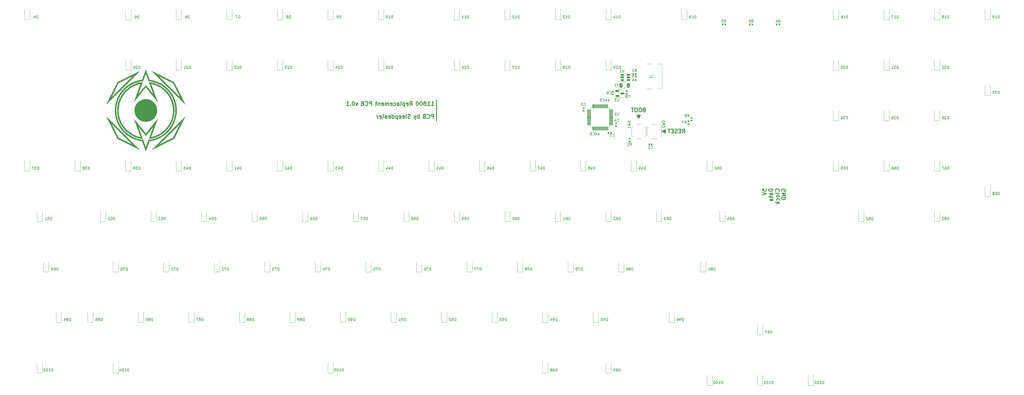
<source format=gbo>
%TF.GenerationSoftware,KiCad,Pcbnew,(7.0.0-0)*%
%TF.CreationDate,2024-01-31T16:00:13-05:00*%
%TF.ProjectId,TKL,544b4c2e-6b69-4636-9164-5f7063625858,rev?*%
%TF.SameCoordinates,Original*%
%TF.FileFunction,Legend,Bot*%
%TF.FilePolarity,Positive*%
%FSLAX46Y46*%
G04 Gerber Fmt 4.6, Leading zero omitted, Abs format (unit mm)*
G04 Created by KiCad (PCBNEW (7.0.0-0)) date 2024-01-31 16:00:13*
%MOMM*%
%LPD*%
G01*
G04 APERTURE LIST*
G04 Aperture macros list*
%AMRoundRect*
0 Rectangle with rounded corners*
0 $1 Rounding radius*
0 $2 $3 $4 $5 $6 $7 $8 $9 X,Y pos of 4 corners*
0 Add a 4 corners polygon primitive as box body*
4,1,4,$2,$3,$4,$5,$6,$7,$8,$9,$2,$3,0*
0 Add four circle primitives for the rounded corners*
1,1,$1+$1,$2,$3*
1,1,$1+$1,$4,$5*
1,1,$1+$1,$6,$7*
1,1,$1+$1,$8,$9*
0 Add four rect primitives between the rounded corners*
20,1,$1+$1,$2,$3,$4,$5,0*
20,1,$1+$1,$4,$5,$6,$7,0*
20,1,$1+$1,$6,$7,$8,$9,0*
20,1,$1+$1,$8,$9,$2,$3,0*%
G04 Aperture macros list end*
%ADD10C,0.300000*%
%ADD11C,0.150000*%
%ADD12C,0.120000*%
%ADD13C,1.750000*%
%ADD14C,3.987800*%
%ADD15C,2.300000*%
%ADD16C,4.000000*%
%ADD17C,6.000000*%
%ADD18R,1.700000X1.700000*%
%ADD19O,1.700000X1.700000*%
%ADD20R,1.800000X1.800000*%
%ADD21C,1.800000*%
%ADD22R,1.200000X0.900000*%
%ADD23RoundRect,0.135000X0.135000X0.185000X-0.135000X0.185000X-0.135000X-0.185000X0.135000X-0.185000X0*%
%ADD24C,0.650000*%
%ADD25R,1.450000X0.600000*%
%ADD26R,1.450000X0.300000*%
%ADD27O,1.600000X1.000000*%
%ADD28O,2.100000X1.000000*%
%ADD29R,1.100000X1.800000*%
%ADD30RoundRect,0.150000X-0.587500X-0.150000X0.587500X-0.150000X0.587500X0.150000X-0.587500X0.150000X0*%
%ADD31RoundRect,0.140000X-0.140000X-0.170000X0.140000X-0.170000X0.140000X0.170000X-0.140000X0.170000X0*%
%ADD32RoundRect,0.135000X-0.185000X0.135000X-0.185000X-0.135000X0.185000X-0.135000X0.185000X0.135000X0*%
%ADD33RoundRect,0.250000X0.375000X0.625000X-0.375000X0.625000X-0.375000X-0.625000X0.375000X-0.625000X0*%
%ADD34RoundRect,0.150000X-0.512500X-0.150000X0.512500X-0.150000X0.512500X0.150000X-0.512500X0.150000X0*%
%ADD35RoundRect,0.075000X0.075000X-0.662500X0.075000X0.662500X-0.075000X0.662500X-0.075000X-0.662500X0*%
%ADD36RoundRect,0.075000X0.662500X-0.075000X0.662500X0.075000X-0.662500X0.075000X-0.662500X-0.075000X0*%
%ADD37RoundRect,0.140000X-0.170000X0.140000X-0.170000X-0.140000X0.170000X-0.140000X0.170000X0.140000X0*%
%ADD38RoundRect,0.140000X0.170000X-0.140000X0.170000X0.140000X-0.170000X0.140000X-0.170000X-0.140000X0*%
%ADD39RoundRect,0.135000X0.185000X-0.135000X0.185000X0.135000X-0.185000X0.135000X-0.185000X-0.135000X0*%
%ADD40RoundRect,0.140000X0.140000X0.170000X-0.140000X0.170000X-0.140000X-0.170000X0.140000X-0.170000X0*%
G04 APERTURE END LIST*
D10*
X345543750Y-240460450D02*
X345543750Y-248397950D01*
X431748392Y-251795271D02*
X431819821Y-251795271D01*
X431605535Y-251866700D02*
X431819821Y-251866700D01*
X431462678Y-251938129D02*
X431819821Y-251938129D01*
X431319821Y-252009557D02*
X431819821Y-252009557D01*
X431248392Y-252080986D02*
X431819821Y-252080986D01*
X431105535Y-252152414D02*
X431819821Y-252152414D01*
X430962678Y-252223843D02*
X431819821Y-252223843D01*
X430819821Y-252295271D02*
X431819821Y-252295271D01*
X430676964Y-252366700D02*
X431819821Y-252366700D01*
X430819821Y-252438129D02*
X431819821Y-252438129D01*
X430962678Y-252509557D02*
X431819821Y-252509557D01*
X431105535Y-252580986D02*
X431819821Y-252580986D01*
X431248392Y-252652414D02*
X431819821Y-252652414D01*
X431319821Y-252723843D02*
X431819821Y-252723843D01*
X431462678Y-252795271D02*
X431819821Y-252795271D01*
X431605535Y-252866700D02*
X431819821Y-252866700D01*
X431819821Y-252938129D02*
X430748392Y-252366700D01*
X430748392Y-252366700D02*
X431819821Y-251795271D01*
X431748392Y-252938129D02*
X431819821Y-252938129D01*
X430676964Y-252366700D02*
X431819821Y-253009557D01*
X431819821Y-253009557D02*
X431819821Y-251723843D01*
X431819821Y-251723843D02*
X430676964Y-252366700D01*
X343607142Y-242550271D02*
X344464285Y-242550271D01*
X344035714Y-242550271D02*
X344035714Y-241050271D01*
X344035714Y-241050271D02*
X344178571Y-241264557D01*
X344178571Y-241264557D02*
X344321428Y-241407414D01*
X344321428Y-241407414D02*
X344464285Y-241478842D01*
X342178571Y-242550271D02*
X343035714Y-242550271D01*
X342607143Y-242550271D02*
X342607143Y-241050271D01*
X342607143Y-241050271D02*
X342750000Y-241264557D01*
X342750000Y-241264557D02*
X342892857Y-241407414D01*
X342892857Y-241407414D02*
X343035714Y-241478842D01*
X341321429Y-241693128D02*
X341464286Y-241621700D01*
X341464286Y-241621700D02*
X341535715Y-241550271D01*
X341535715Y-241550271D02*
X341607143Y-241407414D01*
X341607143Y-241407414D02*
X341607143Y-241335985D01*
X341607143Y-241335985D02*
X341535715Y-241193128D01*
X341535715Y-241193128D02*
X341464286Y-241121700D01*
X341464286Y-241121700D02*
X341321429Y-241050271D01*
X341321429Y-241050271D02*
X341035715Y-241050271D01*
X341035715Y-241050271D02*
X340892858Y-241121700D01*
X340892858Y-241121700D02*
X340821429Y-241193128D01*
X340821429Y-241193128D02*
X340750000Y-241335985D01*
X340750000Y-241335985D02*
X340750000Y-241407414D01*
X340750000Y-241407414D02*
X340821429Y-241550271D01*
X340821429Y-241550271D02*
X340892858Y-241621700D01*
X340892858Y-241621700D02*
X341035715Y-241693128D01*
X341035715Y-241693128D02*
X341321429Y-241693128D01*
X341321429Y-241693128D02*
X341464286Y-241764557D01*
X341464286Y-241764557D02*
X341535715Y-241835985D01*
X341535715Y-241835985D02*
X341607143Y-241978842D01*
X341607143Y-241978842D02*
X341607143Y-242264557D01*
X341607143Y-242264557D02*
X341535715Y-242407414D01*
X341535715Y-242407414D02*
X341464286Y-242478842D01*
X341464286Y-242478842D02*
X341321429Y-242550271D01*
X341321429Y-242550271D02*
X341035715Y-242550271D01*
X341035715Y-242550271D02*
X340892858Y-242478842D01*
X340892858Y-242478842D02*
X340821429Y-242407414D01*
X340821429Y-242407414D02*
X340750000Y-242264557D01*
X340750000Y-242264557D02*
X340750000Y-241978842D01*
X340750000Y-241978842D02*
X340821429Y-241835985D01*
X340821429Y-241835985D02*
X340892858Y-241764557D01*
X340892858Y-241764557D02*
X341035715Y-241693128D01*
X339821429Y-241050271D02*
X339678572Y-241050271D01*
X339678572Y-241050271D02*
X339535715Y-241121700D01*
X339535715Y-241121700D02*
X339464287Y-241193128D01*
X339464287Y-241193128D02*
X339392858Y-241335985D01*
X339392858Y-241335985D02*
X339321429Y-241621700D01*
X339321429Y-241621700D02*
X339321429Y-241978842D01*
X339321429Y-241978842D02*
X339392858Y-242264557D01*
X339392858Y-242264557D02*
X339464287Y-242407414D01*
X339464287Y-242407414D02*
X339535715Y-242478842D01*
X339535715Y-242478842D02*
X339678572Y-242550271D01*
X339678572Y-242550271D02*
X339821429Y-242550271D01*
X339821429Y-242550271D02*
X339964287Y-242478842D01*
X339964287Y-242478842D02*
X340035715Y-242407414D01*
X340035715Y-242407414D02*
X340107144Y-242264557D01*
X340107144Y-242264557D02*
X340178572Y-241978842D01*
X340178572Y-241978842D02*
X340178572Y-241621700D01*
X340178572Y-241621700D02*
X340107144Y-241335985D01*
X340107144Y-241335985D02*
X340035715Y-241193128D01*
X340035715Y-241193128D02*
X339964287Y-241121700D01*
X339964287Y-241121700D02*
X339821429Y-241050271D01*
X338392858Y-241050271D02*
X338250001Y-241050271D01*
X338250001Y-241050271D02*
X338107144Y-241121700D01*
X338107144Y-241121700D02*
X338035716Y-241193128D01*
X338035716Y-241193128D02*
X337964287Y-241335985D01*
X337964287Y-241335985D02*
X337892858Y-241621700D01*
X337892858Y-241621700D02*
X337892858Y-241978842D01*
X337892858Y-241978842D02*
X337964287Y-242264557D01*
X337964287Y-242264557D02*
X338035716Y-242407414D01*
X338035716Y-242407414D02*
X338107144Y-242478842D01*
X338107144Y-242478842D02*
X338250001Y-242550271D01*
X338250001Y-242550271D02*
X338392858Y-242550271D01*
X338392858Y-242550271D02*
X338535716Y-242478842D01*
X338535716Y-242478842D02*
X338607144Y-242407414D01*
X338607144Y-242407414D02*
X338678573Y-242264557D01*
X338678573Y-242264557D02*
X338750001Y-241978842D01*
X338750001Y-241978842D02*
X338750001Y-241621700D01*
X338750001Y-241621700D02*
X338678573Y-241335985D01*
X338678573Y-241335985D02*
X338607144Y-241193128D01*
X338607144Y-241193128D02*
X338535716Y-241121700D01*
X338535716Y-241121700D02*
X338392858Y-241050271D01*
X335492859Y-242550271D02*
X335992859Y-241835985D01*
X336350002Y-242550271D02*
X336350002Y-241050271D01*
X336350002Y-241050271D02*
X335778573Y-241050271D01*
X335778573Y-241050271D02*
X335635716Y-241121700D01*
X335635716Y-241121700D02*
X335564287Y-241193128D01*
X335564287Y-241193128D02*
X335492859Y-241335985D01*
X335492859Y-241335985D02*
X335492859Y-241550271D01*
X335492859Y-241550271D02*
X335564287Y-241693128D01*
X335564287Y-241693128D02*
X335635716Y-241764557D01*
X335635716Y-241764557D02*
X335778573Y-241835985D01*
X335778573Y-241835985D02*
X336350002Y-241835985D01*
X334278573Y-242478842D02*
X334421430Y-242550271D01*
X334421430Y-242550271D02*
X334707145Y-242550271D01*
X334707145Y-242550271D02*
X334850002Y-242478842D01*
X334850002Y-242478842D02*
X334921430Y-242335985D01*
X334921430Y-242335985D02*
X334921430Y-241764557D01*
X334921430Y-241764557D02*
X334850002Y-241621700D01*
X334850002Y-241621700D02*
X334707145Y-241550271D01*
X334707145Y-241550271D02*
X334421430Y-241550271D01*
X334421430Y-241550271D02*
X334278573Y-241621700D01*
X334278573Y-241621700D02*
X334207145Y-241764557D01*
X334207145Y-241764557D02*
X334207145Y-241907414D01*
X334207145Y-241907414D02*
X334921430Y-242050271D01*
X333564288Y-241550271D02*
X333564288Y-243050271D01*
X333564288Y-241621700D02*
X333421431Y-241550271D01*
X333421431Y-241550271D02*
X333135716Y-241550271D01*
X333135716Y-241550271D02*
X332992859Y-241621700D01*
X332992859Y-241621700D02*
X332921431Y-241693128D01*
X332921431Y-241693128D02*
X332850002Y-241835985D01*
X332850002Y-241835985D02*
X332850002Y-242264557D01*
X332850002Y-242264557D02*
X332921431Y-242407414D01*
X332921431Y-242407414D02*
X332992859Y-242478842D01*
X332992859Y-242478842D02*
X333135716Y-242550271D01*
X333135716Y-242550271D02*
X333421431Y-242550271D01*
X333421431Y-242550271D02*
X333564288Y-242478842D01*
X331992859Y-242550271D02*
X332135716Y-242478842D01*
X332135716Y-242478842D02*
X332207145Y-242335985D01*
X332207145Y-242335985D02*
X332207145Y-241050271D01*
X330778574Y-242550271D02*
X330778574Y-241764557D01*
X330778574Y-241764557D02*
X330850002Y-241621700D01*
X330850002Y-241621700D02*
X330992859Y-241550271D01*
X330992859Y-241550271D02*
X331278574Y-241550271D01*
X331278574Y-241550271D02*
X331421431Y-241621700D01*
X330778574Y-242478842D02*
X330921431Y-242550271D01*
X330921431Y-242550271D02*
X331278574Y-242550271D01*
X331278574Y-242550271D02*
X331421431Y-242478842D01*
X331421431Y-242478842D02*
X331492859Y-242335985D01*
X331492859Y-242335985D02*
X331492859Y-242193128D01*
X331492859Y-242193128D02*
X331421431Y-242050271D01*
X331421431Y-242050271D02*
X331278574Y-241978842D01*
X331278574Y-241978842D02*
X330921431Y-241978842D01*
X330921431Y-241978842D02*
X330778574Y-241907414D01*
X329421431Y-242478842D02*
X329564288Y-242550271D01*
X329564288Y-242550271D02*
X329850002Y-242550271D01*
X329850002Y-242550271D02*
X329992859Y-242478842D01*
X329992859Y-242478842D02*
X330064288Y-242407414D01*
X330064288Y-242407414D02*
X330135716Y-242264557D01*
X330135716Y-242264557D02*
X330135716Y-241835985D01*
X330135716Y-241835985D02*
X330064288Y-241693128D01*
X330064288Y-241693128D02*
X329992859Y-241621700D01*
X329992859Y-241621700D02*
X329850002Y-241550271D01*
X329850002Y-241550271D02*
X329564288Y-241550271D01*
X329564288Y-241550271D02*
X329421431Y-241621700D01*
X328207145Y-242478842D02*
X328350002Y-242550271D01*
X328350002Y-242550271D02*
X328635717Y-242550271D01*
X328635717Y-242550271D02*
X328778574Y-242478842D01*
X328778574Y-242478842D02*
X328850002Y-242335985D01*
X328850002Y-242335985D02*
X328850002Y-241764557D01*
X328850002Y-241764557D02*
X328778574Y-241621700D01*
X328778574Y-241621700D02*
X328635717Y-241550271D01*
X328635717Y-241550271D02*
X328350002Y-241550271D01*
X328350002Y-241550271D02*
X328207145Y-241621700D01*
X328207145Y-241621700D02*
X328135717Y-241764557D01*
X328135717Y-241764557D02*
X328135717Y-241907414D01*
X328135717Y-241907414D02*
X328850002Y-242050271D01*
X327492860Y-242550271D02*
X327492860Y-241550271D01*
X327492860Y-241693128D02*
X327421431Y-241621700D01*
X327421431Y-241621700D02*
X327278574Y-241550271D01*
X327278574Y-241550271D02*
X327064288Y-241550271D01*
X327064288Y-241550271D02*
X326921431Y-241621700D01*
X326921431Y-241621700D02*
X326850003Y-241764557D01*
X326850003Y-241764557D02*
X326850003Y-242550271D01*
X326850003Y-241764557D02*
X326778574Y-241621700D01*
X326778574Y-241621700D02*
X326635717Y-241550271D01*
X326635717Y-241550271D02*
X326421431Y-241550271D01*
X326421431Y-241550271D02*
X326278574Y-241621700D01*
X326278574Y-241621700D02*
X326207145Y-241764557D01*
X326207145Y-241764557D02*
X326207145Y-242550271D01*
X324921431Y-242478842D02*
X325064288Y-242550271D01*
X325064288Y-242550271D02*
X325350003Y-242550271D01*
X325350003Y-242550271D02*
X325492860Y-242478842D01*
X325492860Y-242478842D02*
X325564288Y-242335985D01*
X325564288Y-242335985D02*
X325564288Y-241764557D01*
X325564288Y-241764557D02*
X325492860Y-241621700D01*
X325492860Y-241621700D02*
X325350003Y-241550271D01*
X325350003Y-241550271D02*
X325064288Y-241550271D01*
X325064288Y-241550271D02*
X324921431Y-241621700D01*
X324921431Y-241621700D02*
X324850003Y-241764557D01*
X324850003Y-241764557D02*
X324850003Y-241907414D01*
X324850003Y-241907414D02*
X325564288Y-242050271D01*
X324207146Y-241550271D02*
X324207146Y-242550271D01*
X324207146Y-241693128D02*
X324135717Y-241621700D01*
X324135717Y-241621700D02*
X323992860Y-241550271D01*
X323992860Y-241550271D02*
X323778574Y-241550271D01*
X323778574Y-241550271D02*
X323635717Y-241621700D01*
X323635717Y-241621700D02*
X323564289Y-241764557D01*
X323564289Y-241764557D02*
X323564289Y-242550271D01*
X323064288Y-241550271D02*
X322492860Y-241550271D01*
X322850003Y-241050271D02*
X322850003Y-242335985D01*
X322850003Y-242335985D02*
X322778574Y-242478842D01*
X322778574Y-242478842D02*
X322635717Y-242550271D01*
X322635717Y-242550271D02*
X322492860Y-242550271D01*
X321092860Y-242550271D02*
X321092860Y-241050271D01*
X321092860Y-241050271D02*
X320521431Y-241050271D01*
X320521431Y-241050271D02*
X320378574Y-241121700D01*
X320378574Y-241121700D02*
X320307145Y-241193128D01*
X320307145Y-241193128D02*
X320235717Y-241335985D01*
X320235717Y-241335985D02*
X320235717Y-241550271D01*
X320235717Y-241550271D02*
X320307145Y-241693128D01*
X320307145Y-241693128D02*
X320378574Y-241764557D01*
X320378574Y-241764557D02*
X320521431Y-241835985D01*
X320521431Y-241835985D02*
X321092860Y-241835985D01*
X318735717Y-242407414D02*
X318807145Y-242478842D01*
X318807145Y-242478842D02*
X319021431Y-242550271D01*
X319021431Y-242550271D02*
X319164288Y-242550271D01*
X319164288Y-242550271D02*
X319378574Y-242478842D01*
X319378574Y-242478842D02*
X319521431Y-242335985D01*
X319521431Y-242335985D02*
X319592860Y-242193128D01*
X319592860Y-242193128D02*
X319664288Y-241907414D01*
X319664288Y-241907414D02*
X319664288Y-241693128D01*
X319664288Y-241693128D02*
X319592860Y-241407414D01*
X319592860Y-241407414D02*
X319521431Y-241264557D01*
X319521431Y-241264557D02*
X319378574Y-241121700D01*
X319378574Y-241121700D02*
X319164288Y-241050271D01*
X319164288Y-241050271D02*
X319021431Y-241050271D01*
X319021431Y-241050271D02*
X318807145Y-241121700D01*
X318807145Y-241121700D02*
X318735717Y-241193128D01*
X317592860Y-241764557D02*
X317378574Y-241835985D01*
X317378574Y-241835985D02*
X317307145Y-241907414D01*
X317307145Y-241907414D02*
X317235717Y-242050271D01*
X317235717Y-242050271D02*
X317235717Y-242264557D01*
X317235717Y-242264557D02*
X317307145Y-242407414D01*
X317307145Y-242407414D02*
X317378574Y-242478842D01*
X317378574Y-242478842D02*
X317521431Y-242550271D01*
X317521431Y-242550271D02*
X318092860Y-242550271D01*
X318092860Y-242550271D02*
X318092860Y-241050271D01*
X318092860Y-241050271D02*
X317592860Y-241050271D01*
X317592860Y-241050271D02*
X317450003Y-241121700D01*
X317450003Y-241121700D02*
X317378574Y-241193128D01*
X317378574Y-241193128D02*
X317307145Y-241335985D01*
X317307145Y-241335985D02*
X317307145Y-241478842D01*
X317307145Y-241478842D02*
X317378574Y-241621700D01*
X317378574Y-241621700D02*
X317450003Y-241693128D01*
X317450003Y-241693128D02*
X317592860Y-241764557D01*
X317592860Y-241764557D02*
X318092860Y-241764557D01*
X315835717Y-241550271D02*
X315478574Y-242550271D01*
X315478574Y-242550271D02*
X315121431Y-241550271D01*
X314264288Y-241050271D02*
X314121431Y-241050271D01*
X314121431Y-241050271D02*
X313978574Y-241121700D01*
X313978574Y-241121700D02*
X313907146Y-241193128D01*
X313907146Y-241193128D02*
X313835717Y-241335985D01*
X313835717Y-241335985D02*
X313764288Y-241621700D01*
X313764288Y-241621700D02*
X313764288Y-241978842D01*
X313764288Y-241978842D02*
X313835717Y-242264557D01*
X313835717Y-242264557D02*
X313907146Y-242407414D01*
X313907146Y-242407414D02*
X313978574Y-242478842D01*
X313978574Y-242478842D02*
X314121431Y-242550271D01*
X314121431Y-242550271D02*
X314264288Y-242550271D01*
X314264288Y-242550271D02*
X314407146Y-242478842D01*
X314407146Y-242478842D02*
X314478574Y-242407414D01*
X314478574Y-242407414D02*
X314550003Y-242264557D01*
X314550003Y-242264557D02*
X314621431Y-241978842D01*
X314621431Y-241978842D02*
X314621431Y-241621700D01*
X314621431Y-241621700D02*
X314550003Y-241335985D01*
X314550003Y-241335985D02*
X314478574Y-241193128D01*
X314478574Y-241193128D02*
X314407146Y-241121700D01*
X314407146Y-241121700D02*
X314264288Y-241050271D01*
X313121432Y-242407414D02*
X313050003Y-242478842D01*
X313050003Y-242478842D02*
X313121432Y-242550271D01*
X313121432Y-242550271D02*
X313192860Y-242478842D01*
X313192860Y-242478842D02*
X313121432Y-242407414D01*
X313121432Y-242407414D02*
X313121432Y-242550271D01*
X311621431Y-242550271D02*
X312478574Y-242550271D01*
X312050003Y-242550271D02*
X312050003Y-241050271D01*
X312050003Y-241050271D02*
X312192860Y-241264557D01*
X312192860Y-241264557D02*
X312335717Y-241407414D01*
X312335717Y-241407414D02*
X312478574Y-241478842D01*
X344392857Y-247410271D02*
X344392857Y-245910271D01*
X344392857Y-245910271D02*
X343821428Y-245910271D01*
X343821428Y-245910271D02*
X343678571Y-245981700D01*
X343678571Y-245981700D02*
X343607142Y-246053128D01*
X343607142Y-246053128D02*
X343535714Y-246195985D01*
X343535714Y-246195985D02*
X343535714Y-246410271D01*
X343535714Y-246410271D02*
X343607142Y-246553128D01*
X343607142Y-246553128D02*
X343678571Y-246624557D01*
X343678571Y-246624557D02*
X343821428Y-246695985D01*
X343821428Y-246695985D02*
X344392857Y-246695985D01*
X342035714Y-247267414D02*
X342107142Y-247338842D01*
X342107142Y-247338842D02*
X342321428Y-247410271D01*
X342321428Y-247410271D02*
X342464285Y-247410271D01*
X342464285Y-247410271D02*
X342678571Y-247338842D01*
X342678571Y-247338842D02*
X342821428Y-247195985D01*
X342821428Y-247195985D02*
X342892857Y-247053128D01*
X342892857Y-247053128D02*
X342964285Y-246767414D01*
X342964285Y-246767414D02*
X342964285Y-246553128D01*
X342964285Y-246553128D02*
X342892857Y-246267414D01*
X342892857Y-246267414D02*
X342821428Y-246124557D01*
X342821428Y-246124557D02*
X342678571Y-245981700D01*
X342678571Y-245981700D02*
X342464285Y-245910271D01*
X342464285Y-245910271D02*
X342321428Y-245910271D01*
X342321428Y-245910271D02*
X342107142Y-245981700D01*
X342107142Y-245981700D02*
X342035714Y-246053128D01*
X340892857Y-246624557D02*
X340678571Y-246695985D01*
X340678571Y-246695985D02*
X340607142Y-246767414D01*
X340607142Y-246767414D02*
X340535714Y-246910271D01*
X340535714Y-246910271D02*
X340535714Y-247124557D01*
X340535714Y-247124557D02*
X340607142Y-247267414D01*
X340607142Y-247267414D02*
X340678571Y-247338842D01*
X340678571Y-247338842D02*
X340821428Y-247410271D01*
X340821428Y-247410271D02*
X341392857Y-247410271D01*
X341392857Y-247410271D02*
X341392857Y-245910271D01*
X341392857Y-245910271D02*
X340892857Y-245910271D01*
X340892857Y-245910271D02*
X340750000Y-245981700D01*
X340750000Y-245981700D02*
X340678571Y-246053128D01*
X340678571Y-246053128D02*
X340607142Y-246195985D01*
X340607142Y-246195985D02*
X340607142Y-246338842D01*
X340607142Y-246338842D02*
X340678571Y-246481700D01*
X340678571Y-246481700D02*
X340750000Y-246553128D01*
X340750000Y-246553128D02*
X340892857Y-246624557D01*
X340892857Y-246624557D02*
X341392857Y-246624557D01*
X338992857Y-247410271D02*
X338992857Y-245910271D01*
X338992857Y-246481700D02*
X338850000Y-246410271D01*
X338850000Y-246410271D02*
X338564285Y-246410271D01*
X338564285Y-246410271D02*
X338421428Y-246481700D01*
X338421428Y-246481700D02*
X338350000Y-246553128D01*
X338350000Y-246553128D02*
X338278571Y-246695985D01*
X338278571Y-246695985D02*
X338278571Y-247124557D01*
X338278571Y-247124557D02*
X338350000Y-247267414D01*
X338350000Y-247267414D02*
X338421428Y-247338842D01*
X338421428Y-247338842D02*
X338564285Y-247410271D01*
X338564285Y-247410271D02*
X338850000Y-247410271D01*
X338850000Y-247410271D02*
X338992857Y-247338842D01*
X337778571Y-246410271D02*
X337421428Y-247410271D01*
X337064285Y-246410271D02*
X337421428Y-247410271D01*
X337421428Y-247410271D02*
X337564285Y-247767414D01*
X337564285Y-247767414D02*
X337635714Y-247838842D01*
X337635714Y-247838842D02*
X337778571Y-247910271D01*
X335664285Y-247338842D02*
X335450000Y-247410271D01*
X335450000Y-247410271D02*
X335092857Y-247410271D01*
X335092857Y-247410271D02*
X334950000Y-247338842D01*
X334950000Y-247338842D02*
X334878571Y-247267414D01*
X334878571Y-247267414D02*
X334807142Y-247124557D01*
X334807142Y-247124557D02*
X334807142Y-246981700D01*
X334807142Y-246981700D02*
X334878571Y-246838842D01*
X334878571Y-246838842D02*
X334950000Y-246767414D01*
X334950000Y-246767414D02*
X335092857Y-246695985D01*
X335092857Y-246695985D02*
X335378571Y-246624557D01*
X335378571Y-246624557D02*
X335521428Y-246553128D01*
X335521428Y-246553128D02*
X335592857Y-246481700D01*
X335592857Y-246481700D02*
X335664285Y-246338842D01*
X335664285Y-246338842D02*
X335664285Y-246195985D01*
X335664285Y-246195985D02*
X335592857Y-246053128D01*
X335592857Y-246053128D02*
X335521428Y-245981700D01*
X335521428Y-245981700D02*
X335378571Y-245910271D01*
X335378571Y-245910271D02*
X335021428Y-245910271D01*
X335021428Y-245910271D02*
X334807142Y-245981700D01*
X333950000Y-247410271D02*
X334092857Y-247338842D01*
X334092857Y-247338842D02*
X334164286Y-247195985D01*
X334164286Y-247195985D02*
X334164286Y-245910271D01*
X332807143Y-247338842D02*
X332950000Y-247410271D01*
X332950000Y-247410271D02*
X333235715Y-247410271D01*
X333235715Y-247410271D02*
X333378572Y-247338842D01*
X333378572Y-247338842D02*
X333450000Y-247195985D01*
X333450000Y-247195985D02*
X333450000Y-246624557D01*
X333450000Y-246624557D02*
X333378572Y-246481700D01*
X333378572Y-246481700D02*
X333235715Y-246410271D01*
X333235715Y-246410271D02*
X332950000Y-246410271D01*
X332950000Y-246410271D02*
X332807143Y-246481700D01*
X332807143Y-246481700D02*
X332735715Y-246624557D01*
X332735715Y-246624557D02*
X332735715Y-246767414D01*
X332735715Y-246767414D02*
X333450000Y-246910271D01*
X331521429Y-247338842D02*
X331664286Y-247410271D01*
X331664286Y-247410271D02*
X331950001Y-247410271D01*
X331950001Y-247410271D02*
X332092858Y-247338842D01*
X332092858Y-247338842D02*
X332164286Y-247195985D01*
X332164286Y-247195985D02*
X332164286Y-246624557D01*
X332164286Y-246624557D02*
X332092858Y-246481700D01*
X332092858Y-246481700D02*
X331950001Y-246410271D01*
X331950001Y-246410271D02*
X331664286Y-246410271D01*
X331664286Y-246410271D02*
X331521429Y-246481700D01*
X331521429Y-246481700D02*
X331450001Y-246624557D01*
X331450001Y-246624557D02*
X331450001Y-246767414D01*
X331450001Y-246767414D02*
X332164286Y-246910271D01*
X330807144Y-246410271D02*
X330807144Y-247910271D01*
X330807144Y-246481700D02*
X330664287Y-246410271D01*
X330664287Y-246410271D02*
X330378572Y-246410271D01*
X330378572Y-246410271D02*
X330235715Y-246481700D01*
X330235715Y-246481700D02*
X330164287Y-246553128D01*
X330164287Y-246553128D02*
X330092858Y-246695985D01*
X330092858Y-246695985D02*
X330092858Y-247124557D01*
X330092858Y-247124557D02*
X330164287Y-247267414D01*
X330164287Y-247267414D02*
X330235715Y-247338842D01*
X330235715Y-247338842D02*
X330378572Y-247410271D01*
X330378572Y-247410271D02*
X330664287Y-247410271D01*
X330664287Y-247410271D02*
X330807144Y-247338842D01*
X328807144Y-247410271D02*
X328807144Y-245910271D01*
X328807144Y-247338842D02*
X328950001Y-247410271D01*
X328950001Y-247410271D02*
X329235715Y-247410271D01*
X329235715Y-247410271D02*
X329378572Y-247338842D01*
X329378572Y-247338842D02*
X329450001Y-247267414D01*
X329450001Y-247267414D02*
X329521429Y-247124557D01*
X329521429Y-247124557D02*
X329521429Y-246695985D01*
X329521429Y-246695985D02*
X329450001Y-246553128D01*
X329450001Y-246553128D02*
X329378572Y-246481700D01*
X329378572Y-246481700D02*
X329235715Y-246410271D01*
X329235715Y-246410271D02*
X328950001Y-246410271D01*
X328950001Y-246410271D02*
X328807144Y-246481700D01*
X327521429Y-247338842D02*
X327664286Y-247410271D01*
X327664286Y-247410271D02*
X327950001Y-247410271D01*
X327950001Y-247410271D02*
X328092858Y-247338842D01*
X328092858Y-247338842D02*
X328164286Y-247195985D01*
X328164286Y-247195985D02*
X328164286Y-246624557D01*
X328164286Y-246624557D02*
X328092858Y-246481700D01*
X328092858Y-246481700D02*
X327950001Y-246410271D01*
X327950001Y-246410271D02*
X327664286Y-246410271D01*
X327664286Y-246410271D02*
X327521429Y-246481700D01*
X327521429Y-246481700D02*
X327450001Y-246624557D01*
X327450001Y-246624557D02*
X327450001Y-246767414D01*
X327450001Y-246767414D02*
X328164286Y-246910271D01*
X326164287Y-247410271D02*
X326164287Y-246624557D01*
X326164287Y-246624557D02*
X326235715Y-246481700D01*
X326235715Y-246481700D02*
X326378572Y-246410271D01*
X326378572Y-246410271D02*
X326664287Y-246410271D01*
X326664287Y-246410271D02*
X326807144Y-246481700D01*
X326164287Y-247338842D02*
X326307144Y-247410271D01*
X326307144Y-247410271D02*
X326664287Y-247410271D01*
X326664287Y-247410271D02*
X326807144Y-247338842D01*
X326807144Y-247338842D02*
X326878572Y-247195985D01*
X326878572Y-247195985D02*
X326878572Y-247053128D01*
X326878572Y-247053128D02*
X326807144Y-246910271D01*
X326807144Y-246910271D02*
X326664287Y-246838842D01*
X326664287Y-246838842D02*
X326307144Y-246838842D01*
X326307144Y-246838842D02*
X326164287Y-246767414D01*
X325235715Y-247410271D02*
X325378572Y-247338842D01*
X325378572Y-247338842D02*
X325450001Y-247195985D01*
X325450001Y-247195985D02*
X325450001Y-245910271D01*
X324092858Y-247338842D02*
X324235715Y-247410271D01*
X324235715Y-247410271D02*
X324521430Y-247410271D01*
X324521430Y-247410271D02*
X324664287Y-247338842D01*
X324664287Y-247338842D02*
X324735715Y-247195985D01*
X324735715Y-247195985D02*
X324735715Y-246624557D01*
X324735715Y-246624557D02*
X324664287Y-246481700D01*
X324664287Y-246481700D02*
X324521430Y-246410271D01*
X324521430Y-246410271D02*
X324235715Y-246410271D01*
X324235715Y-246410271D02*
X324092858Y-246481700D01*
X324092858Y-246481700D02*
X324021430Y-246624557D01*
X324021430Y-246624557D02*
X324021430Y-246767414D01*
X324021430Y-246767414D02*
X324735715Y-246910271D01*
X323378573Y-247410271D02*
X323378573Y-246410271D01*
X323378573Y-246695985D02*
X323307144Y-246553128D01*
X323307144Y-246553128D02*
X323235716Y-246481700D01*
X323235716Y-246481700D02*
X323092858Y-246410271D01*
X323092858Y-246410271D02*
X322950001Y-246410271D01*
X421172321Y-246330807D02*
X421172321Y-246259378D01*
X421243750Y-246473664D02*
X421243750Y-246259378D01*
X421315179Y-246616521D02*
X421315179Y-246259378D01*
X421386607Y-246759378D02*
X421386607Y-246259378D01*
X421458036Y-246830807D02*
X421458036Y-246259378D01*
X421529464Y-246973664D02*
X421529464Y-246259378D01*
X421600893Y-247116521D02*
X421600893Y-246259378D01*
X421672321Y-247259378D02*
X421672321Y-246259378D01*
X421743750Y-247402235D02*
X421743750Y-246259378D01*
X421815179Y-247259378D02*
X421815179Y-246259378D01*
X421886607Y-247116521D02*
X421886607Y-246259378D01*
X421958036Y-246973664D02*
X421958036Y-246259378D01*
X422029464Y-246830807D02*
X422029464Y-246259378D01*
X422100893Y-246759378D02*
X422100893Y-246259378D01*
X422172321Y-246616521D02*
X422172321Y-246259378D01*
X422243750Y-246473664D02*
X422243750Y-246259378D01*
X422315179Y-246259378D02*
X421743750Y-247330807D01*
X421743750Y-247330807D02*
X421172321Y-246259378D01*
X422315179Y-246330807D02*
X422315179Y-246259378D01*
X421743750Y-247402235D02*
X422386607Y-246259378D01*
X422386607Y-246259378D02*
X421100893Y-246259378D01*
X421100893Y-246259378D02*
X421743750Y-247402235D01*
X468362571Y-274869378D02*
X468362571Y-274155092D01*
X468362571Y-274155092D02*
X469076857Y-274083664D01*
X469076857Y-274083664D02*
X469005428Y-274155092D01*
X469005428Y-274155092D02*
X468934000Y-274297950D01*
X468934000Y-274297950D02*
X468934000Y-274655092D01*
X468934000Y-274655092D02*
X469005428Y-274797950D01*
X469005428Y-274797950D02*
X469076857Y-274869378D01*
X469076857Y-274869378D02*
X469219714Y-274940807D01*
X469219714Y-274940807D02*
X469576857Y-274940807D01*
X469576857Y-274940807D02*
X469719714Y-274869378D01*
X469719714Y-274869378D02*
X469791142Y-274797950D01*
X469791142Y-274797950D02*
X469862571Y-274655092D01*
X469862571Y-274655092D02*
X469862571Y-274297950D01*
X469862571Y-274297950D02*
X469791142Y-274155092D01*
X469791142Y-274155092D02*
X469719714Y-274083664D01*
X468362571Y-275369378D02*
X469862571Y-275869378D01*
X469862571Y-275869378D02*
X468362571Y-276369378D01*
X472292571Y-274155092D02*
X470792571Y-274155092D01*
X470792571Y-274155092D02*
X470792571Y-274512235D01*
X470792571Y-274512235D02*
X470864000Y-274726521D01*
X470864000Y-274726521D02*
X471006857Y-274869378D01*
X471006857Y-274869378D02*
X471149714Y-274940807D01*
X471149714Y-274940807D02*
X471435428Y-275012235D01*
X471435428Y-275012235D02*
X471649714Y-275012235D01*
X471649714Y-275012235D02*
X471935428Y-274940807D01*
X471935428Y-274940807D02*
X472078285Y-274869378D01*
X472078285Y-274869378D02*
X472221142Y-274726521D01*
X472221142Y-274726521D02*
X472292571Y-274512235D01*
X472292571Y-274512235D02*
X472292571Y-274155092D01*
X472292571Y-276297950D02*
X471506857Y-276297950D01*
X471506857Y-276297950D02*
X471364000Y-276226521D01*
X471364000Y-276226521D02*
X471292571Y-276083664D01*
X471292571Y-276083664D02*
X471292571Y-275797950D01*
X471292571Y-275797950D02*
X471364000Y-275655092D01*
X472221142Y-276297950D02*
X472292571Y-276155092D01*
X472292571Y-276155092D02*
X472292571Y-275797950D01*
X472292571Y-275797950D02*
X472221142Y-275655092D01*
X472221142Y-275655092D02*
X472078285Y-275583664D01*
X472078285Y-275583664D02*
X471935428Y-275583664D01*
X471935428Y-275583664D02*
X471792571Y-275655092D01*
X471792571Y-275655092D02*
X471721142Y-275797950D01*
X471721142Y-275797950D02*
X471721142Y-276155092D01*
X471721142Y-276155092D02*
X471649714Y-276297950D01*
X471292571Y-276797950D02*
X471292571Y-277369378D01*
X470792571Y-277012235D02*
X472078285Y-277012235D01*
X472078285Y-277012235D02*
X472221142Y-277083664D01*
X472221142Y-277083664D02*
X472292571Y-277226521D01*
X472292571Y-277226521D02*
X472292571Y-277369378D01*
X472292571Y-278512236D02*
X471506857Y-278512236D01*
X471506857Y-278512236D02*
X471364000Y-278440807D01*
X471364000Y-278440807D02*
X471292571Y-278297950D01*
X471292571Y-278297950D02*
X471292571Y-278012236D01*
X471292571Y-278012236D02*
X471364000Y-277869378D01*
X472221142Y-278512236D02*
X472292571Y-278369378D01*
X472292571Y-278369378D02*
X472292571Y-278012236D01*
X472292571Y-278012236D02*
X472221142Y-277869378D01*
X472221142Y-277869378D02*
X472078285Y-277797950D01*
X472078285Y-277797950D02*
X471935428Y-277797950D01*
X471935428Y-277797950D02*
X471792571Y-277869378D01*
X471792571Y-277869378D02*
X471721142Y-278012236D01*
X471721142Y-278012236D02*
X471721142Y-278369378D01*
X471721142Y-278369378D02*
X471649714Y-278512236D01*
X474579714Y-275012235D02*
X474651142Y-274940807D01*
X474651142Y-274940807D02*
X474722571Y-274726521D01*
X474722571Y-274726521D02*
X474722571Y-274583664D01*
X474722571Y-274583664D02*
X474651142Y-274369378D01*
X474651142Y-274369378D02*
X474508285Y-274226521D01*
X474508285Y-274226521D02*
X474365428Y-274155092D01*
X474365428Y-274155092D02*
X474079714Y-274083664D01*
X474079714Y-274083664D02*
X473865428Y-274083664D01*
X473865428Y-274083664D02*
X473579714Y-274155092D01*
X473579714Y-274155092D02*
X473436857Y-274226521D01*
X473436857Y-274226521D02*
X473294000Y-274369378D01*
X473294000Y-274369378D02*
X473222571Y-274583664D01*
X473222571Y-274583664D02*
X473222571Y-274726521D01*
X473222571Y-274726521D02*
X473294000Y-274940807D01*
X473294000Y-274940807D02*
X473365428Y-275012235D01*
X474722571Y-275869378D02*
X474651142Y-275726521D01*
X474651142Y-275726521D02*
X474508285Y-275655092D01*
X474508285Y-275655092D02*
X473222571Y-275655092D01*
X474722571Y-276655092D02*
X474651142Y-276512235D01*
X474651142Y-276512235D02*
X474579714Y-276440806D01*
X474579714Y-276440806D02*
X474436857Y-276369378D01*
X474436857Y-276369378D02*
X474008285Y-276369378D01*
X474008285Y-276369378D02*
X473865428Y-276440806D01*
X473865428Y-276440806D02*
X473794000Y-276512235D01*
X473794000Y-276512235D02*
X473722571Y-276655092D01*
X473722571Y-276655092D02*
X473722571Y-276869378D01*
X473722571Y-276869378D02*
X473794000Y-277012235D01*
X473794000Y-277012235D02*
X473865428Y-277083664D01*
X473865428Y-277083664D02*
X474008285Y-277155092D01*
X474008285Y-277155092D02*
X474436857Y-277155092D01*
X474436857Y-277155092D02*
X474579714Y-277083664D01*
X474579714Y-277083664D02*
X474651142Y-277012235D01*
X474651142Y-277012235D02*
X474722571Y-276869378D01*
X474722571Y-276869378D02*
X474722571Y-276655092D01*
X474651142Y-278440807D02*
X474722571Y-278297949D01*
X474722571Y-278297949D02*
X474722571Y-278012235D01*
X474722571Y-278012235D02*
X474651142Y-277869378D01*
X474651142Y-277869378D02*
X474579714Y-277797949D01*
X474579714Y-277797949D02*
X474436857Y-277726521D01*
X474436857Y-277726521D02*
X474008285Y-277726521D01*
X474008285Y-277726521D02*
X473865428Y-277797949D01*
X473865428Y-277797949D02*
X473794000Y-277869378D01*
X473794000Y-277869378D02*
X473722571Y-278012235D01*
X473722571Y-278012235D02*
X473722571Y-278297949D01*
X473722571Y-278297949D02*
X473794000Y-278440807D01*
X474722571Y-279083663D02*
X473222571Y-279083663D01*
X474151142Y-279226521D02*
X474722571Y-279655092D01*
X473722571Y-279655092D02*
X474294000Y-279083663D01*
X475724000Y-274940807D02*
X475652571Y-274797950D01*
X475652571Y-274797950D02*
X475652571Y-274583664D01*
X475652571Y-274583664D02*
X475724000Y-274369378D01*
X475724000Y-274369378D02*
X475866857Y-274226521D01*
X475866857Y-274226521D02*
X476009714Y-274155092D01*
X476009714Y-274155092D02*
X476295428Y-274083664D01*
X476295428Y-274083664D02*
X476509714Y-274083664D01*
X476509714Y-274083664D02*
X476795428Y-274155092D01*
X476795428Y-274155092D02*
X476938285Y-274226521D01*
X476938285Y-274226521D02*
X477081142Y-274369378D01*
X477081142Y-274369378D02*
X477152571Y-274583664D01*
X477152571Y-274583664D02*
X477152571Y-274726521D01*
X477152571Y-274726521D02*
X477081142Y-274940807D01*
X477081142Y-274940807D02*
X477009714Y-275012235D01*
X477009714Y-275012235D02*
X476509714Y-275012235D01*
X476509714Y-275012235D02*
X476509714Y-274726521D01*
X477152571Y-275655092D02*
X475652571Y-275655092D01*
X475652571Y-275655092D02*
X477152571Y-276512235D01*
X477152571Y-276512235D02*
X475652571Y-276512235D01*
X477152571Y-277226521D02*
X475652571Y-277226521D01*
X475652571Y-277226521D02*
X475652571Y-277583664D01*
X475652571Y-277583664D02*
X475724000Y-277797950D01*
X475724000Y-277797950D02*
X475866857Y-277940807D01*
X475866857Y-277940807D02*
X476009714Y-278012236D01*
X476009714Y-278012236D02*
X476295428Y-278083664D01*
X476295428Y-278083664D02*
X476509714Y-278083664D01*
X476509714Y-278083664D02*
X476795428Y-278012236D01*
X476795428Y-278012236D02*
X476938285Y-277940807D01*
X476938285Y-277940807D02*
X477081142Y-277797950D01*
X477081142Y-277797950D02*
X477152571Y-277583664D01*
X477152571Y-277583664D02*
X477152571Y-277226521D01*
X438209821Y-252949521D02*
X438709821Y-252235235D01*
X439066964Y-252949521D02*
X439066964Y-251449521D01*
X439066964Y-251449521D02*
X438495535Y-251449521D01*
X438495535Y-251449521D02*
X438352678Y-251520950D01*
X438352678Y-251520950D02*
X438281249Y-251592378D01*
X438281249Y-251592378D02*
X438209821Y-251735235D01*
X438209821Y-251735235D02*
X438209821Y-251949521D01*
X438209821Y-251949521D02*
X438281249Y-252092378D01*
X438281249Y-252092378D02*
X438352678Y-252163807D01*
X438352678Y-252163807D02*
X438495535Y-252235235D01*
X438495535Y-252235235D02*
X439066964Y-252235235D01*
X437566964Y-252163807D02*
X437066964Y-252163807D01*
X436852678Y-252949521D02*
X437566964Y-252949521D01*
X437566964Y-252949521D02*
X437566964Y-251449521D01*
X437566964Y-251449521D02*
X436852678Y-251449521D01*
X436281249Y-252878092D02*
X436066964Y-252949521D01*
X436066964Y-252949521D02*
X435709821Y-252949521D01*
X435709821Y-252949521D02*
X435566964Y-252878092D01*
X435566964Y-252878092D02*
X435495535Y-252806664D01*
X435495535Y-252806664D02*
X435424106Y-252663807D01*
X435424106Y-252663807D02*
X435424106Y-252520950D01*
X435424106Y-252520950D02*
X435495535Y-252378092D01*
X435495535Y-252378092D02*
X435566964Y-252306664D01*
X435566964Y-252306664D02*
X435709821Y-252235235D01*
X435709821Y-252235235D02*
X435995535Y-252163807D01*
X435995535Y-252163807D02*
X436138392Y-252092378D01*
X436138392Y-252092378D02*
X436209821Y-252020950D01*
X436209821Y-252020950D02*
X436281249Y-251878092D01*
X436281249Y-251878092D02*
X436281249Y-251735235D01*
X436281249Y-251735235D02*
X436209821Y-251592378D01*
X436209821Y-251592378D02*
X436138392Y-251520950D01*
X436138392Y-251520950D02*
X435995535Y-251449521D01*
X435995535Y-251449521D02*
X435638392Y-251449521D01*
X435638392Y-251449521D02*
X435424106Y-251520950D01*
X434781250Y-252163807D02*
X434281250Y-252163807D01*
X434066964Y-252949521D02*
X434781250Y-252949521D01*
X434781250Y-252949521D02*
X434781250Y-251449521D01*
X434781250Y-251449521D02*
X434066964Y-251449521D01*
X433638392Y-251449521D02*
X432781250Y-251449521D01*
X433209821Y-252949521D02*
X433209821Y-251449521D01*
X423747714Y-244194557D02*
X423533428Y-244265985D01*
X423533428Y-244265985D02*
X423461999Y-244337414D01*
X423461999Y-244337414D02*
X423390571Y-244480271D01*
X423390571Y-244480271D02*
X423390571Y-244694557D01*
X423390571Y-244694557D02*
X423461999Y-244837414D01*
X423461999Y-244837414D02*
X423533428Y-244908842D01*
X423533428Y-244908842D02*
X423676285Y-244980271D01*
X423676285Y-244980271D02*
X424247714Y-244980271D01*
X424247714Y-244980271D02*
X424247714Y-243480271D01*
X424247714Y-243480271D02*
X423747714Y-243480271D01*
X423747714Y-243480271D02*
X423604857Y-243551700D01*
X423604857Y-243551700D02*
X423533428Y-243623128D01*
X423533428Y-243623128D02*
X423461999Y-243765985D01*
X423461999Y-243765985D02*
X423461999Y-243908842D01*
X423461999Y-243908842D02*
X423533428Y-244051700D01*
X423533428Y-244051700D02*
X423604857Y-244123128D01*
X423604857Y-244123128D02*
X423747714Y-244194557D01*
X423747714Y-244194557D02*
X424247714Y-244194557D01*
X422461999Y-243480271D02*
X422176285Y-243480271D01*
X422176285Y-243480271D02*
X422033428Y-243551700D01*
X422033428Y-243551700D02*
X421890571Y-243694557D01*
X421890571Y-243694557D02*
X421819142Y-243980271D01*
X421819142Y-243980271D02*
X421819142Y-244480271D01*
X421819142Y-244480271D02*
X421890571Y-244765985D01*
X421890571Y-244765985D02*
X422033428Y-244908842D01*
X422033428Y-244908842D02*
X422176285Y-244980271D01*
X422176285Y-244980271D02*
X422461999Y-244980271D01*
X422461999Y-244980271D02*
X422604857Y-244908842D01*
X422604857Y-244908842D02*
X422747714Y-244765985D01*
X422747714Y-244765985D02*
X422819142Y-244480271D01*
X422819142Y-244480271D02*
X422819142Y-243980271D01*
X422819142Y-243980271D02*
X422747714Y-243694557D01*
X422747714Y-243694557D02*
X422604857Y-243551700D01*
X422604857Y-243551700D02*
X422461999Y-243480271D01*
X420890570Y-243480271D02*
X420604856Y-243480271D01*
X420604856Y-243480271D02*
X420461999Y-243551700D01*
X420461999Y-243551700D02*
X420319142Y-243694557D01*
X420319142Y-243694557D02*
X420247713Y-243980271D01*
X420247713Y-243980271D02*
X420247713Y-244480271D01*
X420247713Y-244480271D02*
X420319142Y-244765985D01*
X420319142Y-244765985D02*
X420461999Y-244908842D01*
X420461999Y-244908842D02*
X420604856Y-244980271D01*
X420604856Y-244980271D02*
X420890570Y-244980271D01*
X420890570Y-244980271D02*
X421033428Y-244908842D01*
X421033428Y-244908842D02*
X421176285Y-244765985D01*
X421176285Y-244765985D02*
X421247713Y-244480271D01*
X421247713Y-244480271D02*
X421247713Y-243980271D01*
X421247713Y-243980271D02*
X421176285Y-243694557D01*
X421176285Y-243694557D02*
X421033428Y-243551700D01*
X421033428Y-243551700D02*
X420890570Y-243480271D01*
X419819141Y-243480271D02*
X418961999Y-243480271D01*
X419390570Y-244980271D02*
X419390570Y-243480271D01*
D11*
X357658835Y-285754080D02*
X357658835Y-284754080D01*
X357658835Y-284754080D02*
X357420740Y-284754080D01*
X357420740Y-284754080D02*
X357277883Y-284801700D01*
X357277883Y-284801700D02*
X357182645Y-284896938D01*
X357182645Y-284896938D02*
X357135026Y-284992176D01*
X357135026Y-284992176D02*
X357087407Y-285182652D01*
X357087407Y-285182652D02*
X357087407Y-285325509D01*
X357087407Y-285325509D02*
X357135026Y-285515985D01*
X357135026Y-285515985D02*
X357182645Y-285611223D01*
X357182645Y-285611223D02*
X357277883Y-285706461D01*
X357277883Y-285706461D02*
X357420740Y-285754080D01*
X357420740Y-285754080D02*
X357658835Y-285754080D01*
X356182645Y-284754080D02*
X356658835Y-284754080D01*
X356658835Y-284754080D02*
X356706454Y-285230271D01*
X356706454Y-285230271D02*
X356658835Y-285182652D01*
X356658835Y-285182652D02*
X356563597Y-285135033D01*
X356563597Y-285135033D02*
X356325502Y-285135033D01*
X356325502Y-285135033D02*
X356230264Y-285182652D01*
X356230264Y-285182652D02*
X356182645Y-285230271D01*
X356182645Y-285230271D02*
X356135026Y-285325509D01*
X356135026Y-285325509D02*
X356135026Y-285563604D01*
X356135026Y-285563604D02*
X356182645Y-285658842D01*
X356182645Y-285658842D02*
X356230264Y-285706461D01*
X356230264Y-285706461D02*
X356325502Y-285754080D01*
X356325502Y-285754080D02*
X356563597Y-285754080D01*
X356563597Y-285754080D02*
X356658835Y-285706461D01*
X356658835Y-285706461D02*
X356706454Y-285658842D01*
X355658835Y-285754080D02*
X355468359Y-285754080D01*
X355468359Y-285754080D02*
X355373121Y-285706461D01*
X355373121Y-285706461D02*
X355325502Y-285658842D01*
X355325502Y-285658842D02*
X355230264Y-285515985D01*
X355230264Y-285515985D02*
X355182645Y-285325509D01*
X355182645Y-285325509D02*
X355182645Y-284944557D01*
X355182645Y-284944557D02*
X355230264Y-284849319D01*
X355230264Y-284849319D02*
X355277883Y-284801700D01*
X355277883Y-284801700D02*
X355373121Y-284754080D01*
X355373121Y-284754080D02*
X355563597Y-284754080D01*
X355563597Y-284754080D02*
X355658835Y-284801700D01*
X355658835Y-284801700D02*
X355706454Y-284849319D01*
X355706454Y-284849319D02*
X355754073Y-284944557D01*
X355754073Y-284944557D02*
X355754073Y-285182652D01*
X355754073Y-285182652D02*
X355706454Y-285277890D01*
X355706454Y-285277890D02*
X355658835Y-285325509D01*
X355658835Y-285325509D02*
X355563597Y-285373128D01*
X355563597Y-285373128D02*
X355373121Y-285373128D01*
X355373121Y-285373128D02*
X355277883Y-285325509D01*
X355277883Y-285325509D02*
X355230264Y-285277890D01*
X355230264Y-285277890D02*
X355182645Y-285182652D01*
X233833835Y-266704080D02*
X233833835Y-265704080D01*
X233833835Y-265704080D02*
X233595740Y-265704080D01*
X233595740Y-265704080D02*
X233452883Y-265751700D01*
X233452883Y-265751700D02*
X233357645Y-265846938D01*
X233357645Y-265846938D02*
X233310026Y-265942176D01*
X233310026Y-265942176D02*
X233262407Y-266132652D01*
X233262407Y-266132652D02*
X233262407Y-266275509D01*
X233262407Y-266275509D02*
X233310026Y-266465985D01*
X233310026Y-266465985D02*
X233357645Y-266561223D01*
X233357645Y-266561223D02*
X233452883Y-266656461D01*
X233452883Y-266656461D02*
X233595740Y-266704080D01*
X233595740Y-266704080D02*
X233833835Y-266704080D01*
X232929073Y-265704080D02*
X232310026Y-265704080D01*
X232310026Y-265704080D02*
X232643359Y-266085033D01*
X232643359Y-266085033D02*
X232500502Y-266085033D01*
X232500502Y-266085033D02*
X232405264Y-266132652D01*
X232405264Y-266132652D02*
X232357645Y-266180271D01*
X232357645Y-266180271D02*
X232310026Y-266275509D01*
X232310026Y-266275509D02*
X232310026Y-266513604D01*
X232310026Y-266513604D02*
X232357645Y-266608842D01*
X232357645Y-266608842D02*
X232405264Y-266656461D01*
X232405264Y-266656461D02*
X232500502Y-266704080D01*
X232500502Y-266704080D02*
X232786216Y-266704080D01*
X232786216Y-266704080D02*
X232881454Y-266656461D01*
X232881454Y-266656461D02*
X232929073Y-266608842D01*
X231833835Y-266704080D02*
X231643359Y-266704080D01*
X231643359Y-266704080D02*
X231548121Y-266656461D01*
X231548121Y-266656461D02*
X231500502Y-266608842D01*
X231500502Y-266608842D02*
X231405264Y-266465985D01*
X231405264Y-266465985D02*
X231357645Y-266275509D01*
X231357645Y-266275509D02*
X231357645Y-265894557D01*
X231357645Y-265894557D02*
X231405264Y-265799319D01*
X231405264Y-265799319D02*
X231452883Y-265751700D01*
X231452883Y-265751700D02*
X231548121Y-265704080D01*
X231548121Y-265704080D02*
X231738597Y-265704080D01*
X231738597Y-265704080D02*
X231833835Y-265751700D01*
X231833835Y-265751700D02*
X231881454Y-265799319D01*
X231881454Y-265799319D02*
X231929073Y-265894557D01*
X231929073Y-265894557D02*
X231929073Y-266132652D01*
X231929073Y-266132652D02*
X231881454Y-266227890D01*
X231881454Y-266227890D02*
X231833835Y-266275509D01*
X231833835Y-266275509D02*
X231738597Y-266323128D01*
X231738597Y-266323128D02*
X231548121Y-266323128D01*
X231548121Y-266323128D02*
X231452883Y-266275509D01*
X231452883Y-266275509D02*
X231405264Y-266227890D01*
X231405264Y-266227890D02*
X231357645Y-266132652D01*
X510058835Y-285754080D02*
X510058835Y-284754080D01*
X510058835Y-284754080D02*
X509820740Y-284754080D01*
X509820740Y-284754080D02*
X509677883Y-284801700D01*
X509677883Y-284801700D02*
X509582645Y-284896938D01*
X509582645Y-284896938D02*
X509535026Y-284992176D01*
X509535026Y-284992176D02*
X509487407Y-285182652D01*
X509487407Y-285182652D02*
X509487407Y-285325509D01*
X509487407Y-285325509D02*
X509535026Y-285515985D01*
X509535026Y-285515985D02*
X509582645Y-285611223D01*
X509582645Y-285611223D02*
X509677883Y-285706461D01*
X509677883Y-285706461D02*
X509820740Y-285754080D01*
X509820740Y-285754080D02*
X510058835Y-285754080D01*
X508915978Y-285182652D02*
X509011216Y-285135033D01*
X509011216Y-285135033D02*
X509058835Y-285087414D01*
X509058835Y-285087414D02*
X509106454Y-284992176D01*
X509106454Y-284992176D02*
X509106454Y-284944557D01*
X509106454Y-284944557D02*
X509058835Y-284849319D01*
X509058835Y-284849319D02*
X509011216Y-284801700D01*
X509011216Y-284801700D02*
X508915978Y-284754080D01*
X508915978Y-284754080D02*
X508725502Y-284754080D01*
X508725502Y-284754080D02*
X508630264Y-284801700D01*
X508630264Y-284801700D02*
X508582645Y-284849319D01*
X508582645Y-284849319D02*
X508535026Y-284944557D01*
X508535026Y-284944557D02*
X508535026Y-284992176D01*
X508535026Y-284992176D02*
X508582645Y-285087414D01*
X508582645Y-285087414D02*
X508630264Y-285135033D01*
X508630264Y-285135033D02*
X508725502Y-285182652D01*
X508725502Y-285182652D02*
X508915978Y-285182652D01*
X508915978Y-285182652D02*
X509011216Y-285230271D01*
X509011216Y-285230271D02*
X509058835Y-285277890D01*
X509058835Y-285277890D02*
X509106454Y-285373128D01*
X509106454Y-285373128D02*
X509106454Y-285563604D01*
X509106454Y-285563604D02*
X509058835Y-285658842D01*
X509058835Y-285658842D02*
X509011216Y-285706461D01*
X509011216Y-285706461D02*
X508915978Y-285754080D01*
X508915978Y-285754080D02*
X508725502Y-285754080D01*
X508725502Y-285754080D02*
X508630264Y-285706461D01*
X508630264Y-285706461D02*
X508582645Y-285658842D01*
X508582645Y-285658842D02*
X508535026Y-285563604D01*
X508535026Y-285563604D02*
X508535026Y-285373128D01*
X508535026Y-285373128D02*
X508582645Y-285277890D01*
X508582645Y-285277890D02*
X508630264Y-285230271D01*
X508630264Y-285230271D02*
X508725502Y-285182652D01*
X508154073Y-284849319D02*
X508106454Y-284801700D01*
X508106454Y-284801700D02*
X508011216Y-284754080D01*
X508011216Y-284754080D02*
X507773121Y-284754080D01*
X507773121Y-284754080D02*
X507677883Y-284801700D01*
X507677883Y-284801700D02*
X507630264Y-284849319D01*
X507630264Y-284849319D02*
X507582645Y-284944557D01*
X507582645Y-284944557D02*
X507582645Y-285039795D01*
X507582645Y-285039795D02*
X507630264Y-285182652D01*
X507630264Y-285182652D02*
X508201692Y-285754080D01*
X508201692Y-285754080D02*
X507582645Y-285754080D01*
X310033835Y-266704080D02*
X310033835Y-265704080D01*
X310033835Y-265704080D02*
X309795740Y-265704080D01*
X309795740Y-265704080D02*
X309652883Y-265751700D01*
X309652883Y-265751700D02*
X309557645Y-265846938D01*
X309557645Y-265846938D02*
X309510026Y-265942176D01*
X309510026Y-265942176D02*
X309462407Y-266132652D01*
X309462407Y-266132652D02*
X309462407Y-266275509D01*
X309462407Y-266275509D02*
X309510026Y-266465985D01*
X309510026Y-266465985D02*
X309557645Y-266561223D01*
X309557645Y-266561223D02*
X309652883Y-266656461D01*
X309652883Y-266656461D02*
X309795740Y-266704080D01*
X309795740Y-266704080D02*
X310033835Y-266704080D01*
X308605264Y-266037414D02*
X308605264Y-266704080D01*
X308843359Y-265656461D02*
X309081454Y-266370747D01*
X309081454Y-266370747D02*
X308462407Y-266370747D01*
X308176692Y-265704080D02*
X307557645Y-265704080D01*
X307557645Y-265704080D02*
X307890978Y-266085033D01*
X307890978Y-266085033D02*
X307748121Y-266085033D01*
X307748121Y-266085033D02*
X307652883Y-266132652D01*
X307652883Y-266132652D02*
X307605264Y-266180271D01*
X307605264Y-266180271D02*
X307557645Y-266275509D01*
X307557645Y-266275509D02*
X307557645Y-266513604D01*
X307557645Y-266513604D02*
X307605264Y-266608842D01*
X307605264Y-266608842D02*
X307652883Y-266656461D01*
X307652883Y-266656461D02*
X307748121Y-266704080D01*
X307748121Y-266704080D02*
X308033835Y-266704080D01*
X308033835Y-266704080D02*
X308129073Y-266656461D01*
X308129073Y-266656461D02*
X308176692Y-266608842D01*
X290507644Y-209554080D02*
X290507644Y-208554080D01*
X290507644Y-208554080D02*
X290269549Y-208554080D01*
X290269549Y-208554080D02*
X290126692Y-208601700D01*
X290126692Y-208601700D02*
X290031454Y-208696938D01*
X290031454Y-208696938D02*
X289983835Y-208792176D01*
X289983835Y-208792176D02*
X289936216Y-208982652D01*
X289936216Y-208982652D02*
X289936216Y-209125509D01*
X289936216Y-209125509D02*
X289983835Y-209315985D01*
X289983835Y-209315985D02*
X290031454Y-209411223D01*
X290031454Y-209411223D02*
X290126692Y-209506461D01*
X290126692Y-209506461D02*
X290269549Y-209554080D01*
X290269549Y-209554080D02*
X290507644Y-209554080D01*
X289364787Y-208982652D02*
X289460025Y-208935033D01*
X289460025Y-208935033D02*
X289507644Y-208887414D01*
X289507644Y-208887414D02*
X289555263Y-208792176D01*
X289555263Y-208792176D02*
X289555263Y-208744557D01*
X289555263Y-208744557D02*
X289507644Y-208649319D01*
X289507644Y-208649319D02*
X289460025Y-208601700D01*
X289460025Y-208601700D02*
X289364787Y-208554080D01*
X289364787Y-208554080D02*
X289174311Y-208554080D01*
X289174311Y-208554080D02*
X289079073Y-208601700D01*
X289079073Y-208601700D02*
X289031454Y-208649319D01*
X289031454Y-208649319D02*
X288983835Y-208744557D01*
X288983835Y-208744557D02*
X288983835Y-208792176D01*
X288983835Y-208792176D02*
X289031454Y-208887414D01*
X289031454Y-208887414D02*
X289079073Y-208935033D01*
X289079073Y-208935033D02*
X289174311Y-208982652D01*
X289174311Y-208982652D02*
X289364787Y-208982652D01*
X289364787Y-208982652D02*
X289460025Y-209030271D01*
X289460025Y-209030271D02*
X289507644Y-209077890D01*
X289507644Y-209077890D02*
X289555263Y-209173128D01*
X289555263Y-209173128D02*
X289555263Y-209363604D01*
X289555263Y-209363604D02*
X289507644Y-209458842D01*
X289507644Y-209458842D02*
X289460025Y-209506461D01*
X289460025Y-209506461D02*
X289364787Y-209554080D01*
X289364787Y-209554080D02*
X289174311Y-209554080D01*
X289174311Y-209554080D02*
X289079073Y-209506461D01*
X289079073Y-209506461D02*
X289031454Y-209458842D01*
X289031454Y-209458842D02*
X288983835Y-209363604D01*
X288983835Y-209363604D02*
X288983835Y-209173128D01*
X288983835Y-209173128D02*
X289031454Y-209077890D01*
X289031454Y-209077890D02*
X289079073Y-209030271D01*
X289079073Y-209030271D02*
X289174311Y-208982652D01*
X252883835Y-266704080D02*
X252883835Y-265704080D01*
X252883835Y-265704080D02*
X252645740Y-265704080D01*
X252645740Y-265704080D02*
X252502883Y-265751700D01*
X252502883Y-265751700D02*
X252407645Y-265846938D01*
X252407645Y-265846938D02*
X252360026Y-265942176D01*
X252360026Y-265942176D02*
X252312407Y-266132652D01*
X252312407Y-266132652D02*
X252312407Y-266275509D01*
X252312407Y-266275509D02*
X252360026Y-266465985D01*
X252360026Y-266465985D02*
X252407645Y-266561223D01*
X252407645Y-266561223D02*
X252502883Y-266656461D01*
X252502883Y-266656461D02*
X252645740Y-266704080D01*
X252645740Y-266704080D02*
X252883835Y-266704080D01*
X251455264Y-266037414D02*
X251455264Y-266704080D01*
X251693359Y-265656461D02*
X251931454Y-266370747D01*
X251931454Y-266370747D02*
X251312407Y-266370747D01*
X250740978Y-265704080D02*
X250645740Y-265704080D01*
X250645740Y-265704080D02*
X250550502Y-265751700D01*
X250550502Y-265751700D02*
X250502883Y-265799319D01*
X250502883Y-265799319D02*
X250455264Y-265894557D01*
X250455264Y-265894557D02*
X250407645Y-266085033D01*
X250407645Y-266085033D02*
X250407645Y-266323128D01*
X250407645Y-266323128D02*
X250455264Y-266513604D01*
X250455264Y-266513604D02*
X250502883Y-266608842D01*
X250502883Y-266608842D02*
X250550502Y-266656461D01*
X250550502Y-266656461D02*
X250645740Y-266704080D01*
X250645740Y-266704080D02*
X250740978Y-266704080D01*
X250740978Y-266704080D02*
X250836216Y-266656461D01*
X250836216Y-266656461D02*
X250883835Y-266608842D01*
X250883835Y-266608842D02*
X250931454Y-266513604D01*
X250931454Y-266513604D02*
X250979073Y-266323128D01*
X250979073Y-266323128D02*
X250979073Y-266085033D01*
X250979073Y-266085033D02*
X250931454Y-265894557D01*
X250931454Y-265894557D02*
X250883835Y-265799319D01*
X250883835Y-265799319D02*
X250836216Y-265751700D01*
X250836216Y-265751700D02*
X250740978Y-265704080D01*
X464256416Y-211146330D02*
X464589749Y-210670140D01*
X464827844Y-211146330D02*
X464827844Y-210146330D01*
X464827844Y-210146330D02*
X464446892Y-210146330D01*
X464446892Y-210146330D02*
X464351654Y-210193950D01*
X464351654Y-210193950D02*
X464304035Y-210241569D01*
X464304035Y-210241569D02*
X464256416Y-210336807D01*
X464256416Y-210336807D02*
X464256416Y-210479664D01*
X464256416Y-210479664D02*
X464304035Y-210574902D01*
X464304035Y-210574902D02*
X464351654Y-210622521D01*
X464351654Y-210622521D02*
X464446892Y-210670140D01*
X464446892Y-210670140D02*
X464827844Y-210670140D01*
X463399273Y-210146330D02*
X463589749Y-210146330D01*
X463589749Y-210146330D02*
X463684987Y-210193950D01*
X463684987Y-210193950D02*
X463732606Y-210241569D01*
X463732606Y-210241569D02*
X463827844Y-210384426D01*
X463827844Y-210384426D02*
X463875463Y-210574902D01*
X463875463Y-210574902D02*
X463875463Y-210955854D01*
X463875463Y-210955854D02*
X463827844Y-211051092D01*
X463827844Y-211051092D02*
X463780225Y-211098711D01*
X463780225Y-211098711D02*
X463684987Y-211146330D01*
X463684987Y-211146330D02*
X463494511Y-211146330D01*
X463494511Y-211146330D02*
X463399273Y-211098711D01*
X463399273Y-211098711D02*
X463351654Y-211051092D01*
X463351654Y-211051092D02*
X463304035Y-210955854D01*
X463304035Y-210955854D02*
X463304035Y-210717759D01*
X463304035Y-210717759D02*
X463351654Y-210622521D01*
X463351654Y-210622521D02*
X463399273Y-210574902D01*
X463399273Y-210574902D02*
X463494511Y-210527283D01*
X463494511Y-210527283D02*
X463684987Y-210527283D01*
X463684987Y-210527283D02*
X463780225Y-210574902D01*
X463780225Y-210574902D02*
X463827844Y-210622521D01*
X463827844Y-210622521D02*
X463875463Y-210717759D01*
X425883312Y-231206614D02*
X426597598Y-231206614D01*
X426597598Y-231206614D02*
X426740455Y-231158995D01*
X426740455Y-231158995D02*
X426835693Y-231063757D01*
X426835693Y-231063757D02*
X426883312Y-230920900D01*
X426883312Y-230920900D02*
X426883312Y-230825662D01*
X426883312Y-232206614D02*
X426883312Y-231635186D01*
X426883312Y-231920900D02*
X425883312Y-231920900D01*
X425883312Y-231920900D02*
X426026170Y-231825662D01*
X426026170Y-231825662D02*
X426121408Y-231730424D01*
X426121408Y-231730424D02*
X426169027Y-231635186D01*
X418571010Y-248398117D02*
X418618629Y-248540974D01*
X418618629Y-248540974D02*
X418618629Y-248779069D01*
X418618629Y-248779069D02*
X418571010Y-248874307D01*
X418571010Y-248874307D02*
X418523391Y-248921926D01*
X418523391Y-248921926D02*
X418428153Y-248969545D01*
X418428153Y-248969545D02*
X418332915Y-248969545D01*
X418332915Y-248969545D02*
X418237677Y-248921926D01*
X418237677Y-248921926D02*
X418190058Y-248874307D01*
X418190058Y-248874307D02*
X418142439Y-248779069D01*
X418142439Y-248779069D02*
X418094820Y-248588593D01*
X418094820Y-248588593D02*
X418047201Y-248493355D01*
X418047201Y-248493355D02*
X417999582Y-248445736D01*
X417999582Y-248445736D02*
X417904344Y-248398117D01*
X417904344Y-248398117D02*
X417809106Y-248398117D01*
X417809106Y-248398117D02*
X417713868Y-248445736D01*
X417713868Y-248445736D02*
X417666249Y-248493355D01*
X417666249Y-248493355D02*
X417618629Y-248588593D01*
X417618629Y-248588593D02*
X417618629Y-248826688D01*
X417618629Y-248826688D02*
X417666249Y-248969545D01*
X417618629Y-249302879D02*
X418618629Y-249540974D01*
X418618629Y-249540974D02*
X417904344Y-249731450D01*
X417904344Y-249731450D02*
X418618629Y-249921926D01*
X418618629Y-249921926D02*
X417618629Y-250160022D01*
X418618629Y-251064783D02*
X418618629Y-250493355D01*
X418618629Y-250779069D02*
X417618629Y-250779069D01*
X417618629Y-250779069D02*
X417761487Y-250683831D01*
X417761487Y-250683831D02*
X417856725Y-250588593D01*
X417856725Y-250588593D02*
X417904344Y-250493355D01*
X414319155Y-239865203D02*
X414319155Y-240674727D01*
X414319155Y-240674727D02*
X414271536Y-240769965D01*
X414271536Y-240769965D02*
X414223917Y-240817584D01*
X414223917Y-240817584D02*
X414128679Y-240865203D01*
X414128679Y-240865203D02*
X413938203Y-240865203D01*
X413938203Y-240865203D02*
X413842965Y-240817584D01*
X413842965Y-240817584D02*
X413795346Y-240769965D01*
X413795346Y-240769965D02*
X413747727Y-240674727D01*
X413747727Y-240674727D02*
X413747727Y-239865203D01*
X413366774Y-239865203D02*
X412747727Y-239865203D01*
X412747727Y-239865203D02*
X413081060Y-240246156D01*
X413081060Y-240246156D02*
X412938203Y-240246156D01*
X412938203Y-240246156D02*
X412842965Y-240293775D01*
X412842965Y-240293775D02*
X412795346Y-240341394D01*
X412795346Y-240341394D02*
X412747727Y-240436632D01*
X412747727Y-240436632D02*
X412747727Y-240674727D01*
X412747727Y-240674727D02*
X412795346Y-240769965D01*
X412795346Y-240769965D02*
X412842965Y-240817584D01*
X412842965Y-240817584D02*
X412938203Y-240865203D01*
X412938203Y-240865203D02*
X413223917Y-240865203D01*
X413223917Y-240865203D02*
X413319155Y-240817584D01*
X413319155Y-240817584D02*
X413366774Y-240769965D01*
X404439416Y-253623092D02*
X404487035Y-253670711D01*
X404487035Y-253670711D02*
X404629892Y-253718330D01*
X404629892Y-253718330D02*
X404725130Y-253718330D01*
X404725130Y-253718330D02*
X404867987Y-253670711D01*
X404867987Y-253670711D02*
X404963225Y-253575473D01*
X404963225Y-253575473D02*
X405010844Y-253480235D01*
X405010844Y-253480235D02*
X405058463Y-253289759D01*
X405058463Y-253289759D02*
X405058463Y-253146902D01*
X405058463Y-253146902D02*
X405010844Y-252956426D01*
X405010844Y-252956426D02*
X404963225Y-252861188D01*
X404963225Y-252861188D02*
X404867987Y-252765950D01*
X404867987Y-252765950D02*
X404725130Y-252718330D01*
X404725130Y-252718330D02*
X404629892Y-252718330D01*
X404629892Y-252718330D02*
X404487035Y-252765950D01*
X404487035Y-252765950D02*
X404439416Y-252813569D01*
X403582273Y-252718330D02*
X403772749Y-252718330D01*
X403772749Y-252718330D02*
X403867987Y-252765950D01*
X403867987Y-252765950D02*
X403915606Y-252813569D01*
X403915606Y-252813569D02*
X404010844Y-252956426D01*
X404010844Y-252956426D02*
X404058463Y-253146902D01*
X404058463Y-253146902D02*
X404058463Y-253527854D01*
X404058463Y-253527854D02*
X404010844Y-253623092D01*
X404010844Y-253623092D02*
X403963225Y-253670711D01*
X403963225Y-253670711D02*
X403867987Y-253718330D01*
X403867987Y-253718330D02*
X403677511Y-253718330D01*
X403677511Y-253718330D02*
X403582273Y-253670711D01*
X403582273Y-253670711D02*
X403534654Y-253623092D01*
X403534654Y-253623092D02*
X403487035Y-253527854D01*
X403487035Y-253527854D02*
X403487035Y-253289759D01*
X403487035Y-253289759D02*
X403534654Y-253194521D01*
X403534654Y-253194521D02*
X403582273Y-253146902D01*
X403582273Y-253146902D02*
X403677511Y-253099283D01*
X403677511Y-253099283D02*
X403867987Y-253099283D01*
X403867987Y-253099283D02*
X403963225Y-253146902D01*
X403963225Y-253146902D02*
X404010844Y-253194521D01*
X404010844Y-253194521D02*
X404058463Y-253289759D01*
X371946335Y-323854080D02*
X371946335Y-322854080D01*
X371946335Y-322854080D02*
X371708240Y-322854080D01*
X371708240Y-322854080D02*
X371565383Y-322901700D01*
X371565383Y-322901700D02*
X371470145Y-322996938D01*
X371470145Y-322996938D02*
X371422526Y-323092176D01*
X371422526Y-323092176D02*
X371374907Y-323282652D01*
X371374907Y-323282652D02*
X371374907Y-323425509D01*
X371374907Y-323425509D02*
X371422526Y-323615985D01*
X371422526Y-323615985D02*
X371470145Y-323711223D01*
X371470145Y-323711223D02*
X371565383Y-323806461D01*
X371565383Y-323806461D02*
X371708240Y-323854080D01*
X371708240Y-323854080D02*
X371946335Y-323854080D01*
X370898716Y-323854080D02*
X370708240Y-323854080D01*
X370708240Y-323854080D02*
X370613002Y-323806461D01*
X370613002Y-323806461D02*
X370565383Y-323758842D01*
X370565383Y-323758842D02*
X370470145Y-323615985D01*
X370470145Y-323615985D02*
X370422526Y-323425509D01*
X370422526Y-323425509D02*
X370422526Y-323044557D01*
X370422526Y-323044557D02*
X370470145Y-322949319D01*
X370470145Y-322949319D02*
X370517764Y-322901700D01*
X370517764Y-322901700D02*
X370613002Y-322854080D01*
X370613002Y-322854080D02*
X370803478Y-322854080D01*
X370803478Y-322854080D02*
X370898716Y-322901700D01*
X370898716Y-322901700D02*
X370946335Y-322949319D01*
X370946335Y-322949319D02*
X370993954Y-323044557D01*
X370993954Y-323044557D02*
X370993954Y-323282652D01*
X370993954Y-323282652D02*
X370946335Y-323377890D01*
X370946335Y-323377890D02*
X370898716Y-323425509D01*
X370898716Y-323425509D02*
X370803478Y-323473128D01*
X370803478Y-323473128D02*
X370613002Y-323473128D01*
X370613002Y-323473128D02*
X370517764Y-323425509D01*
X370517764Y-323425509D02*
X370470145Y-323377890D01*
X370470145Y-323377890D02*
X370422526Y-323282652D01*
X370089192Y-322854080D02*
X369470145Y-322854080D01*
X369470145Y-322854080D02*
X369803478Y-323235033D01*
X369803478Y-323235033D02*
X369660621Y-323235033D01*
X369660621Y-323235033D02*
X369565383Y-323282652D01*
X369565383Y-323282652D02*
X369517764Y-323330271D01*
X369517764Y-323330271D02*
X369470145Y-323425509D01*
X369470145Y-323425509D02*
X369470145Y-323663604D01*
X369470145Y-323663604D02*
X369517764Y-323758842D01*
X369517764Y-323758842D02*
X369565383Y-323806461D01*
X369565383Y-323806461D02*
X369660621Y-323854080D01*
X369660621Y-323854080D02*
X369946335Y-323854080D01*
X369946335Y-323854080D02*
X370041573Y-323806461D01*
X370041573Y-323806461D02*
X370089192Y-323758842D01*
X367183835Y-266704080D02*
X367183835Y-265704080D01*
X367183835Y-265704080D02*
X366945740Y-265704080D01*
X366945740Y-265704080D02*
X366802883Y-265751700D01*
X366802883Y-265751700D02*
X366707645Y-265846938D01*
X366707645Y-265846938D02*
X366660026Y-265942176D01*
X366660026Y-265942176D02*
X366612407Y-266132652D01*
X366612407Y-266132652D02*
X366612407Y-266275509D01*
X366612407Y-266275509D02*
X366660026Y-266465985D01*
X366660026Y-266465985D02*
X366707645Y-266561223D01*
X366707645Y-266561223D02*
X366802883Y-266656461D01*
X366802883Y-266656461D02*
X366945740Y-266704080D01*
X366945740Y-266704080D02*
X367183835Y-266704080D01*
X365755264Y-266037414D02*
X365755264Y-266704080D01*
X365993359Y-265656461D02*
X366231454Y-266370747D01*
X366231454Y-266370747D02*
X365612407Y-266370747D01*
X364802883Y-265704080D02*
X364993359Y-265704080D01*
X364993359Y-265704080D02*
X365088597Y-265751700D01*
X365088597Y-265751700D02*
X365136216Y-265799319D01*
X365136216Y-265799319D02*
X365231454Y-265942176D01*
X365231454Y-265942176D02*
X365279073Y-266132652D01*
X365279073Y-266132652D02*
X365279073Y-266513604D01*
X365279073Y-266513604D02*
X365231454Y-266608842D01*
X365231454Y-266608842D02*
X365183835Y-266656461D01*
X365183835Y-266656461D02*
X365088597Y-266704080D01*
X365088597Y-266704080D02*
X364898121Y-266704080D01*
X364898121Y-266704080D02*
X364802883Y-266656461D01*
X364802883Y-266656461D02*
X364755264Y-266608842D01*
X364755264Y-266608842D02*
X364707645Y-266513604D01*
X364707645Y-266513604D02*
X364707645Y-266275509D01*
X364707645Y-266275509D02*
X364755264Y-266180271D01*
X364755264Y-266180271D02*
X364802883Y-266132652D01*
X364802883Y-266132652D02*
X364898121Y-266085033D01*
X364898121Y-266085033D02*
X365088597Y-266085033D01*
X365088597Y-266085033D02*
X365183835Y-266132652D01*
X365183835Y-266132652D02*
X365231454Y-266180271D01*
X365231454Y-266180271D02*
X365279073Y-266275509D01*
X395758835Y-209554080D02*
X395758835Y-208554080D01*
X395758835Y-208554080D02*
X395520740Y-208554080D01*
X395520740Y-208554080D02*
X395377883Y-208601700D01*
X395377883Y-208601700D02*
X395282645Y-208696938D01*
X395282645Y-208696938D02*
X395235026Y-208792176D01*
X395235026Y-208792176D02*
X395187407Y-208982652D01*
X395187407Y-208982652D02*
X395187407Y-209125509D01*
X395187407Y-209125509D02*
X395235026Y-209315985D01*
X395235026Y-209315985D02*
X395282645Y-209411223D01*
X395282645Y-209411223D02*
X395377883Y-209506461D01*
X395377883Y-209506461D02*
X395520740Y-209554080D01*
X395520740Y-209554080D02*
X395758835Y-209554080D01*
X394235026Y-209554080D02*
X394806454Y-209554080D01*
X394520740Y-209554080D02*
X394520740Y-208554080D01*
X394520740Y-208554080D02*
X394615978Y-208696938D01*
X394615978Y-208696938D02*
X394711216Y-208792176D01*
X394711216Y-208792176D02*
X394806454Y-208839795D01*
X393901692Y-208554080D02*
X393282645Y-208554080D01*
X393282645Y-208554080D02*
X393615978Y-208935033D01*
X393615978Y-208935033D02*
X393473121Y-208935033D01*
X393473121Y-208935033D02*
X393377883Y-208982652D01*
X393377883Y-208982652D02*
X393330264Y-209030271D01*
X393330264Y-209030271D02*
X393282645Y-209125509D01*
X393282645Y-209125509D02*
X393282645Y-209363604D01*
X393282645Y-209363604D02*
X393330264Y-209458842D01*
X393330264Y-209458842D02*
X393377883Y-209506461D01*
X393377883Y-209506461D02*
X393473121Y-209554080D01*
X393473121Y-209554080D02*
X393758835Y-209554080D01*
X393758835Y-209554080D02*
X393854073Y-209506461D01*
X393854073Y-209506461D02*
X393901692Y-209458842D01*
X440184416Y-246860330D02*
X440517749Y-246384140D01*
X440755844Y-246860330D02*
X440755844Y-245860330D01*
X440755844Y-245860330D02*
X440374892Y-245860330D01*
X440374892Y-245860330D02*
X440279654Y-245907950D01*
X440279654Y-245907950D02*
X440232035Y-245955569D01*
X440232035Y-245955569D02*
X440184416Y-246050807D01*
X440184416Y-246050807D02*
X440184416Y-246193664D01*
X440184416Y-246193664D02*
X440232035Y-246288902D01*
X440232035Y-246288902D02*
X440279654Y-246336521D01*
X440279654Y-246336521D02*
X440374892Y-246384140D01*
X440374892Y-246384140D02*
X440755844Y-246384140D01*
X439612987Y-246288902D02*
X439708225Y-246241283D01*
X439708225Y-246241283D02*
X439755844Y-246193664D01*
X439755844Y-246193664D02*
X439803463Y-246098426D01*
X439803463Y-246098426D02*
X439803463Y-246050807D01*
X439803463Y-246050807D02*
X439755844Y-245955569D01*
X439755844Y-245955569D02*
X439708225Y-245907950D01*
X439708225Y-245907950D02*
X439612987Y-245860330D01*
X439612987Y-245860330D02*
X439422511Y-245860330D01*
X439422511Y-245860330D02*
X439327273Y-245907950D01*
X439327273Y-245907950D02*
X439279654Y-245955569D01*
X439279654Y-245955569D02*
X439232035Y-246050807D01*
X439232035Y-246050807D02*
X439232035Y-246098426D01*
X439232035Y-246098426D02*
X439279654Y-246193664D01*
X439279654Y-246193664D02*
X439327273Y-246241283D01*
X439327273Y-246241283D02*
X439422511Y-246288902D01*
X439422511Y-246288902D02*
X439612987Y-246288902D01*
X439612987Y-246288902D02*
X439708225Y-246336521D01*
X439708225Y-246336521D02*
X439755844Y-246384140D01*
X439755844Y-246384140D02*
X439803463Y-246479378D01*
X439803463Y-246479378D02*
X439803463Y-246669854D01*
X439803463Y-246669854D02*
X439755844Y-246765092D01*
X439755844Y-246765092D02*
X439708225Y-246812711D01*
X439708225Y-246812711D02*
X439612987Y-246860330D01*
X439612987Y-246860330D02*
X439422511Y-246860330D01*
X439422511Y-246860330D02*
X439327273Y-246812711D01*
X439327273Y-246812711D02*
X439279654Y-246765092D01*
X439279654Y-246765092D02*
X439232035Y-246669854D01*
X439232035Y-246669854D02*
X439232035Y-246479378D01*
X439232035Y-246479378D02*
X439279654Y-246384140D01*
X439279654Y-246384140D02*
X439327273Y-246336521D01*
X439327273Y-246336521D02*
X439422511Y-246288902D01*
X267171335Y-304804080D02*
X267171335Y-303804080D01*
X267171335Y-303804080D02*
X266933240Y-303804080D01*
X266933240Y-303804080D02*
X266790383Y-303851700D01*
X266790383Y-303851700D02*
X266695145Y-303946938D01*
X266695145Y-303946938D02*
X266647526Y-304042176D01*
X266647526Y-304042176D02*
X266599907Y-304232652D01*
X266599907Y-304232652D02*
X266599907Y-304375509D01*
X266599907Y-304375509D02*
X266647526Y-304565985D01*
X266647526Y-304565985D02*
X266695145Y-304661223D01*
X266695145Y-304661223D02*
X266790383Y-304756461D01*
X266790383Y-304756461D02*
X266933240Y-304804080D01*
X266933240Y-304804080D02*
X267171335Y-304804080D01*
X266266573Y-303804080D02*
X265599907Y-303804080D01*
X265599907Y-303804080D02*
X266028478Y-304804080D01*
X265266573Y-303899319D02*
X265218954Y-303851700D01*
X265218954Y-303851700D02*
X265123716Y-303804080D01*
X265123716Y-303804080D02*
X264885621Y-303804080D01*
X264885621Y-303804080D02*
X264790383Y-303851700D01*
X264790383Y-303851700D02*
X264742764Y-303899319D01*
X264742764Y-303899319D02*
X264695145Y-303994557D01*
X264695145Y-303994557D02*
X264695145Y-304089795D01*
X264695145Y-304089795D02*
X264742764Y-304232652D01*
X264742764Y-304232652D02*
X265314192Y-304804080D01*
X265314192Y-304804080D02*
X264695145Y-304804080D01*
X411900666Y-254322218D02*
X411948285Y-254369837D01*
X411948285Y-254369837D02*
X412091142Y-254417456D01*
X412091142Y-254417456D02*
X412186380Y-254417456D01*
X412186380Y-254417456D02*
X412329237Y-254369837D01*
X412329237Y-254369837D02*
X412424475Y-254274599D01*
X412424475Y-254274599D02*
X412472094Y-254179361D01*
X412472094Y-254179361D02*
X412519713Y-253988885D01*
X412519713Y-253988885D02*
X412519713Y-253846028D01*
X412519713Y-253846028D02*
X412472094Y-253655552D01*
X412472094Y-253655552D02*
X412424475Y-253560314D01*
X412424475Y-253560314D02*
X412329237Y-253465076D01*
X412329237Y-253465076D02*
X412186380Y-253417456D01*
X412186380Y-253417456D02*
X412091142Y-253417456D01*
X412091142Y-253417456D02*
X411948285Y-253465076D01*
X411948285Y-253465076D02*
X411900666Y-253512695D01*
X411567332Y-253417456D02*
X410900666Y-253417456D01*
X410900666Y-253417456D02*
X411329237Y-254417456D01*
X229071335Y-304804080D02*
X229071335Y-303804080D01*
X229071335Y-303804080D02*
X228833240Y-303804080D01*
X228833240Y-303804080D02*
X228690383Y-303851700D01*
X228690383Y-303851700D02*
X228595145Y-303946938D01*
X228595145Y-303946938D02*
X228547526Y-304042176D01*
X228547526Y-304042176D02*
X228499907Y-304232652D01*
X228499907Y-304232652D02*
X228499907Y-304375509D01*
X228499907Y-304375509D02*
X228547526Y-304565985D01*
X228547526Y-304565985D02*
X228595145Y-304661223D01*
X228595145Y-304661223D02*
X228690383Y-304756461D01*
X228690383Y-304756461D02*
X228833240Y-304804080D01*
X228833240Y-304804080D02*
X229071335Y-304804080D01*
X228166573Y-303804080D02*
X227499907Y-303804080D01*
X227499907Y-303804080D02*
X227928478Y-304804080D01*
X226928478Y-303804080D02*
X226833240Y-303804080D01*
X226833240Y-303804080D02*
X226738002Y-303851700D01*
X226738002Y-303851700D02*
X226690383Y-303899319D01*
X226690383Y-303899319D02*
X226642764Y-303994557D01*
X226642764Y-303994557D02*
X226595145Y-304185033D01*
X226595145Y-304185033D02*
X226595145Y-304423128D01*
X226595145Y-304423128D02*
X226642764Y-304613604D01*
X226642764Y-304613604D02*
X226690383Y-304708842D01*
X226690383Y-304708842D02*
X226738002Y-304756461D01*
X226738002Y-304756461D02*
X226833240Y-304804080D01*
X226833240Y-304804080D02*
X226928478Y-304804080D01*
X226928478Y-304804080D02*
X227023716Y-304756461D01*
X227023716Y-304756461D02*
X227071335Y-304708842D01*
X227071335Y-304708842D02*
X227118954Y-304613604D01*
X227118954Y-304613604D02*
X227166573Y-304423128D01*
X227166573Y-304423128D02*
X227166573Y-304185033D01*
X227166573Y-304185033D02*
X227118954Y-303994557D01*
X227118954Y-303994557D02*
X227071335Y-303899319D01*
X227071335Y-303899319D02*
X227023716Y-303851700D01*
X227023716Y-303851700D02*
X226928478Y-303804080D01*
X252407644Y-209554080D02*
X252407644Y-208554080D01*
X252407644Y-208554080D02*
X252169549Y-208554080D01*
X252169549Y-208554080D02*
X252026692Y-208601700D01*
X252026692Y-208601700D02*
X251931454Y-208696938D01*
X251931454Y-208696938D02*
X251883835Y-208792176D01*
X251883835Y-208792176D02*
X251836216Y-208982652D01*
X251836216Y-208982652D02*
X251836216Y-209125509D01*
X251836216Y-209125509D02*
X251883835Y-209315985D01*
X251883835Y-209315985D02*
X251931454Y-209411223D01*
X251931454Y-209411223D02*
X252026692Y-209506461D01*
X252026692Y-209506461D02*
X252169549Y-209554080D01*
X252169549Y-209554080D02*
X252407644Y-209554080D01*
X250979073Y-208554080D02*
X251169549Y-208554080D01*
X251169549Y-208554080D02*
X251264787Y-208601700D01*
X251264787Y-208601700D02*
X251312406Y-208649319D01*
X251312406Y-208649319D02*
X251407644Y-208792176D01*
X251407644Y-208792176D02*
X251455263Y-208982652D01*
X251455263Y-208982652D02*
X251455263Y-209363604D01*
X251455263Y-209363604D02*
X251407644Y-209458842D01*
X251407644Y-209458842D02*
X251360025Y-209506461D01*
X251360025Y-209506461D02*
X251264787Y-209554080D01*
X251264787Y-209554080D02*
X251074311Y-209554080D01*
X251074311Y-209554080D02*
X250979073Y-209506461D01*
X250979073Y-209506461D02*
X250931454Y-209458842D01*
X250931454Y-209458842D02*
X250883835Y-209363604D01*
X250883835Y-209363604D02*
X250883835Y-209125509D01*
X250883835Y-209125509D02*
X250931454Y-209030271D01*
X250931454Y-209030271D02*
X250979073Y-208982652D01*
X250979073Y-208982652D02*
X251074311Y-208935033D01*
X251074311Y-208935033D02*
X251264787Y-208935033D01*
X251264787Y-208935033D02*
X251360025Y-208982652D01*
X251360025Y-208982652D02*
X251407644Y-209030271D01*
X251407644Y-209030271D02*
X251455263Y-209125509D01*
X243358835Y-285754080D02*
X243358835Y-284754080D01*
X243358835Y-284754080D02*
X243120740Y-284754080D01*
X243120740Y-284754080D02*
X242977883Y-284801700D01*
X242977883Y-284801700D02*
X242882645Y-284896938D01*
X242882645Y-284896938D02*
X242835026Y-284992176D01*
X242835026Y-284992176D02*
X242787407Y-285182652D01*
X242787407Y-285182652D02*
X242787407Y-285325509D01*
X242787407Y-285325509D02*
X242835026Y-285515985D01*
X242835026Y-285515985D02*
X242882645Y-285611223D01*
X242882645Y-285611223D02*
X242977883Y-285706461D01*
X242977883Y-285706461D02*
X243120740Y-285754080D01*
X243120740Y-285754080D02*
X243358835Y-285754080D01*
X241882645Y-284754080D02*
X242358835Y-284754080D01*
X242358835Y-284754080D02*
X242406454Y-285230271D01*
X242406454Y-285230271D02*
X242358835Y-285182652D01*
X242358835Y-285182652D02*
X242263597Y-285135033D01*
X242263597Y-285135033D02*
X242025502Y-285135033D01*
X242025502Y-285135033D02*
X241930264Y-285182652D01*
X241930264Y-285182652D02*
X241882645Y-285230271D01*
X241882645Y-285230271D02*
X241835026Y-285325509D01*
X241835026Y-285325509D02*
X241835026Y-285563604D01*
X241835026Y-285563604D02*
X241882645Y-285658842D01*
X241882645Y-285658842D02*
X241930264Y-285706461D01*
X241930264Y-285706461D02*
X242025502Y-285754080D01*
X242025502Y-285754080D02*
X242263597Y-285754080D01*
X242263597Y-285754080D02*
X242358835Y-285706461D01*
X242358835Y-285706461D02*
X242406454Y-285658842D01*
X241501692Y-284754080D02*
X240882645Y-284754080D01*
X240882645Y-284754080D02*
X241215978Y-285135033D01*
X241215978Y-285135033D02*
X241073121Y-285135033D01*
X241073121Y-285135033D02*
X240977883Y-285182652D01*
X240977883Y-285182652D02*
X240930264Y-285230271D01*
X240930264Y-285230271D02*
X240882645Y-285325509D01*
X240882645Y-285325509D02*
X240882645Y-285563604D01*
X240882645Y-285563604D02*
X240930264Y-285658842D01*
X240930264Y-285658842D02*
X240977883Y-285706461D01*
X240977883Y-285706461D02*
X241073121Y-285754080D01*
X241073121Y-285754080D02*
X241358835Y-285754080D01*
X241358835Y-285754080D02*
X241454073Y-285706461D01*
X241454073Y-285706461D02*
X241501692Y-285658842D01*
X248121335Y-304804080D02*
X248121335Y-303804080D01*
X248121335Y-303804080D02*
X247883240Y-303804080D01*
X247883240Y-303804080D02*
X247740383Y-303851700D01*
X247740383Y-303851700D02*
X247645145Y-303946938D01*
X247645145Y-303946938D02*
X247597526Y-304042176D01*
X247597526Y-304042176D02*
X247549907Y-304232652D01*
X247549907Y-304232652D02*
X247549907Y-304375509D01*
X247549907Y-304375509D02*
X247597526Y-304565985D01*
X247597526Y-304565985D02*
X247645145Y-304661223D01*
X247645145Y-304661223D02*
X247740383Y-304756461D01*
X247740383Y-304756461D02*
X247883240Y-304804080D01*
X247883240Y-304804080D02*
X248121335Y-304804080D01*
X247216573Y-303804080D02*
X246549907Y-303804080D01*
X246549907Y-303804080D02*
X246978478Y-304804080D01*
X245645145Y-304804080D02*
X246216573Y-304804080D01*
X245930859Y-304804080D02*
X245930859Y-303804080D01*
X245930859Y-303804080D02*
X246026097Y-303946938D01*
X246026097Y-303946938D02*
X246121335Y-304042176D01*
X246121335Y-304042176D02*
X246216573Y-304089795D01*
X295746335Y-323854080D02*
X295746335Y-322854080D01*
X295746335Y-322854080D02*
X295508240Y-322854080D01*
X295508240Y-322854080D02*
X295365383Y-322901700D01*
X295365383Y-322901700D02*
X295270145Y-322996938D01*
X295270145Y-322996938D02*
X295222526Y-323092176D01*
X295222526Y-323092176D02*
X295174907Y-323282652D01*
X295174907Y-323282652D02*
X295174907Y-323425509D01*
X295174907Y-323425509D02*
X295222526Y-323615985D01*
X295222526Y-323615985D02*
X295270145Y-323711223D01*
X295270145Y-323711223D02*
X295365383Y-323806461D01*
X295365383Y-323806461D02*
X295508240Y-323854080D01*
X295508240Y-323854080D02*
X295746335Y-323854080D01*
X294603478Y-323282652D02*
X294698716Y-323235033D01*
X294698716Y-323235033D02*
X294746335Y-323187414D01*
X294746335Y-323187414D02*
X294793954Y-323092176D01*
X294793954Y-323092176D02*
X294793954Y-323044557D01*
X294793954Y-323044557D02*
X294746335Y-322949319D01*
X294746335Y-322949319D02*
X294698716Y-322901700D01*
X294698716Y-322901700D02*
X294603478Y-322854080D01*
X294603478Y-322854080D02*
X294413002Y-322854080D01*
X294413002Y-322854080D02*
X294317764Y-322901700D01*
X294317764Y-322901700D02*
X294270145Y-322949319D01*
X294270145Y-322949319D02*
X294222526Y-323044557D01*
X294222526Y-323044557D02*
X294222526Y-323092176D01*
X294222526Y-323092176D02*
X294270145Y-323187414D01*
X294270145Y-323187414D02*
X294317764Y-323235033D01*
X294317764Y-323235033D02*
X294413002Y-323282652D01*
X294413002Y-323282652D02*
X294603478Y-323282652D01*
X294603478Y-323282652D02*
X294698716Y-323330271D01*
X294698716Y-323330271D02*
X294746335Y-323377890D01*
X294746335Y-323377890D02*
X294793954Y-323473128D01*
X294793954Y-323473128D02*
X294793954Y-323663604D01*
X294793954Y-323663604D02*
X294746335Y-323758842D01*
X294746335Y-323758842D02*
X294698716Y-323806461D01*
X294698716Y-323806461D02*
X294603478Y-323854080D01*
X294603478Y-323854080D02*
X294413002Y-323854080D01*
X294413002Y-323854080D02*
X294317764Y-323806461D01*
X294317764Y-323806461D02*
X294270145Y-323758842D01*
X294270145Y-323758842D02*
X294222526Y-323663604D01*
X294222526Y-323663604D02*
X294222526Y-323473128D01*
X294222526Y-323473128D02*
X294270145Y-323377890D01*
X294270145Y-323377890D02*
X294317764Y-323330271D01*
X294317764Y-323330271D02*
X294413002Y-323282652D01*
X293746335Y-323854080D02*
X293555859Y-323854080D01*
X293555859Y-323854080D02*
X293460621Y-323806461D01*
X293460621Y-323806461D02*
X293413002Y-323758842D01*
X293413002Y-323758842D02*
X293317764Y-323615985D01*
X293317764Y-323615985D02*
X293270145Y-323425509D01*
X293270145Y-323425509D02*
X293270145Y-323044557D01*
X293270145Y-323044557D02*
X293317764Y-322949319D01*
X293317764Y-322949319D02*
X293365383Y-322901700D01*
X293365383Y-322901700D02*
X293460621Y-322854080D01*
X293460621Y-322854080D02*
X293651097Y-322854080D01*
X293651097Y-322854080D02*
X293746335Y-322901700D01*
X293746335Y-322901700D02*
X293793954Y-322949319D01*
X293793954Y-322949319D02*
X293841573Y-323044557D01*
X293841573Y-323044557D02*
X293841573Y-323282652D01*
X293841573Y-323282652D02*
X293793954Y-323377890D01*
X293793954Y-323377890D02*
X293746335Y-323425509D01*
X293746335Y-323425509D02*
X293651097Y-323473128D01*
X293651097Y-323473128D02*
X293460621Y-323473128D01*
X293460621Y-323473128D02*
X293365383Y-323425509D01*
X293365383Y-323425509D02*
X293317764Y-323377890D01*
X293317764Y-323377890D02*
X293270145Y-323282652D01*
X557683835Y-276229080D02*
X557683835Y-275229080D01*
X557683835Y-275229080D02*
X557445740Y-275229080D01*
X557445740Y-275229080D02*
X557302883Y-275276700D01*
X557302883Y-275276700D02*
X557207645Y-275371938D01*
X557207645Y-275371938D02*
X557160026Y-275467176D01*
X557160026Y-275467176D02*
X557112407Y-275657652D01*
X557112407Y-275657652D02*
X557112407Y-275800509D01*
X557112407Y-275800509D02*
X557160026Y-275990985D01*
X557160026Y-275990985D02*
X557207645Y-276086223D01*
X557207645Y-276086223D02*
X557302883Y-276181461D01*
X557302883Y-276181461D02*
X557445740Y-276229080D01*
X557445740Y-276229080D02*
X557683835Y-276229080D01*
X556255264Y-275229080D02*
X556445740Y-275229080D01*
X556445740Y-275229080D02*
X556540978Y-275276700D01*
X556540978Y-275276700D02*
X556588597Y-275324319D01*
X556588597Y-275324319D02*
X556683835Y-275467176D01*
X556683835Y-275467176D02*
X556731454Y-275657652D01*
X556731454Y-275657652D02*
X556731454Y-276038604D01*
X556731454Y-276038604D02*
X556683835Y-276133842D01*
X556683835Y-276133842D02*
X556636216Y-276181461D01*
X556636216Y-276181461D02*
X556540978Y-276229080D01*
X556540978Y-276229080D02*
X556350502Y-276229080D01*
X556350502Y-276229080D02*
X556255264Y-276181461D01*
X556255264Y-276181461D02*
X556207645Y-276133842D01*
X556207645Y-276133842D02*
X556160026Y-276038604D01*
X556160026Y-276038604D02*
X556160026Y-275800509D01*
X556160026Y-275800509D02*
X556207645Y-275705271D01*
X556207645Y-275705271D02*
X556255264Y-275657652D01*
X556255264Y-275657652D02*
X556350502Y-275610033D01*
X556350502Y-275610033D02*
X556540978Y-275610033D01*
X556540978Y-275610033D02*
X556636216Y-275657652D01*
X556636216Y-275657652D02*
X556683835Y-275705271D01*
X556683835Y-275705271D02*
X556731454Y-275800509D01*
X555588597Y-275657652D02*
X555683835Y-275610033D01*
X555683835Y-275610033D02*
X555731454Y-275562414D01*
X555731454Y-275562414D02*
X555779073Y-275467176D01*
X555779073Y-275467176D02*
X555779073Y-275419557D01*
X555779073Y-275419557D02*
X555731454Y-275324319D01*
X555731454Y-275324319D02*
X555683835Y-275276700D01*
X555683835Y-275276700D02*
X555588597Y-275229080D01*
X555588597Y-275229080D02*
X555398121Y-275229080D01*
X555398121Y-275229080D02*
X555302883Y-275276700D01*
X555302883Y-275276700D02*
X555255264Y-275324319D01*
X555255264Y-275324319D02*
X555207645Y-275419557D01*
X555207645Y-275419557D02*
X555207645Y-275467176D01*
X555207645Y-275467176D02*
X555255264Y-275562414D01*
X555255264Y-275562414D02*
X555302883Y-275610033D01*
X555302883Y-275610033D02*
X555398121Y-275657652D01*
X555398121Y-275657652D02*
X555588597Y-275657652D01*
X555588597Y-275657652D02*
X555683835Y-275705271D01*
X555683835Y-275705271D02*
X555731454Y-275752890D01*
X555731454Y-275752890D02*
X555779073Y-275848128D01*
X555779073Y-275848128D02*
X555779073Y-276038604D01*
X555779073Y-276038604D02*
X555731454Y-276133842D01*
X555731454Y-276133842D02*
X555683835Y-276181461D01*
X555683835Y-276181461D02*
X555588597Y-276229080D01*
X555588597Y-276229080D02*
X555398121Y-276229080D01*
X555398121Y-276229080D02*
X555302883Y-276181461D01*
X555302883Y-276181461D02*
X555255264Y-276133842D01*
X555255264Y-276133842D02*
X555207645Y-276038604D01*
X555207645Y-276038604D02*
X555207645Y-275848128D01*
X555207645Y-275848128D02*
X555255264Y-275752890D01*
X555255264Y-275752890D02*
X555302883Y-275705271D01*
X555302883Y-275705271D02*
X555398121Y-275657652D01*
X443383835Y-209554080D02*
X443383835Y-208554080D01*
X443383835Y-208554080D02*
X443145740Y-208554080D01*
X443145740Y-208554080D02*
X443002883Y-208601700D01*
X443002883Y-208601700D02*
X442907645Y-208696938D01*
X442907645Y-208696938D02*
X442860026Y-208792176D01*
X442860026Y-208792176D02*
X442812407Y-208982652D01*
X442812407Y-208982652D02*
X442812407Y-209125509D01*
X442812407Y-209125509D02*
X442860026Y-209315985D01*
X442860026Y-209315985D02*
X442907645Y-209411223D01*
X442907645Y-209411223D02*
X443002883Y-209506461D01*
X443002883Y-209506461D02*
X443145740Y-209554080D01*
X443145740Y-209554080D02*
X443383835Y-209554080D01*
X441860026Y-209554080D02*
X442431454Y-209554080D01*
X442145740Y-209554080D02*
X442145740Y-208554080D01*
X442145740Y-208554080D02*
X442240978Y-208696938D01*
X442240978Y-208696938D02*
X442336216Y-208792176D01*
X442336216Y-208792176D02*
X442431454Y-208839795D01*
X440955264Y-208554080D02*
X441431454Y-208554080D01*
X441431454Y-208554080D02*
X441479073Y-209030271D01*
X441479073Y-209030271D02*
X441431454Y-208982652D01*
X441431454Y-208982652D02*
X441336216Y-208935033D01*
X441336216Y-208935033D02*
X441098121Y-208935033D01*
X441098121Y-208935033D02*
X441002883Y-208982652D01*
X441002883Y-208982652D02*
X440955264Y-209030271D01*
X440955264Y-209030271D02*
X440907645Y-209125509D01*
X440907645Y-209125509D02*
X440907645Y-209363604D01*
X440907645Y-209363604D02*
X440955264Y-209458842D01*
X440955264Y-209458842D02*
X441002883Y-209506461D01*
X441002883Y-209506461D02*
X441098121Y-209554080D01*
X441098121Y-209554080D02*
X441336216Y-209554080D01*
X441336216Y-209554080D02*
X441431454Y-209506461D01*
X441431454Y-209506461D02*
X441479073Y-209458842D01*
X202877585Y-304804080D02*
X202877585Y-303804080D01*
X202877585Y-303804080D02*
X202639490Y-303804080D01*
X202639490Y-303804080D02*
X202496633Y-303851700D01*
X202496633Y-303851700D02*
X202401395Y-303946938D01*
X202401395Y-303946938D02*
X202353776Y-304042176D01*
X202353776Y-304042176D02*
X202306157Y-304232652D01*
X202306157Y-304232652D02*
X202306157Y-304375509D01*
X202306157Y-304375509D02*
X202353776Y-304565985D01*
X202353776Y-304565985D02*
X202401395Y-304661223D01*
X202401395Y-304661223D02*
X202496633Y-304756461D01*
X202496633Y-304756461D02*
X202639490Y-304804080D01*
X202639490Y-304804080D02*
X202877585Y-304804080D01*
X201449014Y-303804080D02*
X201639490Y-303804080D01*
X201639490Y-303804080D02*
X201734728Y-303851700D01*
X201734728Y-303851700D02*
X201782347Y-303899319D01*
X201782347Y-303899319D02*
X201877585Y-304042176D01*
X201877585Y-304042176D02*
X201925204Y-304232652D01*
X201925204Y-304232652D02*
X201925204Y-304613604D01*
X201925204Y-304613604D02*
X201877585Y-304708842D01*
X201877585Y-304708842D02*
X201829966Y-304756461D01*
X201829966Y-304756461D02*
X201734728Y-304804080D01*
X201734728Y-304804080D02*
X201544252Y-304804080D01*
X201544252Y-304804080D02*
X201449014Y-304756461D01*
X201449014Y-304756461D02*
X201401395Y-304708842D01*
X201401395Y-304708842D02*
X201353776Y-304613604D01*
X201353776Y-304613604D02*
X201353776Y-304375509D01*
X201353776Y-304375509D02*
X201401395Y-304280271D01*
X201401395Y-304280271D02*
X201449014Y-304232652D01*
X201449014Y-304232652D02*
X201544252Y-304185033D01*
X201544252Y-304185033D02*
X201734728Y-304185033D01*
X201734728Y-304185033D02*
X201829966Y-304232652D01*
X201829966Y-304232652D02*
X201877585Y-304280271D01*
X201877585Y-304280271D02*
X201925204Y-304375509D01*
X200877585Y-304804080D02*
X200687109Y-304804080D01*
X200687109Y-304804080D02*
X200591871Y-304756461D01*
X200591871Y-304756461D02*
X200544252Y-304708842D01*
X200544252Y-304708842D02*
X200449014Y-304565985D01*
X200449014Y-304565985D02*
X200401395Y-304375509D01*
X200401395Y-304375509D02*
X200401395Y-303994557D01*
X200401395Y-303994557D02*
X200449014Y-303899319D01*
X200449014Y-303899319D02*
X200496633Y-303851700D01*
X200496633Y-303851700D02*
X200591871Y-303804080D01*
X200591871Y-303804080D02*
X200782347Y-303804080D01*
X200782347Y-303804080D02*
X200877585Y-303851700D01*
X200877585Y-303851700D02*
X200925204Y-303899319D01*
X200925204Y-303899319D02*
X200972823Y-303994557D01*
X200972823Y-303994557D02*
X200972823Y-304232652D01*
X200972823Y-304232652D02*
X200925204Y-304327890D01*
X200925204Y-304327890D02*
X200877585Y-304375509D01*
X200877585Y-304375509D02*
X200782347Y-304423128D01*
X200782347Y-304423128D02*
X200591871Y-304423128D01*
X200591871Y-304423128D02*
X200496633Y-304375509D01*
X200496633Y-304375509D02*
X200449014Y-304327890D01*
X200449014Y-304327890D02*
X200401395Y-304232652D01*
X329083835Y-209554080D02*
X329083835Y-208554080D01*
X329083835Y-208554080D02*
X328845740Y-208554080D01*
X328845740Y-208554080D02*
X328702883Y-208601700D01*
X328702883Y-208601700D02*
X328607645Y-208696938D01*
X328607645Y-208696938D02*
X328560026Y-208792176D01*
X328560026Y-208792176D02*
X328512407Y-208982652D01*
X328512407Y-208982652D02*
X328512407Y-209125509D01*
X328512407Y-209125509D02*
X328560026Y-209315985D01*
X328560026Y-209315985D02*
X328607645Y-209411223D01*
X328607645Y-209411223D02*
X328702883Y-209506461D01*
X328702883Y-209506461D02*
X328845740Y-209554080D01*
X328845740Y-209554080D02*
X329083835Y-209554080D01*
X327560026Y-209554080D02*
X328131454Y-209554080D01*
X327845740Y-209554080D02*
X327845740Y-208554080D01*
X327845740Y-208554080D02*
X327940978Y-208696938D01*
X327940978Y-208696938D02*
X328036216Y-208792176D01*
X328036216Y-208792176D02*
X328131454Y-208839795D01*
X326940978Y-208554080D02*
X326845740Y-208554080D01*
X326845740Y-208554080D02*
X326750502Y-208601700D01*
X326750502Y-208601700D02*
X326702883Y-208649319D01*
X326702883Y-208649319D02*
X326655264Y-208744557D01*
X326655264Y-208744557D02*
X326607645Y-208935033D01*
X326607645Y-208935033D02*
X326607645Y-209173128D01*
X326607645Y-209173128D02*
X326655264Y-209363604D01*
X326655264Y-209363604D02*
X326702883Y-209458842D01*
X326702883Y-209458842D02*
X326750502Y-209506461D01*
X326750502Y-209506461D02*
X326845740Y-209554080D01*
X326845740Y-209554080D02*
X326940978Y-209554080D01*
X326940978Y-209554080D02*
X327036216Y-209506461D01*
X327036216Y-209506461D02*
X327083835Y-209458842D01*
X327083835Y-209458842D02*
X327131454Y-209363604D01*
X327131454Y-209363604D02*
X327179073Y-209173128D01*
X327179073Y-209173128D02*
X327179073Y-208935033D01*
X327179073Y-208935033D02*
X327131454Y-208744557D01*
X327131454Y-208744557D02*
X327083835Y-208649319D01*
X327083835Y-208649319D02*
X327036216Y-208601700D01*
X327036216Y-208601700D02*
X326940978Y-208554080D01*
X410046335Y-323854080D02*
X410046335Y-322854080D01*
X410046335Y-322854080D02*
X409808240Y-322854080D01*
X409808240Y-322854080D02*
X409665383Y-322901700D01*
X409665383Y-322901700D02*
X409570145Y-322996938D01*
X409570145Y-322996938D02*
X409522526Y-323092176D01*
X409522526Y-323092176D02*
X409474907Y-323282652D01*
X409474907Y-323282652D02*
X409474907Y-323425509D01*
X409474907Y-323425509D02*
X409522526Y-323615985D01*
X409522526Y-323615985D02*
X409570145Y-323711223D01*
X409570145Y-323711223D02*
X409665383Y-323806461D01*
X409665383Y-323806461D02*
X409808240Y-323854080D01*
X409808240Y-323854080D02*
X410046335Y-323854080D01*
X408998716Y-323854080D02*
X408808240Y-323854080D01*
X408808240Y-323854080D02*
X408713002Y-323806461D01*
X408713002Y-323806461D02*
X408665383Y-323758842D01*
X408665383Y-323758842D02*
X408570145Y-323615985D01*
X408570145Y-323615985D02*
X408522526Y-323425509D01*
X408522526Y-323425509D02*
X408522526Y-323044557D01*
X408522526Y-323044557D02*
X408570145Y-322949319D01*
X408570145Y-322949319D02*
X408617764Y-322901700D01*
X408617764Y-322901700D02*
X408713002Y-322854080D01*
X408713002Y-322854080D02*
X408903478Y-322854080D01*
X408903478Y-322854080D02*
X408998716Y-322901700D01*
X408998716Y-322901700D02*
X409046335Y-322949319D01*
X409046335Y-322949319D02*
X409093954Y-323044557D01*
X409093954Y-323044557D02*
X409093954Y-323282652D01*
X409093954Y-323282652D02*
X409046335Y-323377890D01*
X409046335Y-323377890D02*
X408998716Y-323425509D01*
X408998716Y-323425509D02*
X408903478Y-323473128D01*
X408903478Y-323473128D02*
X408713002Y-323473128D01*
X408713002Y-323473128D02*
X408617764Y-323425509D01*
X408617764Y-323425509D02*
X408570145Y-323377890D01*
X408570145Y-323377890D02*
X408522526Y-323282652D01*
X407617764Y-322854080D02*
X408093954Y-322854080D01*
X408093954Y-322854080D02*
X408141573Y-323330271D01*
X408141573Y-323330271D02*
X408093954Y-323282652D01*
X408093954Y-323282652D02*
X407998716Y-323235033D01*
X407998716Y-323235033D02*
X407760621Y-323235033D01*
X407760621Y-323235033D02*
X407665383Y-323282652D01*
X407665383Y-323282652D02*
X407617764Y-323330271D01*
X407617764Y-323330271D02*
X407570145Y-323425509D01*
X407570145Y-323425509D02*
X407570145Y-323663604D01*
X407570145Y-323663604D02*
X407617764Y-323758842D01*
X407617764Y-323758842D02*
X407665383Y-323806461D01*
X407665383Y-323806461D02*
X407760621Y-323854080D01*
X407760621Y-323854080D02*
X407998716Y-323854080D01*
X407998716Y-323854080D02*
X408093954Y-323806461D01*
X408093954Y-323806461D02*
X408141573Y-323758842D01*
X214783835Y-266704080D02*
X214783835Y-265704080D01*
X214783835Y-265704080D02*
X214545740Y-265704080D01*
X214545740Y-265704080D02*
X214402883Y-265751700D01*
X214402883Y-265751700D02*
X214307645Y-265846938D01*
X214307645Y-265846938D02*
X214260026Y-265942176D01*
X214260026Y-265942176D02*
X214212407Y-266132652D01*
X214212407Y-266132652D02*
X214212407Y-266275509D01*
X214212407Y-266275509D02*
X214260026Y-266465985D01*
X214260026Y-266465985D02*
X214307645Y-266561223D01*
X214307645Y-266561223D02*
X214402883Y-266656461D01*
X214402883Y-266656461D02*
X214545740Y-266704080D01*
X214545740Y-266704080D02*
X214783835Y-266704080D01*
X213879073Y-265704080D02*
X213260026Y-265704080D01*
X213260026Y-265704080D02*
X213593359Y-266085033D01*
X213593359Y-266085033D02*
X213450502Y-266085033D01*
X213450502Y-266085033D02*
X213355264Y-266132652D01*
X213355264Y-266132652D02*
X213307645Y-266180271D01*
X213307645Y-266180271D02*
X213260026Y-266275509D01*
X213260026Y-266275509D02*
X213260026Y-266513604D01*
X213260026Y-266513604D02*
X213307645Y-266608842D01*
X213307645Y-266608842D02*
X213355264Y-266656461D01*
X213355264Y-266656461D02*
X213450502Y-266704080D01*
X213450502Y-266704080D02*
X213736216Y-266704080D01*
X213736216Y-266704080D02*
X213831454Y-266656461D01*
X213831454Y-266656461D02*
X213879073Y-266608842D01*
X212688597Y-266132652D02*
X212783835Y-266085033D01*
X212783835Y-266085033D02*
X212831454Y-266037414D01*
X212831454Y-266037414D02*
X212879073Y-265942176D01*
X212879073Y-265942176D02*
X212879073Y-265894557D01*
X212879073Y-265894557D02*
X212831454Y-265799319D01*
X212831454Y-265799319D02*
X212783835Y-265751700D01*
X212783835Y-265751700D02*
X212688597Y-265704080D01*
X212688597Y-265704080D02*
X212498121Y-265704080D01*
X212498121Y-265704080D02*
X212402883Y-265751700D01*
X212402883Y-265751700D02*
X212355264Y-265799319D01*
X212355264Y-265799319D02*
X212307645Y-265894557D01*
X212307645Y-265894557D02*
X212307645Y-265942176D01*
X212307645Y-265942176D02*
X212355264Y-266037414D01*
X212355264Y-266037414D02*
X212402883Y-266085033D01*
X212402883Y-266085033D02*
X212498121Y-266132652D01*
X212498121Y-266132652D02*
X212688597Y-266132652D01*
X212688597Y-266132652D02*
X212783835Y-266180271D01*
X212783835Y-266180271D02*
X212831454Y-266227890D01*
X212831454Y-266227890D02*
X212879073Y-266323128D01*
X212879073Y-266323128D02*
X212879073Y-266513604D01*
X212879073Y-266513604D02*
X212831454Y-266608842D01*
X212831454Y-266608842D02*
X212783835Y-266656461D01*
X212783835Y-266656461D02*
X212688597Y-266704080D01*
X212688597Y-266704080D02*
X212498121Y-266704080D01*
X212498121Y-266704080D02*
X212402883Y-266656461D01*
X212402883Y-266656461D02*
X212355264Y-266608842D01*
X212355264Y-266608842D02*
X212307645Y-266513604D01*
X212307645Y-266513604D02*
X212307645Y-266323128D01*
X212307645Y-266323128D02*
X212355264Y-266227890D01*
X212355264Y-266227890D02*
X212402883Y-266180271D01*
X212402883Y-266180271D02*
X212498121Y-266132652D01*
X305271335Y-304804080D02*
X305271335Y-303804080D01*
X305271335Y-303804080D02*
X305033240Y-303804080D01*
X305033240Y-303804080D02*
X304890383Y-303851700D01*
X304890383Y-303851700D02*
X304795145Y-303946938D01*
X304795145Y-303946938D02*
X304747526Y-304042176D01*
X304747526Y-304042176D02*
X304699907Y-304232652D01*
X304699907Y-304232652D02*
X304699907Y-304375509D01*
X304699907Y-304375509D02*
X304747526Y-304565985D01*
X304747526Y-304565985D02*
X304795145Y-304661223D01*
X304795145Y-304661223D02*
X304890383Y-304756461D01*
X304890383Y-304756461D02*
X305033240Y-304804080D01*
X305033240Y-304804080D02*
X305271335Y-304804080D01*
X304366573Y-303804080D02*
X303699907Y-303804080D01*
X303699907Y-303804080D02*
X304128478Y-304804080D01*
X302890383Y-304137414D02*
X302890383Y-304804080D01*
X303128478Y-303756461D02*
X303366573Y-304470747D01*
X303366573Y-304470747D02*
X302747526Y-304470747D01*
X238596335Y-323854080D02*
X238596335Y-322854080D01*
X238596335Y-322854080D02*
X238358240Y-322854080D01*
X238358240Y-322854080D02*
X238215383Y-322901700D01*
X238215383Y-322901700D02*
X238120145Y-322996938D01*
X238120145Y-322996938D02*
X238072526Y-323092176D01*
X238072526Y-323092176D02*
X238024907Y-323282652D01*
X238024907Y-323282652D02*
X238024907Y-323425509D01*
X238024907Y-323425509D02*
X238072526Y-323615985D01*
X238072526Y-323615985D02*
X238120145Y-323711223D01*
X238120145Y-323711223D02*
X238215383Y-323806461D01*
X238215383Y-323806461D02*
X238358240Y-323854080D01*
X238358240Y-323854080D02*
X238596335Y-323854080D01*
X237453478Y-323282652D02*
X237548716Y-323235033D01*
X237548716Y-323235033D02*
X237596335Y-323187414D01*
X237596335Y-323187414D02*
X237643954Y-323092176D01*
X237643954Y-323092176D02*
X237643954Y-323044557D01*
X237643954Y-323044557D02*
X237596335Y-322949319D01*
X237596335Y-322949319D02*
X237548716Y-322901700D01*
X237548716Y-322901700D02*
X237453478Y-322854080D01*
X237453478Y-322854080D02*
X237263002Y-322854080D01*
X237263002Y-322854080D02*
X237167764Y-322901700D01*
X237167764Y-322901700D02*
X237120145Y-322949319D01*
X237120145Y-322949319D02*
X237072526Y-323044557D01*
X237072526Y-323044557D02*
X237072526Y-323092176D01*
X237072526Y-323092176D02*
X237120145Y-323187414D01*
X237120145Y-323187414D02*
X237167764Y-323235033D01*
X237167764Y-323235033D02*
X237263002Y-323282652D01*
X237263002Y-323282652D02*
X237453478Y-323282652D01*
X237453478Y-323282652D02*
X237548716Y-323330271D01*
X237548716Y-323330271D02*
X237596335Y-323377890D01*
X237596335Y-323377890D02*
X237643954Y-323473128D01*
X237643954Y-323473128D02*
X237643954Y-323663604D01*
X237643954Y-323663604D02*
X237596335Y-323758842D01*
X237596335Y-323758842D02*
X237548716Y-323806461D01*
X237548716Y-323806461D02*
X237453478Y-323854080D01*
X237453478Y-323854080D02*
X237263002Y-323854080D01*
X237263002Y-323854080D02*
X237167764Y-323806461D01*
X237167764Y-323806461D02*
X237120145Y-323758842D01*
X237120145Y-323758842D02*
X237072526Y-323663604D01*
X237072526Y-323663604D02*
X237072526Y-323473128D01*
X237072526Y-323473128D02*
X237120145Y-323377890D01*
X237120145Y-323377890D02*
X237167764Y-323330271D01*
X237167764Y-323330271D02*
X237263002Y-323282652D01*
X236215383Y-322854080D02*
X236405859Y-322854080D01*
X236405859Y-322854080D02*
X236501097Y-322901700D01*
X236501097Y-322901700D02*
X236548716Y-322949319D01*
X236548716Y-322949319D02*
X236643954Y-323092176D01*
X236643954Y-323092176D02*
X236691573Y-323282652D01*
X236691573Y-323282652D02*
X236691573Y-323663604D01*
X236691573Y-323663604D02*
X236643954Y-323758842D01*
X236643954Y-323758842D02*
X236596335Y-323806461D01*
X236596335Y-323806461D02*
X236501097Y-323854080D01*
X236501097Y-323854080D02*
X236310621Y-323854080D01*
X236310621Y-323854080D02*
X236215383Y-323806461D01*
X236215383Y-323806461D02*
X236167764Y-323758842D01*
X236167764Y-323758842D02*
X236120145Y-323663604D01*
X236120145Y-323663604D02*
X236120145Y-323425509D01*
X236120145Y-323425509D02*
X236167764Y-323330271D01*
X236167764Y-323330271D02*
X236215383Y-323282652D01*
X236215383Y-323282652D02*
X236310621Y-323235033D01*
X236310621Y-323235033D02*
X236501097Y-323235033D01*
X236501097Y-323235033D02*
X236596335Y-323282652D01*
X236596335Y-323282652D02*
X236643954Y-323330271D01*
X236643954Y-323330271D02*
X236691573Y-323425509D01*
X324321335Y-304804080D02*
X324321335Y-303804080D01*
X324321335Y-303804080D02*
X324083240Y-303804080D01*
X324083240Y-303804080D02*
X323940383Y-303851700D01*
X323940383Y-303851700D02*
X323845145Y-303946938D01*
X323845145Y-303946938D02*
X323797526Y-304042176D01*
X323797526Y-304042176D02*
X323749907Y-304232652D01*
X323749907Y-304232652D02*
X323749907Y-304375509D01*
X323749907Y-304375509D02*
X323797526Y-304565985D01*
X323797526Y-304565985D02*
X323845145Y-304661223D01*
X323845145Y-304661223D02*
X323940383Y-304756461D01*
X323940383Y-304756461D02*
X324083240Y-304804080D01*
X324083240Y-304804080D02*
X324321335Y-304804080D01*
X323416573Y-303804080D02*
X322749907Y-303804080D01*
X322749907Y-303804080D02*
X323178478Y-304804080D01*
X321892764Y-303804080D02*
X322368954Y-303804080D01*
X322368954Y-303804080D02*
X322416573Y-304280271D01*
X322416573Y-304280271D02*
X322368954Y-304232652D01*
X322368954Y-304232652D02*
X322273716Y-304185033D01*
X322273716Y-304185033D02*
X322035621Y-304185033D01*
X322035621Y-304185033D02*
X321940383Y-304232652D01*
X321940383Y-304232652D02*
X321892764Y-304280271D01*
X321892764Y-304280271D02*
X321845145Y-304375509D01*
X321845145Y-304375509D02*
X321845145Y-304613604D01*
X321845145Y-304613604D02*
X321892764Y-304708842D01*
X321892764Y-304708842D02*
X321940383Y-304756461D01*
X321940383Y-304756461D02*
X322035621Y-304804080D01*
X322035621Y-304804080D02*
X322273716Y-304804080D01*
X322273716Y-304804080D02*
X322368954Y-304756461D01*
X322368954Y-304756461D02*
X322416573Y-304708842D01*
X474416416Y-211146330D02*
X474749749Y-210670140D01*
X474987844Y-211146330D02*
X474987844Y-210146330D01*
X474987844Y-210146330D02*
X474606892Y-210146330D01*
X474606892Y-210146330D02*
X474511654Y-210193950D01*
X474511654Y-210193950D02*
X474464035Y-210241569D01*
X474464035Y-210241569D02*
X474416416Y-210336807D01*
X474416416Y-210336807D02*
X474416416Y-210479664D01*
X474416416Y-210479664D02*
X474464035Y-210574902D01*
X474464035Y-210574902D02*
X474511654Y-210622521D01*
X474511654Y-210622521D02*
X474606892Y-210670140D01*
X474606892Y-210670140D02*
X474987844Y-210670140D01*
X473559273Y-210479664D02*
X473559273Y-211146330D01*
X473797368Y-210098711D02*
X474035463Y-210812997D01*
X474035463Y-210812997D02*
X473416416Y-210812997D01*
X438621335Y-323854080D02*
X438621335Y-322854080D01*
X438621335Y-322854080D02*
X438383240Y-322854080D01*
X438383240Y-322854080D02*
X438240383Y-322901700D01*
X438240383Y-322901700D02*
X438145145Y-322996938D01*
X438145145Y-322996938D02*
X438097526Y-323092176D01*
X438097526Y-323092176D02*
X438049907Y-323282652D01*
X438049907Y-323282652D02*
X438049907Y-323425509D01*
X438049907Y-323425509D02*
X438097526Y-323615985D01*
X438097526Y-323615985D02*
X438145145Y-323711223D01*
X438145145Y-323711223D02*
X438240383Y-323806461D01*
X438240383Y-323806461D02*
X438383240Y-323854080D01*
X438383240Y-323854080D02*
X438621335Y-323854080D01*
X437573716Y-323854080D02*
X437383240Y-323854080D01*
X437383240Y-323854080D02*
X437288002Y-323806461D01*
X437288002Y-323806461D02*
X437240383Y-323758842D01*
X437240383Y-323758842D02*
X437145145Y-323615985D01*
X437145145Y-323615985D02*
X437097526Y-323425509D01*
X437097526Y-323425509D02*
X437097526Y-323044557D01*
X437097526Y-323044557D02*
X437145145Y-322949319D01*
X437145145Y-322949319D02*
X437192764Y-322901700D01*
X437192764Y-322901700D02*
X437288002Y-322854080D01*
X437288002Y-322854080D02*
X437478478Y-322854080D01*
X437478478Y-322854080D02*
X437573716Y-322901700D01*
X437573716Y-322901700D02*
X437621335Y-322949319D01*
X437621335Y-322949319D02*
X437668954Y-323044557D01*
X437668954Y-323044557D02*
X437668954Y-323282652D01*
X437668954Y-323282652D02*
X437621335Y-323377890D01*
X437621335Y-323377890D02*
X437573716Y-323425509D01*
X437573716Y-323425509D02*
X437478478Y-323473128D01*
X437478478Y-323473128D02*
X437288002Y-323473128D01*
X437288002Y-323473128D02*
X437192764Y-323425509D01*
X437192764Y-323425509D02*
X437145145Y-323377890D01*
X437145145Y-323377890D02*
X437097526Y-323282652D01*
X436240383Y-322854080D02*
X436430859Y-322854080D01*
X436430859Y-322854080D02*
X436526097Y-322901700D01*
X436526097Y-322901700D02*
X436573716Y-322949319D01*
X436573716Y-322949319D02*
X436668954Y-323092176D01*
X436668954Y-323092176D02*
X436716573Y-323282652D01*
X436716573Y-323282652D02*
X436716573Y-323663604D01*
X436716573Y-323663604D02*
X436668954Y-323758842D01*
X436668954Y-323758842D02*
X436621335Y-323806461D01*
X436621335Y-323806461D02*
X436526097Y-323854080D01*
X436526097Y-323854080D02*
X436335621Y-323854080D01*
X436335621Y-323854080D02*
X436240383Y-323806461D01*
X436240383Y-323806461D02*
X436192764Y-323758842D01*
X436192764Y-323758842D02*
X436145145Y-323663604D01*
X436145145Y-323663604D02*
X436145145Y-323425509D01*
X436145145Y-323425509D02*
X436192764Y-323330271D01*
X436192764Y-323330271D02*
X436240383Y-323282652D01*
X436240383Y-323282652D02*
X436335621Y-323235033D01*
X436335621Y-323235033D02*
X436526097Y-323235033D01*
X436526097Y-323235033D02*
X436621335Y-323282652D01*
X436621335Y-323282652D02*
X436668954Y-323330271D01*
X436668954Y-323330271D02*
X436716573Y-323425509D01*
X319558835Y-285754080D02*
X319558835Y-284754080D01*
X319558835Y-284754080D02*
X319320740Y-284754080D01*
X319320740Y-284754080D02*
X319177883Y-284801700D01*
X319177883Y-284801700D02*
X319082645Y-284896938D01*
X319082645Y-284896938D02*
X319035026Y-284992176D01*
X319035026Y-284992176D02*
X318987407Y-285182652D01*
X318987407Y-285182652D02*
X318987407Y-285325509D01*
X318987407Y-285325509D02*
X319035026Y-285515985D01*
X319035026Y-285515985D02*
X319082645Y-285611223D01*
X319082645Y-285611223D02*
X319177883Y-285706461D01*
X319177883Y-285706461D02*
X319320740Y-285754080D01*
X319320740Y-285754080D02*
X319558835Y-285754080D01*
X318082645Y-284754080D02*
X318558835Y-284754080D01*
X318558835Y-284754080D02*
X318606454Y-285230271D01*
X318606454Y-285230271D02*
X318558835Y-285182652D01*
X318558835Y-285182652D02*
X318463597Y-285135033D01*
X318463597Y-285135033D02*
X318225502Y-285135033D01*
X318225502Y-285135033D02*
X318130264Y-285182652D01*
X318130264Y-285182652D02*
X318082645Y-285230271D01*
X318082645Y-285230271D02*
X318035026Y-285325509D01*
X318035026Y-285325509D02*
X318035026Y-285563604D01*
X318035026Y-285563604D02*
X318082645Y-285658842D01*
X318082645Y-285658842D02*
X318130264Y-285706461D01*
X318130264Y-285706461D02*
X318225502Y-285754080D01*
X318225502Y-285754080D02*
X318463597Y-285754080D01*
X318463597Y-285754080D02*
X318558835Y-285706461D01*
X318558835Y-285706461D02*
X318606454Y-285658842D01*
X317701692Y-284754080D02*
X317035026Y-284754080D01*
X317035026Y-284754080D02*
X317463597Y-285754080D01*
X405283835Y-266704080D02*
X405283835Y-265704080D01*
X405283835Y-265704080D02*
X405045740Y-265704080D01*
X405045740Y-265704080D02*
X404902883Y-265751700D01*
X404902883Y-265751700D02*
X404807645Y-265846938D01*
X404807645Y-265846938D02*
X404760026Y-265942176D01*
X404760026Y-265942176D02*
X404712407Y-266132652D01*
X404712407Y-266132652D02*
X404712407Y-266275509D01*
X404712407Y-266275509D02*
X404760026Y-266465985D01*
X404760026Y-266465985D02*
X404807645Y-266561223D01*
X404807645Y-266561223D02*
X404902883Y-266656461D01*
X404902883Y-266656461D02*
X405045740Y-266704080D01*
X405045740Y-266704080D02*
X405283835Y-266704080D01*
X403855264Y-266037414D02*
X403855264Y-266704080D01*
X404093359Y-265656461D02*
X404331454Y-266370747D01*
X404331454Y-266370747D02*
X403712407Y-266370747D01*
X403188597Y-266132652D02*
X403283835Y-266085033D01*
X403283835Y-266085033D02*
X403331454Y-266037414D01*
X403331454Y-266037414D02*
X403379073Y-265942176D01*
X403379073Y-265942176D02*
X403379073Y-265894557D01*
X403379073Y-265894557D02*
X403331454Y-265799319D01*
X403331454Y-265799319D02*
X403283835Y-265751700D01*
X403283835Y-265751700D02*
X403188597Y-265704080D01*
X403188597Y-265704080D02*
X402998121Y-265704080D01*
X402998121Y-265704080D02*
X402902883Y-265751700D01*
X402902883Y-265751700D02*
X402855264Y-265799319D01*
X402855264Y-265799319D02*
X402807645Y-265894557D01*
X402807645Y-265894557D02*
X402807645Y-265942176D01*
X402807645Y-265942176D02*
X402855264Y-266037414D01*
X402855264Y-266037414D02*
X402902883Y-266085033D01*
X402902883Y-266085033D02*
X402998121Y-266132652D01*
X402998121Y-266132652D02*
X403188597Y-266132652D01*
X403188597Y-266132652D02*
X403283835Y-266180271D01*
X403283835Y-266180271D02*
X403331454Y-266227890D01*
X403331454Y-266227890D02*
X403379073Y-266323128D01*
X403379073Y-266323128D02*
X403379073Y-266513604D01*
X403379073Y-266513604D02*
X403331454Y-266608842D01*
X403331454Y-266608842D02*
X403283835Y-266656461D01*
X403283835Y-266656461D02*
X403188597Y-266704080D01*
X403188597Y-266704080D02*
X402998121Y-266704080D01*
X402998121Y-266704080D02*
X402902883Y-266656461D01*
X402902883Y-266656461D02*
X402855264Y-266608842D01*
X402855264Y-266608842D02*
X402807645Y-266513604D01*
X402807645Y-266513604D02*
X402807645Y-266323128D01*
X402807645Y-266323128D02*
X402855264Y-266227890D01*
X402855264Y-266227890D02*
X402902883Y-266180271D01*
X402902883Y-266180271D02*
X402998121Y-266132652D01*
X233833835Y-228604080D02*
X233833835Y-227604080D01*
X233833835Y-227604080D02*
X233595740Y-227604080D01*
X233595740Y-227604080D02*
X233452883Y-227651700D01*
X233452883Y-227651700D02*
X233357645Y-227746938D01*
X233357645Y-227746938D02*
X233310026Y-227842176D01*
X233310026Y-227842176D02*
X233262407Y-228032652D01*
X233262407Y-228032652D02*
X233262407Y-228175509D01*
X233262407Y-228175509D02*
X233310026Y-228365985D01*
X233310026Y-228365985D02*
X233357645Y-228461223D01*
X233357645Y-228461223D02*
X233452883Y-228556461D01*
X233452883Y-228556461D02*
X233595740Y-228604080D01*
X233595740Y-228604080D02*
X233833835Y-228604080D01*
X232881454Y-227699319D02*
X232833835Y-227651700D01*
X232833835Y-227651700D02*
X232738597Y-227604080D01*
X232738597Y-227604080D02*
X232500502Y-227604080D01*
X232500502Y-227604080D02*
X232405264Y-227651700D01*
X232405264Y-227651700D02*
X232357645Y-227699319D01*
X232357645Y-227699319D02*
X232310026Y-227794557D01*
X232310026Y-227794557D02*
X232310026Y-227889795D01*
X232310026Y-227889795D02*
X232357645Y-228032652D01*
X232357645Y-228032652D02*
X232929073Y-228604080D01*
X232929073Y-228604080D02*
X232310026Y-228604080D01*
X231690978Y-227604080D02*
X231595740Y-227604080D01*
X231595740Y-227604080D02*
X231500502Y-227651700D01*
X231500502Y-227651700D02*
X231452883Y-227699319D01*
X231452883Y-227699319D02*
X231405264Y-227794557D01*
X231405264Y-227794557D02*
X231357645Y-227985033D01*
X231357645Y-227985033D02*
X231357645Y-228223128D01*
X231357645Y-228223128D02*
X231405264Y-228413604D01*
X231405264Y-228413604D02*
X231452883Y-228508842D01*
X231452883Y-228508842D02*
X231500502Y-228556461D01*
X231500502Y-228556461D02*
X231595740Y-228604080D01*
X231595740Y-228604080D02*
X231690978Y-228604080D01*
X231690978Y-228604080D02*
X231786216Y-228556461D01*
X231786216Y-228556461D02*
X231833835Y-228508842D01*
X231833835Y-228508842D02*
X231881454Y-228413604D01*
X231881454Y-228413604D02*
X231929073Y-228223128D01*
X231929073Y-228223128D02*
X231929073Y-227985033D01*
X231929073Y-227985033D02*
X231881454Y-227794557D01*
X231881454Y-227794557D02*
X231833835Y-227699319D01*
X231833835Y-227699319D02*
X231786216Y-227651700D01*
X231786216Y-227651700D02*
X231690978Y-227604080D01*
X431588509Y-248239367D02*
X431636128Y-248382224D01*
X431636128Y-248382224D02*
X431636128Y-248620319D01*
X431636128Y-248620319D02*
X431588509Y-248715557D01*
X431588509Y-248715557D02*
X431540890Y-248763176D01*
X431540890Y-248763176D02*
X431445652Y-248810795D01*
X431445652Y-248810795D02*
X431350414Y-248810795D01*
X431350414Y-248810795D02*
X431255176Y-248763176D01*
X431255176Y-248763176D02*
X431207557Y-248715557D01*
X431207557Y-248715557D02*
X431159938Y-248620319D01*
X431159938Y-248620319D02*
X431112319Y-248429843D01*
X431112319Y-248429843D02*
X431064700Y-248334605D01*
X431064700Y-248334605D02*
X431017081Y-248286986D01*
X431017081Y-248286986D02*
X430921843Y-248239367D01*
X430921843Y-248239367D02*
X430826605Y-248239367D01*
X430826605Y-248239367D02*
X430731367Y-248286986D01*
X430731367Y-248286986D02*
X430683748Y-248334605D01*
X430683748Y-248334605D02*
X430636128Y-248429843D01*
X430636128Y-248429843D02*
X430636128Y-248667938D01*
X430636128Y-248667938D02*
X430683748Y-248810795D01*
X430636128Y-249144129D02*
X431636128Y-249382224D01*
X431636128Y-249382224D02*
X430921843Y-249572700D01*
X430921843Y-249572700D02*
X431636128Y-249763176D01*
X431636128Y-249763176D02*
X430636128Y-250001272D01*
X430731367Y-250334605D02*
X430683748Y-250382224D01*
X430683748Y-250382224D02*
X430636128Y-250477462D01*
X430636128Y-250477462D02*
X430636128Y-250715557D01*
X430636128Y-250715557D02*
X430683748Y-250810795D01*
X430683748Y-250810795D02*
X430731367Y-250858414D01*
X430731367Y-250858414D02*
X430826605Y-250906033D01*
X430826605Y-250906033D02*
X430921843Y-250906033D01*
X430921843Y-250906033D02*
X431064700Y-250858414D01*
X431064700Y-250858414D02*
X431636128Y-250286986D01*
X431636128Y-250286986D02*
X431636128Y-250906033D01*
X538633835Y-247654080D02*
X538633835Y-246654080D01*
X538633835Y-246654080D02*
X538395740Y-246654080D01*
X538395740Y-246654080D02*
X538252883Y-246701700D01*
X538252883Y-246701700D02*
X538157645Y-246796938D01*
X538157645Y-246796938D02*
X538110026Y-246892176D01*
X538110026Y-246892176D02*
X538062407Y-247082652D01*
X538062407Y-247082652D02*
X538062407Y-247225509D01*
X538062407Y-247225509D02*
X538110026Y-247415985D01*
X538110026Y-247415985D02*
X538157645Y-247511223D01*
X538157645Y-247511223D02*
X538252883Y-247606461D01*
X538252883Y-247606461D02*
X538395740Y-247654080D01*
X538395740Y-247654080D02*
X538633835Y-247654080D01*
X537729073Y-246654080D02*
X537110026Y-246654080D01*
X537110026Y-246654080D02*
X537443359Y-247035033D01*
X537443359Y-247035033D02*
X537300502Y-247035033D01*
X537300502Y-247035033D02*
X537205264Y-247082652D01*
X537205264Y-247082652D02*
X537157645Y-247130271D01*
X537157645Y-247130271D02*
X537110026Y-247225509D01*
X537110026Y-247225509D02*
X537110026Y-247463604D01*
X537110026Y-247463604D02*
X537157645Y-247558842D01*
X537157645Y-247558842D02*
X537205264Y-247606461D01*
X537205264Y-247606461D02*
X537300502Y-247654080D01*
X537300502Y-247654080D02*
X537586216Y-247654080D01*
X537586216Y-247654080D02*
X537681454Y-247606461D01*
X537681454Y-247606461D02*
X537729073Y-247558842D01*
X536252883Y-246654080D02*
X536443359Y-246654080D01*
X536443359Y-246654080D02*
X536538597Y-246701700D01*
X536538597Y-246701700D02*
X536586216Y-246749319D01*
X536586216Y-246749319D02*
X536681454Y-246892176D01*
X536681454Y-246892176D02*
X536729073Y-247082652D01*
X536729073Y-247082652D02*
X536729073Y-247463604D01*
X536729073Y-247463604D02*
X536681454Y-247558842D01*
X536681454Y-247558842D02*
X536633835Y-247606461D01*
X536633835Y-247606461D02*
X536538597Y-247654080D01*
X536538597Y-247654080D02*
X536348121Y-247654080D01*
X536348121Y-247654080D02*
X536252883Y-247606461D01*
X536252883Y-247606461D02*
X536205264Y-247558842D01*
X536205264Y-247558842D02*
X536157645Y-247463604D01*
X536157645Y-247463604D02*
X536157645Y-247225509D01*
X536157645Y-247225509D02*
X536205264Y-247130271D01*
X536205264Y-247130271D02*
X536252883Y-247082652D01*
X536252883Y-247082652D02*
X536348121Y-247035033D01*
X536348121Y-247035033D02*
X536538597Y-247035033D01*
X536538597Y-247035033D02*
X536633835Y-247082652D01*
X536633835Y-247082652D02*
X536681454Y-247130271D01*
X536681454Y-247130271D02*
X536729073Y-247225509D01*
X195733835Y-266704080D02*
X195733835Y-265704080D01*
X195733835Y-265704080D02*
X195495740Y-265704080D01*
X195495740Y-265704080D02*
X195352883Y-265751700D01*
X195352883Y-265751700D02*
X195257645Y-265846938D01*
X195257645Y-265846938D02*
X195210026Y-265942176D01*
X195210026Y-265942176D02*
X195162407Y-266132652D01*
X195162407Y-266132652D02*
X195162407Y-266275509D01*
X195162407Y-266275509D02*
X195210026Y-266465985D01*
X195210026Y-266465985D02*
X195257645Y-266561223D01*
X195257645Y-266561223D02*
X195352883Y-266656461D01*
X195352883Y-266656461D02*
X195495740Y-266704080D01*
X195495740Y-266704080D02*
X195733835Y-266704080D01*
X194829073Y-265704080D02*
X194210026Y-265704080D01*
X194210026Y-265704080D02*
X194543359Y-266085033D01*
X194543359Y-266085033D02*
X194400502Y-266085033D01*
X194400502Y-266085033D02*
X194305264Y-266132652D01*
X194305264Y-266132652D02*
X194257645Y-266180271D01*
X194257645Y-266180271D02*
X194210026Y-266275509D01*
X194210026Y-266275509D02*
X194210026Y-266513604D01*
X194210026Y-266513604D02*
X194257645Y-266608842D01*
X194257645Y-266608842D02*
X194305264Y-266656461D01*
X194305264Y-266656461D02*
X194400502Y-266704080D01*
X194400502Y-266704080D02*
X194686216Y-266704080D01*
X194686216Y-266704080D02*
X194781454Y-266656461D01*
X194781454Y-266656461D02*
X194829073Y-266608842D01*
X193876692Y-265704080D02*
X193210026Y-265704080D01*
X193210026Y-265704080D02*
X193638597Y-266704080D01*
X200496335Y-285754080D02*
X200496335Y-284754080D01*
X200496335Y-284754080D02*
X200258240Y-284754080D01*
X200258240Y-284754080D02*
X200115383Y-284801700D01*
X200115383Y-284801700D02*
X200020145Y-284896938D01*
X200020145Y-284896938D02*
X199972526Y-284992176D01*
X199972526Y-284992176D02*
X199924907Y-285182652D01*
X199924907Y-285182652D02*
X199924907Y-285325509D01*
X199924907Y-285325509D02*
X199972526Y-285515985D01*
X199972526Y-285515985D02*
X200020145Y-285611223D01*
X200020145Y-285611223D02*
X200115383Y-285706461D01*
X200115383Y-285706461D02*
X200258240Y-285754080D01*
X200258240Y-285754080D02*
X200496335Y-285754080D01*
X199020145Y-284754080D02*
X199496335Y-284754080D01*
X199496335Y-284754080D02*
X199543954Y-285230271D01*
X199543954Y-285230271D02*
X199496335Y-285182652D01*
X199496335Y-285182652D02*
X199401097Y-285135033D01*
X199401097Y-285135033D02*
X199163002Y-285135033D01*
X199163002Y-285135033D02*
X199067764Y-285182652D01*
X199067764Y-285182652D02*
X199020145Y-285230271D01*
X199020145Y-285230271D02*
X198972526Y-285325509D01*
X198972526Y-285325509D02*
X198972526Y-285563604D01*
X198972526Y-285563604D02*
X199020145Y-285658842D01*
X199020145Y-285658842D02*
X199067764Y-285706461D01*
X199067764Y-285706461D02*
X199163002Y-285754080D01*
X199163002Y-285754080D02*
X199401097Y-285754080D01*
X199401097Y-285754080D02*
X199496335Y-285706461D01*
X199496335Y-285706461D02*
X199543954Y-285658842D01*
X198020145Y-285754080D02*
X198591573Y-285754080D01*
X198305859Y-285754080D02*
X198305859Y-284754080D01*
X198305859Y-284754080D02*
X198401097Y-284896938D01*
X198401097Y-284896938D02*
X198496335Y-284992176D01*
X198496335Y-284992176D02*
X198591573Y-285039795D01*
X309557644Y-209554080D02*
X309557644Y-208554080D01*
X309557644Y-208554080D02*
X309319549Y-208554080D01*
X309319549Y-208554080D02*
X309176692Y-208601700D01*
X309176692Y-208601700D02*
X309081454Y-208696938D01*
X309081454Y-208696938D02*
X309033835Y-208792176D01*
X309033835Y-208792176D02*
X308986216Y-208982652D01*
X308986216Y-208982652D02*
X308986216Y-209125509D01*
X308986216Y-209125509D02*
X309033835Y-209315985D01*
X309033835Y-209315985D02*
X309081454Y-209411223D01*
X309081454Y-209411223D02*
X309176692Y-209506461D01*
X309176692Y-209506461D02*
X309319549Y-209554080D01*
X309319549Y-209554080D02*
X309557644Y-209554080D01*
X308510025Y-209554080D02*
X308319549Y-209554080D01*
X308319549Y-209554080D02*
X308224311Y-209506461D01*
X308224311Y-209506461D02*
X308176692Y-209458842D01*
X308176692Y-209458842D02*
X308081454Y-209315985D01*
X308081454Y-209315985D02*
X308033835Y-209125509D01*
X308033835Y-209125509D02*
X308033835Y-208744557D01*
X308033835Y-208744557D02*
X308081454Y-208649319D01*
X308081454Y-208649319D02*
X308129073Y-208601700D01*
X308129073Y-208601700D02*
X308224311Y-208554080D01*
X308224311Y-208554080D02*
X308414787Y-208554080D01*
X308414787Y-208554080D02*
X308510025Y-208601700D01*
X308510025Y-208601700D02*
X308557644Y-208649319D01*
X308557644Y-208649319D02*
X308605263Y-208744557D01*
X308605263Y-208744557D02*
X308605263Y-208982652D01*
X308605263Y-208982652D02*
X308557644Y-209077890D01*
X308557644Y-209077890D02*
X308510025Y-209125509D01*
X308510025Y-209125509D02*
X308414787Y-209173128D01*
X308414787Y-209173128D02*
X308224311Y-209173128D01*
X308224311Y-209173128D02*
X308129073Y-209125509D01*
X308129073Y-209125509D02*
X308081454Y-209077890D01*
X308081454Y-209077890D02*
X308033835Y-208982652D01*
X414808835Y-209554080D02*
X414808835Y-208554080D01*
X414808835Y-208554080D02*
X414570740Y-208554080D01*
X414570740Y-208554080D02*
X414427883Y-208601700D01*
X414427883Y-208601700D02*
X414332645Y-208696938D01*
X414332645Y-208696938D02*
X414285026Y-208792176D01*
X414285026Y-208792176D02*
X414237407Y-208982652D01*
X414237407Y-208982652D02*
X414237407Y-209125509D01*
X414237407Y-209125509D02*
X414285026Y-209315985D01*
X414285026Y-209315985D02*
X414332645Y-209411223D01*
X414332645Y-209411223D02*
X414427883Y-209506461D01*
X414427883Y-209506461D02*
X414570740Y-209554080D01*
X414570740Y-209554080D02*
X414808835Y-209554080D01*
X413285026Y-209554080D02*
X413856454Y-209554080D01*
X413570740Y-209554080D02*
X413570740Y-208554080D01*
X413570740Y-208554080D02*
X413665978Y-208696938D01*
X413665978Y-208696938D02*
X413761216Y-208792176D01*
X413761216Y-208792176D02*
X413856454Y-208839795D01*
X412427883Y-208887414D02*
X412427883Y-209554080D01*
X412665978Y-208506461D02*
X412904073Y-209220747D01*
X412904073Y-209220747D02*
X412285026Y-209220747D01*
X262408835Y-285754080D02*
X262408835Y-284754080D01*
X262408835Y-284754080D02*
X262170740Y-284754080D01*
X262170740Y-284754080D02*
X262027883Y-284801700D01*
X262027883Y-284801700D02*
X261932645Y-284896938D01*
X261932645Y-284896938D02*
X261885026Y-284992176D01*
X261885026Y-284992176D02*
X261837407Y-285182652D01*
X261837407Y-285182652D02*
X261837407Y-285325509D01*
X261837407Y-285325509D02*
X261885026Y-285515985D01*
X261885026Y-285515985D02*
X261932645Y-285611223D01*
X261932645Y-285611223D02*
X262027883Y-285706461D01*
X262027883Y-285706461D02*
X262170740Y-285754080D01*
X262170740Y-285754080D02*
X262408835Y-285754080D01*
X260932645Y-284754080D02*
X261408835Y-284754080D01*
X261408835Y-284754080D02*
X261456454Y-285230271D01*
X261456454Y-285230271D02*
X261408835Y-285182652D01*
X261408835Y-285182652D02*
X261313597Y-285135033D01*
X261313597Y-285135033D02*
X261075502Y-285135033D01*
X261075502Y-285135033D02*
X260980264Y-285182652D01*
X260980264Y-285182652D02*
X260932645Y-285230271D01*
X260932645Y-285230271D02*
X260885026Y-285325509D01*
X260885026Y-285325509D02*
X260885026Y-285563604D01*
X260885026Y-285563604D02*
X260932645Y-285658842D01*
X260932645Y-285658842D02*
X260980264Y-285706461D01*
X260980264Y-285706461D02*
X261075502Y-285754080D01*
X261075502Y-285754080D02*
X261313597Y-285754080D01*
X261313597Y-285754080D02*
X261408835Y-285706461D01*
X261408835Y-285706461D02*
X261456454Y-285658842D01*
X260027883Y-285087414D02*
X260027883Y-285754080D01*
X260265978Y-284706461D02*
X260504073Y-285420747D01*
X260504073Y-285420747D02*
X259885026Y-285420747D01*
X343371335Y-304804080D02*
X343371335Y-303804080D01*
X343371335Y-303804080D02*
X343133240Y-303804080D01*
X343133240Y-303804080D02*
X342990383Y-303851700D01*
X342990383Y-303851700D02*
X342895145Y-303946938D01*
X342895145Y-303946938D02*
X342847526Y-304042176D01*
X342847526Y-304042176D02*
X342799907Y-304232652D01*
X342799907Y-304232652D02*
X342799907Y-304375509D01*
X342799907Y-304375509D02*
X342847526Y-304565985D01*
X342847526Y-304565985D02*
X342895145Y-304661223D01*
X342895145Y-304661223D02*
X342990383Y-304756461D01*
X342990383Y-304756461D02*
X343133240Y-304804080D01*
X343133240Y-304804080D02*
X343371335Y-304804080D01*
X342466573Y-303804080D02*
X341799907Y-303804080D01*
X341799907Y-303804080D02*
X342228478Y-304804080D01*
X340990383Y-303804080D02*
X341180859Y-303804080D01*
X341180859Y-303804080D02*
X341276097Y-303851700D01*
X341276097Y-303851700D02*
X341323716Y-303899319D01*
X341323716Y-303899319D02*
X341418954Y-304042176D01*
X341418954Y-304042176D02*
X341466573Y-304232652D01*
X341466573Y-304232652D02*
X341466573Y-304613604D01*
X341466573Y-304613604D02*
X341418954Y-304708842D01*
X341418954Y-304708842D02*
X341371335Y-304756461D01*
X341371335Y-304756461D02*
X341276097Y-304804080D01*
X341276097Y-304804080D02*
X341085621Y-304804080D01*
X341085621Y-304804080D02*
X340990383Y-304756461D01*
X340990383Y-304756461D02*
X340942764Y-304708842D01*
X340942764Y-304708842D02*
X340895145Y-304613604D01*
X340895145Y-304613604D02*
X340895145Y-304375509D01*
X340895145Y-304375509D02*
X340942764Y-304280271D01*
X340942764Y-304280271D02*
X340990383Y-304232652D01*
X340990383Y-304232652D02*
X341085621Y-304185033D01*
X341085621Y-304185033D02*
X341276097Y-304185033D01*
X341276097Y-304185033D02*
X341371335Y-304232652D01*
X341371335Y-304232652D02*
X341418954Y-304280271D01*
X341418954Y-304280271D02*
X341466573Y-304375509D01*
X538633835Y-228604080D02*
X538633835Y-227604080D01*
X538633835Y-227604080D02*
X538395740Y-227604080D01*
X538395740Y-227604080D02*
X538252883Y-227651700D01*
X538252883Y-227651700D02*
X538157645Y-227746938D01*
X538157645Y-227746938D02*
X538110026Y-227842176D01*
X538110026Y-227842176D02*
X538062407Y-228032652D01*
X538062407Y-228032652D02*
X538062407Y-228175509D01*
X538062407Y-228175509D02*
X538110026Y-228365985D01*
X538110026Y-228365985D02*
X538157645Y-228461223D01*
X538157645Y-228461223D02*
X538252883Y-228556461D01*
X538252883Y-228556461D02*
X538395740Y-228604080D01*
X538395740Y-228604080D02*
X538633835Y-228604080D01*
X537729073Y-227604080D02*
X537110026Y-227604080D01*
X537110026Y-227604080D02*
X537443359Y-227985033D01*
X537443359Y-227985033D02*
X537300502Y-227985033D01*
X537300502Y-227985033D02*
X537205264Y-228032652D01*
X537205264Y-228032652D02*
X537157645Y-228080271D01*
X537157645Y-228080271D02*
X537110026Y-228175509D01*
X537110026Y-228175509D02*
X537110026Y-228413604D01*
X537110026Y-228413604D02*
X537157645Y-228508842D01*
X537157645Y-228508842D02*
X537205264Y-228556461D01*
X537205264Y-228556461D02*
X537300502Y-228604080D01*
X537300502Y-228604080D02*
X537586216Y-228604080D01*
X537586216Y-228604080D02*
X537681454Y-228556461D01*
X537681454Y-228556461D02*
X537729073Y-228508842D01*
X536729073Y-227699319D02*
X536681454Y-227651700D01*
X536681454Y-227651700D02*
X536586216Y-227604080D01*
X536586216Y-227604080D02*
X536348121Y-227604080D01*
X536348121Y-227604080D02*
X536252883Y-227651700D01*
X536252883Y-227651700D02*
X536205264Y-227699319D01*
X536205264Y-227699319D02*
X536157645Y-227794557D01*
X536157645Y-227794557D02*
X536157645Y-227889795D01*
X536157645Y-227889795D02*
X536205264Y-228032652D01*
X536205264Y-228032652D02*
X536776692Y-228604080D01*
X536776692Y-228604080D02*
X536157645Y-228604080D01*
X329083835Y-266704080D02*
X329083835Y-265704080D01*
X329083835Y-265704080D02*
X328845740Y-265704080D01*
X328845740Y-265704080D02*
X328702883Y-265751700D01*
X328702883Y-265751700D02*
X328607645Y-265846938D01*
X328607645Y-265846938D02*
X328560026Y-265942176D01*
X328560026Y-265942176D02*
X328512407Y-266132652D01*
X328512407Y-266132652D02*
X328512407Y-266275509D01*
X328512407Y-266275509D02*
X328560026Y-266465985D01*
X328560026Y-266465985D02*
X328607645Y-266561223D01*
X328607645Y-266561223D02*
X328702883Y-266656461D01*
X328702883Y-266656461D02*
X328845740Y-266704080D01*
X328845740Y-266704080D02*
X329083835Y-266704080D01*
X327655264Y-266037414D02*
X327655264Y-266704080D01*
X327893359Y-265656461D02*
X328131454Y-266370747D01*
X328131454Y-266370747D02*
X327512407Y-266370747D01*
X326702883Y-266037414D02*
X326702883Y-266704080D01*
X326940978Y-265656461D02*
X327179073Y-266370747D01*
X327179073Y-266370747D02*
X326560026Y-266370747D01*
X271933835Y-266704080D02*
X271933835Y-265704080D01*
X271933835Y-265704080D02*
X271695740Y-265704080D01*
X271695740Y-265704080D02*
X271552883Y-265751700D01*
X271552883Y-265751700D02*
X271457645Y-265846938D01*
X271457645Y-265846938D02*
X271410026Y-265942176D01*
X271410026Y-265942176D02*
X271362407Y-266132652D01*
X271362407Y-266132652D02*
X271362407Y-266275509D01*
X271362407Y-266275509D02*
X271410026Y-266465985D01*
X271410026Y-266465985D02*
X271457645Y-266561223D01*
X271457645Y-266561223D02*
X271552883Y-266656461D01*
X271552883Y-266656461D02*
X271695740Y-266704080D01*
X271695740Y-266704080D02*
X271933835Y-266704080D01*
X270505264Y-266037414D02*
X270505264Y-266704080D01*
X270743359Y-265656461D02*
X270981454Y-266370747D01*
X270981454Y-266370747D02*
X270362407Y-266370747D01*
X269457645Y-266704080D02*
X270029073Y-266704080D01*
X269743359Y-266704080D02*
X269743359Y-265704080D01*
X269743359Y-265704080D02*
X269838597Y-265846938D01*
X269838597Y-265846938D02*
X269933835Y-265942176D01*
X269933835Y-265942176D02*
X270029073Y-265989795D01*
X229547525Y-342949880D02*
X229547525Y-341949880D01*
X229547525Y-341949880D02*
X229309430Y-341949880D01*
X229309430Y-341949880D02*
X229166573Y-341997500D01*
X229166573Y-341997500D02*
X229071335Y-342092738D01*
X229071335Y-342092738D02*
X229023716Y-342187976D01*
X229023716Y-342187976D02*
X228976097Y-342378452D01*
X228976097Y-342378452D02*
X228976097Y-342521309D01*
X228976097Y-342521309D02*
X229023716Y-342711785D01*
X229023716Y-342711785D02*
X229071335Y-342807023D01*
X229071335Y-342807023D02*
X229166573Y-342902261D01*
X229166573Y-342902261D02*
X229309430Y-342949880D01*
X229309430Y-342949880D02*
X229547525Y-342949880D01*
X228023716Y-342949880D02*
X228595144Y-342949880D01*
X228309430Y-342949880D02*
X228309430Y-341949880D01*
X228309430Y-341949880D02*
X228404668Y-342092738D01*
X228404668Y-342092738D02*
X228499906Y-342187976D01*
X228499906Y-342187976D02*
X228595144Y-342235595D01*
X227404668Y-341949880D02*
X227309430Y-341949880D01*
X227309430Y-341949880D02*
X227214192Y-341997500D01*
X227214192Y-341997500D02*
X227166573Y-342045119D01*
X227166573Y-342045119D02*
X227118954Y-342140357D01*
X227118954Y-342140357D02*
X227071335Y-342330833D01*
X227071335Y-342330833D02*
X227071335Y-342568928D01*
X227071335Y-342568928D02*
X227118954Y-342759404D01*
X227118954Y-342759404D02*
X227166573Y-342854642D01*
X227166573Y-342854642D02*
X227214192Y-342902261D01*
X227214192Y-342902261D02*
X227309430Y-342949880D01*
X227309430Y-342949880D02*
X227404668Y-342949880D01*
X227404668Y-342949880D02*
X227499906Y-342902261D01*
X227499906Y-342902261D02*
X227547525Y-342854642D01*
X227547525Y-342854642D02*
X227595144Y-342759404D01*
X227595144Y-342759404D02*
X227642763Y-342568928D01*
X227642763Y-342568928D02*
X227642763Y-342330833D01*
X227642763Y-342330833D02*
X227595144Y-342140357D01*
X227595144Y-342140357D02*
X227547525Y-342045119D01*
X227547525Y-342045119D02*
X227499906Y-341997500D01*
X227499906Y-341997500D02*
X227404668Y-341949880D01*
X226214192Y-342283214D02*
X226214192Y-342949880D01*
X226452287Y-341902261D02*
X226690382Y-342616547D01*
X226690382Y-342616547D02*
X226071335Y-342616547D01*
X519583835Y-266704080D02*
X519583835Y-265704080D01*
X519583835Y-265704080D02*
X519345740Y-265704080D01*
X519345740Y-265704080D02*
X519202883Y-265751700D01*
X519202883Y-265751700D02*
X519107645Y-265846938D01*
X519107645Y-265846938D02*
X519060026Y-265942176D01*
X519060026Y-265942176D02*
X519012407Y-266132652D01*
X519012407Y-266132652D02*
X519012407Y-266275509D01*
X519012407Y-266275509D02*
X519060026Y-266465985D01*
X519060026Y-266465985D02*
X519107645Y-266561223D01*
X519107645Y-266561223D02*
X519202883Y-266656461D01*
X519202883Y-266656461D02*
X519345740Y-266704080D01*
X519345740Y-266704080D02*
X519583835Y-266704080D01*
X518155264Y-265704080D02*
X518345740Y-265704080D01*
X518345740Y-265704080D02*
X518440978Y-265751700D01*
X518440978Y-265751700D02*
X518488597Y-265799319D01*
X518488597Y-265799319D02*
X518583835Y-265942176D01*
X518583835Y-265942176D02*
X518631454Y-266132652D01*
X518631454Y-266132652D02*
X518631454Y-266513604D01*
X518631454Y-266513604D02*
X518583835Y-266608842D01*
X518583835Y-266608842D02*
X518536216Y-266656461D01*
X518536216Y-266656461D02*
X518440978Y-266704080D01*
X518440978Y-266704080D02*
X518250502Y-266704080D01*
X518250502Y-266704080D02*
X518155264Y-266656461D01*
X518155264Y-266656461D02*
X518107645Y-266608842D01*
X518107645Y-266608842D02*
X518060026Y-266513604D01*
X518060026Y-266513604D02*
X518060026Y-266275509D01*
X518060026Y-266275509D02*
X518107645Y-266180271D01*
X518107645Y-266180271D02*
X518155264Y-266132652D01*
X518155264Y-266132652D02*
X518250502Y-266085033D01*
X518250502Y-266085033D02*
X518440978Y-266085033D01*
X518440978Y-266085033D02*
X518536216Y-266132652D01*
X518536216Y-266132652D02*
X518583835Y-266180271D01*
X518583835Y-266180271D02*
X518631454Y-266275509D01*
X517202883Y-265704080D02*
X517393359Y-265704080D01*
X517393359Y-265704080D02*
X517488597Y-265751700D01*
X517488597Y-265751700D02*
X517536216Y-265799319D01*
X517536216Y-265799319D02*
X517631454Y-265942176D01*
X517631454Y-265942176D02*
X517679073Y-266132652D01*
X517679073Y-266132652D02*
X517679073Y-266513604D01*
X517679073Y-266513604D02*
X517631454Y-266608842D01*
X517631454Y-266608842D02*
X517583835Y-266656461D01*
X517583835Y-266656461D02*
X517488597Y-266704080D01*
X517488597Y-266704080D02*
X517298121Y-266704080D01*
X517298121Y-266704080D02*
X517202883Y-266656461D01*
X517202883Y-266656461D02*
X517155264Y-266608842D01*
X517155264Y-266608842D02*
X517107645Y-266513604D01*
X517107645Y-266513604D02*
X517107645Y-266275509D01*
X517107645Y-266275509D02*
X517155264Y-266180271D01*
X517155264Y-266180271D02*
X517202883Y-266132652D01*
X517202883Y-266132652D02*
X517298121Y-266085033D01*
X517298121Y-266085033D02*
X517488597Y-266085033D01*
X517488597Y-266085033D02*
X517583835Y-266132652D01*
X517583835Y-266132652D02*
X517631454Y-266180271D01*
X517631454Y-266180271D02*
X517679073Y-266275509D01*
X207640085Y-323854080D02*
X207640085Y-322854080D01*
X207640085Y-322854080D02*
X207401990Y-322854080D01*
X207401990Y-322854080D02*
X207259133Y-322901700D01*
X207259133Y-322901700D02*
X207163895Y-322996938D01*
X207163895Y-322996938D02*
X207116276Y-323092176D01*
X207116276Y-323092176D02*
X207068657Y-323282652D01*
X207068657Y-323282652D02*
X207068657Y-323425509D01*
X207068657Y-323425509D02*
X207116276Y-323615985D01*
X207116276Y-323615985D02*
X207163895Y-323711223D01*
X207163895Y-323711223D02*
X207259133Y-323806461D01*
X207259133Y-323806461D02*
X207401990Y-323854080D01*
X207401990Y-323854080D02*
X207640085Y-323854080D01*
X206497228Y-323282652D02*
X206592466Y-323235033D01*
X206592466Y-323235033D02*
X206640085Y-323187414D01*
X206640085Y-323187414D02*
X206687704Y-323092176D01*
X206687704Y-323092176D02*
X206687704Y-323044557D01*
X206687704Y-323044557D02*
X206640085Y-322949319D01*
X206640085Y-322949319D02*
X206592466Y-322901700D01*
X206592466Y-322901700D02*
X206497228Y-322854080D01*
X206497228Y-322854080D02*
X206306752Y-322854080D01*
X206306752Y-322854080D02*
X206211514Y-322901700D01*
X206211514Y-322901700D02*
X206163895Y-322949319D01*
X206163895Y-322949319D02*
X206116276Y-323044557D01*
X206116276Y-323044557D02*
X206116276Y-323092176D01*
X206116276Y-323092176D02*
X206163895Y-323187414D01*
X206163895Y-323187414D02*
X206211514Y-323235033D01*
X206211514Y-323235033D02*
X206306752Y-323282652D01*
X206306752Y-323282652D02*
X206497228Y-323282652D01*
X206497228Y-323282652D02*
X206592466Y-323330271D01*
X206592466Y-323330271D02*
X206640085Y-323377890D01*
X206640085Y-323377890D02*
X206687704Y-323473128D01*
X206687704Y-323473128D02*
X206687704Y-323663604D01*
X206687704Y-323663604D02*
X206640085Y-323758842D01*
X206640085Y-323758842D02*
X206592466Y-323806461D01*
X206592466Y-323806461D02*
X206497228Y-323854080D01*
X206497228Y-323854080D02*
X206306752Y-323854080D01*
X206306752Y-323854080D02*
X206211514Y-323806461D01*
X206211514Y-323806461D02*
X206163895Y-323758842D01*
X206163895Y-323758842D02*
X206116276Y-323663604D01*
X206116276Y-323663604D02*
X206116276Y-323473128D01*
X206116276Y-323473128D02*
X206163895Y-323377890D01*
X206163895Y-323377890D02*
X206211514Y-323330271D01*
X206211514Y-323330271D02*
X206306752Y-323282652D01*
X205259133Y-323187414D02*
X205259133Y-323854080D01*
X205497228Y-322806461D02*
X205735323Y-323520747D01*
X205735323Y-323520747D02*
X205116276Y-323520747D01*
X538633835Y-285754080D02*
X538633835Y-284754080D01*
X538633835Y-284754080D02*
X538395740Y-284754080D01*
X538395740Y-284754080D02*
X538252883Y-284801700D01*
X538252883Y-284801700D02*
X538157645Y-284896938D01*
X538157645Y-284896938D02*
X538110026Y-284992176D01*
X538110026Y-284992176D02*
X538062407Y-285182652D01*
X538062407Y-285182652D02*
X538062407Y-285325509D01*
X538062407Y-285325509D02*
X538110026Y-285515985D01*
X538110026Y-285515985D02*
X538157645Y-285611223D01*
X538157645Y-285611223D02*
X538252883Y-285706461D01*
X538252883Y-285706461D02*
X538395740Y-285754080D01*
X538395740Y-285754080D02*
X538633835Y-285754080D01*
X537490978Y-285182652D02*
X537586216Y-285135033D01*
X537586216Y-285135033D02*
X537633835Y-285087414D01*
X537633835Y-285087414D02*
X537681454Y-284992176D01*
X537681454Y-284992176D02*
X537681454Y-284944557D01*
X537681454Y-284944557D02*
X537633835Y-284849319D01*
X537633835Y-284849319D02*
X537586216Y-284801700D01*
X537586216Y-284801700D02*
X537490978Y-284754080D01*
X537490978Y-284754080D02*
X537300502Y-284754080D01*
X537300502Y-284754080D02*
X537205264Y-284801700D01*
X537205264Y-284801700D02*
X537157645Y-284849319D01*
X537157645Y-284849319D02*
X537110026Y-284944557D01*
X537110026Y-284944557D02*
X537110026Y-284992176D01*
X537110026Y-284992176D02*
X537157645Y-285087414D01*
X537157645Y-285087414D02*
X537205264Y-285135033D01*
X537205264Y-285135033D02*
X537300502Y-285182652D01*
X537300502Y-285182652D02*
X537490978Y-285182652D01*
X537490978Y-285182652D02*
X537586216Y-285230271D01*
X537586216Y-285230271D02*
X537633835Y-285277890D01*
X537633835Y-285277890D02*
X537681454Y-285373128D01*
X537681454Y-285373128D02*
X537681454Y-285563604D01*
X537681454Y-285563604D02*
X537633835Y-285658842D01*
X537633835Y-285658842D02*
X537586216Y-285706461D01*
X537586216Y-285706461D02*
X537490978Y-285754080D01*
X537490978Y-285754080D02*
X537300502Y-285754080D01*
X537300502Y-285754080D02*
X537205264Y-285706461D01*
X537205264Y-285706461D02*
X537157645Y-285658842D01*
X537157645Y-285658842D02*
X537110026Y-285563604D01*
X537110026Y-285563604D02*
X537110026Y-285373128D01*
X537110026Y-285373128D02*
X537157645Y-285277890D01*
X537157645Y-285277890D02*
X537205264Y-285230271D01*
X537205264Y-285230271D02*
X537300502Y-285182652D01*
X536776692Y-284754080D02*
X536157645Y-284754080D01*
X536157645Y-284754080D02*
X536490978Y-285135033D01*
X536490978Y-285135033D02*
X536348121Y-285135033D01*
X536348121Y-285135033D02*
X536252883Y-285182652D01*
X536252883Y-285182652D02*
X536205264Y-285230271D01*
X536205264Y-285230271D02*
X536157645Y-285325509D01*
X536157645Y-285325509D02*
X536157645Y-285563604D01*
X536157645Y-285563604D02*
X536205264Y-285658842D01*
X536205264Y-285658842D02*
X536252883Y-285706461D01*
X536252883Y-285706461D02*
X536348121Y-285754080D01*
X536348121Y-285754080D02*
X536633835Y-285754080D01*
X536633835Y-285754080D02*
X536729073Y-285706461D01*
X536729073Y-285706461D02*
X536776692Y-285658842D01*
X413623083Y-234779521D02*
X413956416Y-234779521D01*
X413956416Y-235303330D02*
X413956416Y-234303330D01*
X413956416Y-234303330D02*
X413480226Y-234303330D01*
X412575464Y-235303330D02*
X413146892Y-235303330D01*
X412861178Y-235303330D02*
X412861178Y-234303330D01*
X412861178Y-234303330D02*
X412956416Y-234446188D01*
X412956416Y-234446188D02*
X413051654Y-234541426D01*
X413051654Y-234541426D02*
X413146892Y-234589045D01*
X416205154Y-228971204D02*
X416205154Y-229780728D01*
X416205154Y-229780728D02*
X416157535Y-229875966D01*
X416157535Y-229875966D02*
X416109916Y-229923585D01*
X416109916Y-229923585D02*
X416014678Y-229971204D01*
X416014678Y-229971204D02*
X415824202Y-229971204D01*
X415824202Y-229971204D02*
X415728964Y-229923585D01*
X415728964Y-229923585D02*
X415681345Y-229875966D01*
X415681345Y-229875966D02*
X415633726Y-229780728D01*
X415633726Y-229780728D02*
X415633726Y-228971204D01*
X414633726Y-229971204D02*
X415205154Y-229971204D01*
X414919440Y-229971204D02*
X414919440Y-228971204D01*
X414919440Y-228971204D02*
X415014678Y-229114062D01*
X415014678Y-229114062D02*
X415109916Y-229209300D01*
X415109916Y-229209300D02*
X415205154Y-229256919D01*
X414808835Y-342995680D02*
X414808835Y-341995680D01*
X414808835Y-341995680D02*
X414570740Y-341995680D01*
X414570740Y-341995680D02*
X414427883Y-342043300D01*
X414427883Y-342043300D02*
X414332645Y-342138538D01*
X414332645Y-342138538D02*
X414285026Y-342233776D01*
X414285026Y-342233776D02*
X414237407Y-342424252D01*
X414237407Y-342424252D02*
X414237407Y-342567109D01*
X414237407Y-342567109D02*
X414285026Y-342757585D01*
X414285026Y-342757585D02*
X414332645Y-342852823D01*
X414332645Y-342852823D02*
X414427883Y-342948061D01*
X414427883Y-342948061D02*
X414570740Y-342995680D01*
X414570740Y-342995680D02*
X414808835Y-342995680D01*
X413761216Y-342995680D02*
X413570740Y-342995680D01*
X413570740Y-342995680D02*
X413475502Y-342948061D01*
X413475502Y-342948061D02*
X413427883Y-342900442D01*
X413427883Y-342900442D02*
X413332645Y-342757585D01*
X413332645Y-342757585D02*
X413285026Y-342567109D01*
X413285026Y-342567109D02*
X413285026Y-342186157D01*
X413285026Y-342186157D02*
X413332645Y-342090919D01*
X413332645Y-342090919D02*
X413380264Y-342043300D01*
X413380264Y-342043300D02*
X413475502Y-341995680D01*
X413475502Y-341995680D02*
X413665978Y-341995680D01*
X413665978Y-341995680D02*
X413761216Y-342043300D01*
X413761216Y-342043300D02*
X413808835Y-342090919D01*
X413808835Y-342090919D02*
X413856454Y-342186157D01*
X413856454Y-342186157D02*
X413856454Y-342424252D01*
X413856454Y-342424252D02*
X413808835Y-342519490D01*
X413808835Y-342519490D02*
X413761216Y-342567109D01*
X413761216Y-342567109D02*
X413665978Y-342614728D01*
X413665978Y-342614728D02*
X413475502Y-342614728D01*
X413475502Y-342614728D02*
X413380264Y-342567109D01*
X413380264Y-342567109D02*
X413332645Y-342519490D01*
X413332645Y-342519490D02*
X413285026Y-342424252D01*
X412808835Y-342995680D02*
X412618359Y-342995680D01*
X412618359Y-342995680D02*
X412523121Y-342948061D01*
X412523121Y-342948061D02*
X412475502Y-342900442D01*
X412475502Y-342900442D02*
X412380264Y-342757585D01*
X412380264Y-342757585D02*
X412332645Y-342567109D01*
X412332645Y-342567109D02*
X412332645Y-342186157D01*
X412332645Y-342186157D02*
X412380264Y-342090919D01*
X412380264Y-342090919D02*
X412427883Y-342043300D01*
X412427883Y-342043300D02*
X412523121Y-341995680D01*
X412523121Y-341995680D02*
X412713597Y-341995680D01*
X412713597Y-341995680D02*
X412808835Y-342043300D01*
X412808835Y-342043300D02*
X412856454Y-342090919D01*
X412856454Y-342090919D02*
X412904073Y-342186157D01*
X412904073Y-342186157D02*
X412904073Y-342424252D01*
X412904073Y-342424252D02*
X412856454Y-342519490D01*
X412856454Y-342519490D02*
X412808835Y-342567109D01*
X412808835Y-342567109D02*
X412713597Y-342614728D01*
X412713597Y-342614728D02*
X412523121Y-342614728D01*
X412523121Y-342614728D02*
X412427883Y-342567109D01*
X412427883Y-342567109D02*
X412380264Y-342519490D01*
X412380264Y-342519490D02*
X412332645Y-342424252D01*
X538633835Y-209554080D02*
X538633835Y-208554080D01*
X538633835Y-208554080D02*
X538395740Y-208554080D01*
X538395740Y-208554080D02*
X538252883Y-208601700D01*
X538252883Y-208601700D02*
X538157645Y-208696938D01*
X538157645Y-208696938D02*
X538110026Y-208792176D01*
X538110026Y-208792176D02*
X538062407Y-208982652D01*
X538062407Y-208982652D02*
X538062407Y-209125509D01*
X538062407Y-209125509D02*
X538110026Y-209315985D01*
X538110026Y-209315985D02*
X538157645Y-209411223D01*
X538157645Y-209411223D02*
X538252883Y-209506461D01*
X538252883Y-209506461D02*
X538395740Y-209554080D01*
X538395740Y-209554080D02*
X538633835Y-209554080D01*
X537110026Y-209554080D02*
X537681454Y-209554080D01*
X537395740Y-209554080D02*
X537395740Y-208554080D01*
X537395740Y-208554080D02*
X537490978Y-208696938D01*
X537490978Y-208696938D02*
X537586216Y-208792176D01*
X537586216Y-208792176D02*
X537681454Y-208839795D01*
X536538597Y-208982652D02*
X536633835Y-208935033D01*
X536633835Y-208935033D02*
X536681454Y-208887414D01*
X536681454Y-208887414D02*
X536729073Y-208792176D01*
X536729073Y-208792176D02*
X536729073Y-208744557D01*
X536729073Y-208744557D02*
X536681454Y-208649319D01*
X536681454Y-208649319D02*
X536633835Y-208601700D01*
X536633835Y-208601700D02*
X536538597Y-208554080D01*
X536538597Y-208554080D02*
X536348121Y-208554080D01*
X536348121Y-208554080D02*
X536252883Y-208601700D01*
X536252883Y-208601700D02*
X536205264Y-208649319D01*
X536205264Y-208649319D02*
X536157645Y-208744557D01*
X536157645Y-208744557D02*
X536157645Y-208792176D01*
X536157645Y-208792176D02*
X536205264Y-208887414D01*
X536205264Y-208887414D02*
X536252883Y-208935033D01*
X536252883Y-208935033D02*
X536348121Y-208982652D01*
X536348121Y-208982652D02*
X536538597Y-208982652D01*
X536538597Y-208982652D02*
X536633835Y-209030271D01*
X536633835Y-209030271D02*
X536681454Y-209077890D01*
X536681454Y-209077890D02*
X536729073Y-209173128D01*
X536729073Y-209173128D02*
X536729073Y-209363604D01*
X536729073Y-209363604D02*
X536681454Y-209458842D01*
X536681454Y-209458842D02*
X536633835Y-209506461D01*
X536633835Y-209506461D02*
X536538597Y-209554080D01*
X536538597Y-209554080D02*
X536348121Y-209554080D01*
X536348121Y-209554080D02*
X536252883Y-209506461D01*
X536252883Y-209506461D02*
X536205264Y-209458842D01*
X536205264Y-209458842D02*
X536157645Y-209363604D01*
X536157645Y-209363604D02*
X536157645Y-209173128D01*
X536157645Y-209173128D02*
X536205264Y-209077890D01*
X536205264Y-209077890D02*
X536252883Y-209030271D01*
X536252883Y-209030271D02*
X536348121Y-208982652D01*
X414305654Y-245225330D02*
X414305654Y-246034854D01*
X414305654Y-246034854D02*
X414258035Y-246130092D01*
X414258035Y-246130092D02*
X414210416Y-246177711D01*
X414210416Y-246177711D02*
X414115178Y-246225330D01*
X414115178Y-246225330D02*
X413924702Y-246225330D01*
X413924702Y-246225330D02*
X413829464Y-246177711D01*
X413829464Y-246177711D02*
X413781845Y-246130092D01*
X413781845Y-246130092D02*
X413734226Y-246034854D01*
X413734226Y-246034854D02*
X413734226Y-245225330D01*
X413305654Y-245320569D02*
X413258035Y-245272950D01*
X413258035Y-245272950D02*
X413162797Y-245225330D01*
X413162797Y-245225330D02*
X412924702Y-245225330D01*
X412924702Y-245225330D02*
X412829464Y-245272950D01*
X412829464Y-245272950D02*
X412781845Y-245320569D01*
X412781845Y-245320569D02*
X412734226Y-245415807D01*
X412734226Y-245415807D02*
X412734226Y-245511045D01*
X412734226Y-245511045D02*
X412781845Y-245653902D01*
X412781845Y-245653902D02*
X413353273Y-246225330D01*
X413353273Y-246225330D02*
X412734226Y-246225330D01*
X500533835Y-266641580D02*
X500533835Y-265641580D01*
X500533835Y-265641580D02*
X500295740Y-265641580D01*
X500295740Y-265641580D02*
X500152883Y-265689200D01*
X500152883Y-265689200D02*
X500057645Y-265784438D01*
X500057645Y-265784438D02*
X500010026Y-265879676D01*
X500010026Y-265879676D02*
X499962407Y-266070152D01*
X499962407Y-266070152D02*
X499962407Y-266213009D01*
X499962407Y-266213009D02*
X500010026Y-266403485D01*
X500010026Y-266403485D02*
X500057645Y-266498723D01*
X500057645Y-266498723D02*
X500152883Y-266593961D01*
X500152883Y-266593961D02*
X500295740Y-266641580D01*
X500295740Y-266641580D02*
X500533835Y-266641580D01*
X499105264Y-265641580D02*
X499295740Y-265641580D01*
X499295740Y-265641580D02*
X499390978Y-265689200D01*
X499390978Y-265689200D02*
X499438597Y-265736819D01*
X499438597Y-265736819D02*
X499533835Y-265879676D01*
X499533835Y-265879676D02*
X499581454Y-266070152D01*
X499581454Y-266070152D02*
X499581454Y-266451104D01*
X499581454Y-266451104D02*
X499533835Y-266546342D01*
X499533835Y-266546342D02*
X499486216Y-266593961D01*
X499486216Y-266593961D02*
X499390978Y-266641580D01*
X499390978Y-266641580D02*
X499200502Y-266641580D01*
X499200502Y-266641580D02*
X499105264Y-266593961D01*
X499105264Y-266593961D02*
X499057645Y-266546342D01*
X499057645Y-266546342D02*
X499010026Y-266451104D01*
X499010026Y-266451104D02*
X499010026Y-266213009D01*
X499010026Y-266213009D02*
X499057645Y-266117771D01*
X499057645Y-266117771D02*
X499105264Y-266070152D01*
X499105264Y-266070152D02*
X499200502Y-266022533D01*
X499200502Y-266022533D02*
X499390978Y-266022533D01*
X499390978Y-266022533D02*
X499486216Y-266070152D01*
X499486216Y-266070152D02*
X499533835Y-266117771D01*
X499533835Y-266117771D02*
X499581454Y-266213009D01*
X498105264Y-265641580D02*
X498581454Y-265641580D01*
X498581454Y-265641580D02*
X498629073Y-266117771D01*
X498629073Y-266117771D02*
X498581454Y-266070152D01*
X498581454Y-266070152D02*
X498486216Y-266022533D01*
X498486216Y-266022533D02*
X498248121Y-266022533D01*
X498248121Y-266022533D02*
X498152883Y-266070152D01*
X498152883Y-266070152D02*
X498105264Y-266117771D01*
X498105264Y-266117771D02*
X498057645Y-266213009D01*
X498057645Y-266213009D02*
X498057645Y-266451104D01*
X498057645Y-266451104D02*
X498105264Y-266546342D01*
X498105264Y-266546342D02*
X498152883Y-266593961D01*
X498152883Y-266593961D02*
X498248121Y-266641580D01*
X498248121Y-266641580D02*
X498486216Y-266641580D01*
X498486216Y-266641580D02*
X498581454Y-266593961D01*
X498581454Y-266593961D02*
X498629073Y-266546342D01*
X519583835Y-209554080D02*
X519583835Y-208554080D01*
X519583835Y-208554080D02*
X519345740Y-208554080D01*
X519345740Y-208554080D02*
X519202883Y-208601700D01*
X519202883Y-208601700D02*
X519107645Y-208696938D01*
X519107645Y-208696938D02*
X519060026Y-208792176D01*
X519060026Y-208792176D02*
X519012407Y-208982652D01*
X519012407Y-208982652D02*
X519012407Y-209125509D01*
X519012407Y-209125509D02*
X519060026Y-209315985D01*
X519060026Y-209315985D02*
X519107645Y-209411223D01*
X519107645Y-209411223D02*
X519202883Y-209506461D01*
X519202883Y-209506461D02*
X519345740Y-209554080D01*
X519345740Y-209554080D02*
X519583835Y-209554080D01*
X518060026Y-209554080D02*
X518631454Y-209554080D01*
X518345740Y-209554080D02*
X518345740Y-208554080D01*
X518345740Y-208554080D02*
X518440978Y-208696938D01*
X518440978Y-208696938D02*
X518536216Y-208792176D01*
X518536216Y-208792176D02*
X518631454Y-208839795D01*
X517726692Y-208554080D02*
X517060026Y-208554080D01*
X517060026Y-208554080D02*
X517488597Y-209554080D01*
X420308916Y-232130204D02*
X420642249Y-231654014D01*
X420880344Y-232130204D02*
X420880344Y-231130204D01*
X420880344Y-231130204D02*
X420499392Y-231130204D01*
X420499392Y-231130204D02*
X420404154Y-231177824D01*
X420404154Y-231177824D02*
X420356535Y-231225443D01*
X420356535Y-231225443D02*
X420308916Y-231320681D01*
X420308916Y-231320681D02*
X420308916Y-231463538D01*
X420308916Y-231463538D02*
X420356535Y-231558776D01*
X420356535Y-231558776D02*
X420404154Y-231606395D01*
X420404154Y-231606395D02*
X420499392Y-231654014D01*
X420499392Y-231654014D02*
X420880344Y-231654014D01*
X419975582Y-231130204D02*
X419356535Y-231130204D01*
X419356535Y-231130204D02*
X419689868Y-231511157D01*
X419689868Y-231511157D02*
X419547011Y-231511157D01*
X419547011Y-231511157D02*
X419451773Y-231558776D01*
X419451773Y-231558776D02*
X419404154Y-231606395D01*
X419404154Y-231606395D02*
X419356535Y-231701633D01*
X419356535Y-231701633D02*
X419356535Y-231939728D01*
X419356535Y-231939728D02*
X419404154Y-232034966D01*
X419404154Y-232034966D02*
X419451773Y-232082585D01*
X419451773Y-232082585D02*
X419547011Y-232130204D01*
X419547011Y-232130204D02*
X419832725Y-232130204D01*
X419832725Y-232130204D02*
X419927963Y-232082585D01*
X419927963Y-232082585D02*
X419975582Y-232034966D01*
X386233835Y-266704080D02*
X386233835Y-265704080D01*
X386233835Y-265704080D02*
X385995740Y-265704080D01*
X385995740Y-265704080D02*
X385852883Y-265751700D01*
X385852883Y-265751700D02*
X385757645Y-265846938D01*
X385757645Y-265846938D02*
X385710026Y-265942176D01*
X385710026Y-265942176D02*
X385662407Y-266132652D01*
X385662407Y-266132652D02*
X385662407Y-266275509D01*
X385662407Y-266275509D02*
X385710026Y-266465985D01*
X385710026Y-266465985D02*
X385757645Y-266561223D01*
X385757645Y-266561223D02*
X385852883Y-266656461D01*
X385852883Y-266656461D02*
X385995740Y-266704080D01*
X385995740Y-266704080D02*
X386233835Y-266704080D01*
X384805264Y-266037414D02*
X384805264Y-266704080D01*
X385043359Y-265656461D02*
X385281454Y-266370747D01*
X385281454Y-266370747D02*
X384662407Y-266370747D01*
X384376692Y-265704080D02*
X383710026Y-265704080D01*
X383710026Y-265704080D02*
X384138597Y-266704080D01*
X333846335Y-323854080D02*
X333846335Y-322854080D01*
X333846335Y-322854080D02*
X333608240Y-322854080D01*
X333608240Y-322854080D02*
X333465383Y-322901700D01*
X333465383Y-322901700D02*
X333370145Y-322996938D01*
X333370145Y-322996938D02*
X333322526Y-323092176D01*
X333322526Y-323092176D02*
X333274907Y-323282652D01*
X333274907Y-323282652D02*
X333274907Y-323425509D01*
X333274907Y-323425509D02*
X333322526Y-323615985D01*
X333322526Y-323615985D02*
X333370145Y-323711223D01*
X333370145Y-323711223D02*
X333465383Y-323806461D01*
X333465383Y-323806461D02*
X333608240Y-323854080D01*
X333608240Y-323854080D02*
X333846335Y-323854080D01*
X332798716Y-323854080D02*
X332608240Y-323854080D01*
X332608240Y-323854080D02*
X332513002Y-323806461D01*
X332513002Y-323806461D02*
X332465383Y-323758842D01*
X332465383Y-323758842D02*
X332370145Y-323615985D01*
X332370145Y-323615985D02*
X332322526Y-323425509D01*
X332322526Y-323425509D02*
X332322526Y-323044557D01*
X332322526Y-323044557D02*
X332370145Y-322949319D01*
X332370145Y-322949319D02*
X332417764Y-322901700D01*
X332417764Y-322901700D02*
X332513002Y-322854080D01*
X332513002Y-322854080D02*
X332703478Y-322854080D01*
X332703478Y-322854080D02*
X332798716Y-322901700D01*
X332798716Y-322901700D02*
X332846335Y-322949319D01*
X332846335Y-322949319D02*
X332893954Y-323044557D01*
X332893954Y-323044557D02*
X332893954Y-323282652D01*
X332893954Y-323282652D02*
X332846335Y-323377890D01*
X332846335Y-323377890D02*
X332798716Y-323425509D01*
X332798716Y-323425509D02*
X332703478Y-323473128D01*
X332703478Y-323473128D02*
X332513002Y-323473128D01*
X332513002Y-323473128D02*
X332417764Y-323425509D01*
X332417764Y-323425509D02*
X332370145Y-323377890D01*
X332370145Y-323377890D02*
X332322526Y-323282652D01*
X331370145Y-323854080D02*
X331941573Y-323854080D01*
X331655859Y-323854080D02*
X331655859Y-322854080D01*
X331655859Y-322854080D02*
X331751097Y-322996938D01*
X331751097Y-322996938D02*
X331846335Y-323092176D01*
X331846335Y-323092176D02*
X331941573Y-323139795D01*
X390996335Y-342995680D02*
X390996335Y-341995680D01*
X390996335Y-341995680D02*
X390758240Y-341995680D01*
X390758240Y-341995680D02*
X390615383Y-342043300D01*
X390615383Y-342043300D02*
X390520145Y-342138538D01*
X390520145Y-342138538D02*
X390472526Y-342233776D01*
X390472526Y-342233776D02*
X390424907Y-342424252D01*
X390424907Y-342424252D02*
X390424907Y-342567109D01*
X390424907Y-342567109D02*
X390472526Y-342757585D01*
X390472526Y-342757585D02*
X390520145Y-342852823D01*
X390520145Y-342852823D02*
X390615383Y-342948061D01*
X390615383Y-342948061D02*
X390758240Y-342995680D01*
X390758240Y-342995680D02*
X390996335Y-342995680D01*
X389948716Y-342995680D02*
X389758240Y-342995680D01*
X389758240Y-342995680D02*
X389663002Y-342948061D01*
X389663002Y-342948061D02*
X389615383Y-342900442D01*
X389615383Y-342900442D02*
X389520145Y-342757585D01*
X389520145Y-342757585D02*
X389472526Y-342567109D01*
X389472526Y-342567109D02*
X389472526Y-342186157D01*
X389472526Y-342186157D02*
X389520145Y-342090919D01*
X389520145Y-342090919D02*
X389567764Y-342043300D01*
X389567764Y-342043300D02*
X389663002Y-341995680D01*
X389663002Y-341995680D02*
X389853478Y-341995680D01*
X389853478Y-341995680D02*
X389948716Y-342043300D01*
X389948716Y-342043300D02*
X389996335Y-342090919D01*
X389996335Y-342090919D02*
X390043954Y-342186157D01*
X390043954Y-342186157D02*
X390043954Y-342424252D01*
X390043954Y-342424252D02*
X389996335Y-342519490D01*
X389996335Y-342519490D02*
X389948716Y-342567109D01*
X389948716Y-342567109D02*
X389853478Y-342614728D01*
X389853478Y-342614728D02*
X389663002Y-342614728D01*
X389663002Y-342614728D02*
X389567764Y-342567109D01*
X389567764Y-342567109D02*
X389520145Y-342519490D01*
X389520145Y-342519490D02*
X389472526Y-342424252D01*
X388901097Y-342424252D02*
X388996335Y-342376633D01*
X388996335Y-342376633D02*
X389043954Y-342329014D01*
X389043954Y-342329014D02*
X389091573Y-342233776D01*
X389091573Y-342233776D02*
X389091573Y-342186157D01*
X389091573Y-342186157D02*
X389043954Y-342090919D01*
X389043954Y-342090919D02*
X388996335Y-342043300D01*
X388996335Y-342043300D02*
X388901097Y-341995680D01*
X388901097Y-341995680D02*
X388710621Y-341995680D01*
X388710621Y-341995680D02*
X388615383Y-342043300D01*
X388615383Y-342043300D02*
X388567764Y-342090919D01*
X388567764Y-342090919D02*
X388520145Y-342186157D01*
X388520145Y-342186157D02*
X388520145Y-342233776D01*
X388520145Y-342233776D02*
X388567764Y-342329014D01*
X388567764Y-342329014D02*
X388615383Y-342376633D01*
X388615383Y-342376633D02*
X388710621Y-342424252D01*
X388710621Y-342424252D02*
X388901097Y-342424252D01*
X388901097Y-342424252D02*
X388996335Y-342471871D01*
X388996335Y-342471871D02*
X389043954Y-342519490D01*
X389043954Y-342519490D02*
X389091573Y-342614728D01*
X389091573Y-342614728D02*
X389091573Y-342805204D01*
X389091573Y-342805204D02*
X389043954Y-342900442D01*
X389043954Y-342900442D02*
X388996335Y-342948061D01*
X388996335Y-342948061D02*
X388901097Y-342995680D01*
X388901097Y-342995680D02*
X388710621Y-342995680D01*
X388710621Y-342995680D02*
X388615383Y-342948061D01*
X388615383Y-342948061D02*
X388567764Y-342900442D01*
X388567764Y-342900442D02*
X388520145Y-342805204D01*
X388520145Y-342805204D02*
X388520145Y-342614728D01*
X388520145Y-342614728D02*
X388567764Y-342519490D01*
X388567764Y-342519490D02*
X388615383Y-342471871D01*
X388615383Y-342471871D02*
X388710621Y-342424252D01*
X224308835Y-285754080D02*
X224308835Y-284754080D01*
X224308835Y-284754080D02*
X224070740Y-284754080D01*
X224070740Y-284754080D02*
X223927883Y-284801700D01*
X223927883Y-284801700D02*
X223832645Y-284896938D01*
X223832645Y-284896938D02*
X223785026Y-284992176D01*
X223785026Y-284992176D02*
X223737407Y-285182652D01*
X223737407Y-285182652D02*
X223737407Y-285325509D01*
X223737407Y-285325509D02*
X223785026Y-285515985D01*
X223785026Y-285515985D02*
X223832645Y-285611223D01*
X223832645Y-285611223D02*
X223927883Y-285706461D01*
X223927883Y-285706461D02*
X224070740Y-285754080D01*
X224070740Y-285754080D02*
X224308835Y-285754080D01*
X222832645Y-284754080D02*
X223308835Y-284754080D01*
X223308835Y-284754080D02*
X223356454Y-285230271D01*
X223356454Y-285230271D02*
X223308835Y-285182652D01*
X223308835Y-285182652D02*
X223213597Y-285135033D01*
X223213597Y-285135033D02*
X222975502Y-285135033D01*
X222975502Y-285135033D02*
X222880264Y-285182652D01*
X222880264Y-285182652D02*
X222832645Y-285230271D01*
X222832645Y-285230271D02*
X222785026Y-285325509D01*
X222785026Y-285325509D02*
X222785026Y-285563604D01*
X222785026Y-285563604D02*
X222832645Y-285658842D01*
X222832645Y-285658842D02*
X222880264Y-285706461D01*
X222880264Y-285706461D02*
X222975502Y-285754080D01*
X222975502Y-285754080D02*
X223213597Y-285754080D01*
X223213597Y-285754080D02*
X223308835Y-285706461D01*
X223308835Y-285706461D02*
X223356454Y-285658842D01*
X222404073Y-284849319D02*
X222356454Y-284801700D01*
X222356454Y-284801700D02*
X222261216Y-284754080D01*
X222261216Y-284754080D02*
X222023121Y-284754080D01*
X222023121Y-284754080D02*
X221927883Y-284801700D01*
X221927883Y-284801700D02*
X221880264Y-284849319D01*
X221880264Y-284849319D02*
X221832645Y-284944557D01*
X221832645Y-284944557D02*
X221832645Y-285039795D01*
X221832645Y-285039795D02*
X221880264Y-285182652D01*
X221880264Y-285182652D02*
X222451692Y-285754080D01*
X222451692Y-285754080D02*
X221832645Y-285754080D01*
X401137416Y-242574092D02*
X401185035Y-242621711D01*
X401185035Y-242621711D02*
X401327892Y-242669330D01*
X401327892Y-242669330D02*
X401423130Y-242669330D01*
X401423130Y-242669330D02*
X401565987Y-242621711D01*
X401565987Y-242621711D02*
X401661225Y-242526473D01*
X401661225Y-242526473D02*
X401708844Y-242431235D01*
X401708844Y-242431235D02*
X401756463Y-242240759D01*
X401756463Y-242240759D02*
X401756463Y-242097902D01*
X401756463Y-242097902D02*
X401708844Y-241907426D01*
X401708844Y-241907426D02*
X401661225Y-241812188D01*
X401661225Y-241812188D02*
X401565987Y-241716950D01*
X401565987Y-241716950D02*
X401423130Y-241669330D01*
X401423130Y-241669330D02*
X401327892Y-241669330D01*
X401327892Y-241669330D02*
X401185035Y-241716950D01*
X401185035Y-241716950D02*
X401137416Y-241764569D01*
X400804082Y-241669330D02*
X400185035Y-241669330D01*
X400185035Y-241669330D02*
X400518368Y-242050283D01*
X400518368Y-242050283D02*
X400375511Y-242050283D01*
X400375511Y-242050283D02*
X400280273Y-242097902D01*
X400280273Y-242097902D02*
X400232654Y-242145521D01*
X400232654Y-242145521D02*
X400185035Y-242240759D01*
X400185035Y-242240759D02*
X400185035Y-242478854D01*
X400185035Y-242478854D02*
X400232654Y-242574092D01*
X400232654Y-242574092D02*
X400280273Y-242621711D01*
X400280273Y-242621711D02*
X400375511Y-242669330D01*
X400375511Y-242669330D02*
X400661225Y-242669330D01*
X400661225Y-242669330D02*
X400756463Y-242621711D01*
X400756463Y-242621711D02*
X400804082Y-242574092D01*
X219546335Y-323854080D02*
X219546335Y-322854080D01*
X219546335Y-322854080D02*
X219308240Y-322854080D01*
X219308240Y-322854080D02*
X219165383Y-322901700D01*
X219165383Y-322901700D02*
X219070145Y-322996938D01*
X219070145Y-322996938D02*
X219022526Y-323092176D01*
X219022526Y-323092176D02*
X218974907Y-323282652D01*
X218974907Y-323282652D02*
X218974907Y-323425509D01*
X218974907Y-323425509D02*
X219022526Y-323615985D01*
X219022526Y-323615985D02*
X219070145Y-323711223D01*
X219070145Y-323711223D02*
X219165383Y-323806461D01*
X219165383Y-323806461D02*
X219308240Y-323854080D01*
X219308240Y-323854080D02*
X219546335Y-323854080D01*
X218403478Y-323282652D02*
X218498716Y-323235033D01*
X218498716Y-323235033D02*
X218546335Y-323187414D01*
X218546335Y-323187414D02*
X218593954Y-323092176D01*
X218593954Y-323092176D02*
X218593954Y-323044557D01*
X218593954Y-323044557D02*
X218546335Y-322949319D01*
X218546335Y-322949319D02*
X218498716Y-322901700D01*
X218498716Y-322901700D02*
X218403478Y-322854080D01*
X218403478Y-322854080D02*
X218213002Y-322854080D01*
X218213002Y-322854080D02*
X218117764Y-322901700D01*
X218117764Y-322901700D02*
X218070145Y-322949319D01*
X218070145Y-322949319D02*
X218022526Y-323044557D01*
X218022526Y-323044557D02*
X218022526Y-323092176D01*
X218022526Y-323092176D02*
X218070145Y-323187414D01*
X218070145Y-323187414D02*
X218117764Y-323235033D01*
X218117764Y-323235033D02*
X218213002Y-323282652D01*
X218213002Y-323282652D02*
X218403478Y-323282652D01*
X218403478Y-323282652D02*
X218498716Y-323330271D01*
X218498716Y-323330271D02*
X218546335Y-323377890D01*
X218546335Y-323377890D02*
X218593954Y-323473128D01*
X218593954Y-323473128D02*
X218593954Y-323663604D01*
X218593954Y-323663604D02*
X218546335Y-323758842D01*
X218546335Y-323758842D02*
X218498716Y-323806461D01*
X218498716Y-323806461D02*
X218403478Y-323854080D01*
X218403478Y-323854080D02*
X218213002Y-323854080D01*
X218213002Y-323854080D02*
X218117764Y-323806461D01*
X218117764Y-323806461D02*
X218070145Y-323758842D01*
X218070145Y-323758842D02*
X218022526Y-323663604D01*
X218022526Y-323663604D02*
X218022526Y-323473128D01*
X218022526Y-323473128D02*
X218070145Y-323377890D01*
X218070145Y-323377890D02*
X218117764Y-323330271D01*
X218117764Y-323330271D02*
X218213002Y-323282652D01*
X217117764Y-322854080D02*
X217593954Y-322854080D01*
X217593954Y-322854080D02*
X217641573Y-323330271D01*
X217641573Y-323330271D02*
X217593954Y-323282652D01*
X217593954Y-323282652D02*
X217498716Y-323235033D01*
X217498716Y-323235033D02*
X217260621Y-323235033D01*
X217260621Y-323235033D02*
X217165383Y-323282652D01*
X217165383Y-323282652D02*
X217117764Y-323330271D01*
X217117764Y-323330271D02*
X217070145Y-323425509D01*
X217070145Y-323425509D02*
X217070145Y-323663604D01*
X217070145Y-323663604D02*
X217117764Y-323758842D01*
X217117764Y-323758842D02*
X217165383Y-323806461D01*
X217165383Y-323806461D02*
X217260621Y-323854080D01*
X217260621Y-323854080D02*
X217498716Y-323854080D01*
X217498716Y-323854080D02*
X217593954Y-323806461D01*
X217593954Y-323806461D02*
X217641573Y-323758842D01*
X424333835Y-266704080D02*
X424333835Y-265704080D01*
X424333835Y-265704080D02*
X424095740Y-265704080D01*
X424095740Y-265704080D02*
X423952883Y-265751700D01*
X423952883Y-265751700D02*
X423857645Y-265846938D01*
X423857645Y-265846938D02*
X423810026Y-265942176D01*
X423810026Y-265942176D02*
X423762407Y-266132652D01*
X423762407Y-266132652D02*
X423762407Y-266275509D01*
X423762407Y-266275509D02*
X423810026Y-266465985D01*
X423810026Y-266465985D02*
X423857645Y-266561223D01*
X423857645Y-266561223D02*
X423952883Y-266656461D01*
X423952883Y-266656461D02*
X424095740Y-266704080D01*
X424095740Y-266704080D02*
X424333835Y-266704080D01*
X422905264Y-266037414D02*
X422905264Y-266704080D01*
X423143359Y-265656461D02*
X423381454Y-266370747D01*
X423381454Y-266370747D02*
X422762407Y-266370747D01*
X422333835Y-266704080D02*
X422143359Y-266704080D01*
X422143359Y-266704080D02*
X422048121Y-266656461D01*
X422048121Y-266656461D02*
X422000502Y-266608842D01*
X422000502Y-266608842D02*
X421905264Y-266465985D01*
X421905264Y-266465985D02*
X421857645Y-266275509D01*
X421857645Y-266275509D02*
X421857645Y-265894557D01*
X421857645Y-265894557D02*
X421905264Y-265799319D01*
X421905264Y-265799319D02*
X421952883Y-265751700D01*
X421952883Y-265751700D02*
X422048121Y-265704080D01*
X422048121Y-265704080D02*
X422238597Y-265704080D01*
X422238597Y-265704080D02*
X422333835Y-265751700D01*
X422333835Y-265751700D02*
X422381454Y-265799319D01*
X422381454Y-265799319D02*
X422429073Y-265894557D01*
X422429073Y-265894557D02*
X422429073Y-266132652D01*
X422429073Y-266132652D02*
X422381454Y-266227890D01*
X422381454Y-266227890D02*
X422333835Y-266275509D01*
X422333835Y-266275509D02*
X422238597Y-266323128D01*
X422238597Y-266323128D02*
X422048121Y-266323128D01*
X422048121Y-266323128D02*
X421952883Y-266275509D01*
X421952883Y-266275509D02*
X421905264Y-266227890D01*
X421905264Y-266227890D02*
X421857645Y-266132652D01*
X453969416Y-211146330D02*
X454302749Y-210670140D01*
X454540844Y-211146330D02*
X454540844Y-210146330D01*
X454540844Y-210146330D02*
X454159892Y-210146330D01*
X454159892Y-210146330D02*
X454064654Y-210193950D01*
X454064654Y-210193950D02*
X454017035Y-210241569D01*
X454017035Y-210241569D02*
X453969416Y-210336807D01*
X453969416Y-210336807D02*
X453969416Y-210479664D01*
X453969416Y-210479664D02*
X454017035Y-210574902D01*
X454017035Y-210574902D02*
X454064654Y-210622521D01*
X454064654Y-210622521D02*
X454159892Y-210670140D01*
X454159892Y-210670140D02*
X454540844Y-210670140D01*
X453064654Y-210146330D02*
X453540844Y-210146330D01*
X453540844Y-210146330D02*
X453588463Y-210622521D01*
X453588463Y-210622521D02*
X453540844Y-210574902D01*
X453540844Y-210574902D02*
X453445606Y-210527283D01*
X453445606Y-210527283D02*
X453207511Y-210527283D01*
X453207511Y-210527283D02*
X453112273Y-210574902D01*
X453112273Y-210574902D02*
X453064654Y-210622521D01*
X453064654Y-210622521D02*
X453017035Y-210717759D01*
X453017035Y-210717759D02*
X453017035Y-210955854D01*
X453017035Y-210955854D02*
X453064654Y-211051092D01*
X453064654Y-211051092D02*
X453112273Y-211098711D01*
X453112273Y-211098711D02*
X453207511Y-211146330D01*
X453207511Y-211146330D02*
X453445606Y-211146330D01*
X453445606Y-211146330D02*
X453540844Y-211098711D01*
X453540844Y-211098711D02*
X453588463Y-211051092D01*
X457671335Y-285754080D02*
X457671335Y-284754080D01*
X457671335Y-284754080D02*
X457433240Y-284754080D01*
X457433240Y-284754080D02*
X457290383Y-284801700D01*
X457290383Y-284801700D02*
X457195145Y-284896938D01*
X457195145Y-284896938D02*
X457147526Y-284992176D01*
X457147526Y-284992176D02*
X457099907Y-285182652D01*
X457099907Y-285182652D02*
X457099907Y-285325509D01*
X457099907Y-285325509D02*
X457147526Y-285515985D01*
X457147526Y-285515985D02*
X457195145Y-285611223D01*
X457195145Y-285611223D02*
X457290383Y-285706461D01*
X457290383Y-285706461D02*
X457433240Y-285754080D01*
X457433240Y-285754080D02*
X457671335Y-285754080D01*
X456242764Y-284754080D02*
X456433240Y-284754080D01*
X456433240Y-284754080D02*
X456528478Y-284801700D01*
X456528478Y-284801700D02*
X456576097Y-284849319D01*
X456576097Y-284849319D02*
X456671335Y-284992176D01*
X456671335Y-284992176D02*
X456718954Y-285182652D01*
X456718954Y-285182652D02*
X456718954Y-285563604D01*
X456718954Y-285563604D02*
X456671335Y-285658842D01*
X456671335Y-285658842D02*
X456623716Y-285706461D01*
X456623716Y-285706461D02*
X456528478Y-285754080D01*
X456528478Y-285754080D02*
X456338002Y-285754080D01*
X456338002Y-285754080D02*
X456242764Y-285706461D01*
X456242764Y-285706461D02*
X456195145Y-285658842D01*
X456195145Y-285658842D02*
X456147526Y-285563604D01*
X456147526Y-285563604D02*
X456147526Y-285325509D01*
X456147526Y-285325509D02*
X456195145Y-285230271D01*
X456195145Y-285230271D02*
X456242764Y-285182652D01*
X456242764Y-285182652D02*
X456338002Y-285135033D01*
X456338002Y-285135033D02*
X456528478Y-285135033D01*
X456528478Y-285135033D02*
X456623716Y-285182652D01*
X456623716Y-285182652D02*
X456671335Y-285230271D01*
X456671335Y-285230271D02*
X456718954Y-285325509D01*
X455290383Y-285087414D02*
X455290383Y-285754080D01*
X455528478Y-284706461D02*
X455766573Y-285420747D01*
X455766573Y-285420747D02*
X455147526Y-285420747D01*
X286221335Y-304804080D02*
X286221335Y-303804080D01*
X286221335Y-303804080D02*
X285983240Y-303804080D01*
X285983240Y-303804080D02*
X285840383Y-303851700D01*
X285840383Y-303851700D02*
X285745145Y-303946938D01*
X285745145Y-303946938D02*
X285697526Y-304042176D01*
X285697526Y-304042176D02*
X285649907Y-304232652D01*
X285649907Y-304232652D02*
X285649907Y-304375509D01*
X285649907Y-304375509D02*
X285697526Y-304565985D01*
X285697526Y-304565985D02*
X285745145Y-304661223D01*
X285745145Y-304661223D02*
X285840383Y-304756461D01*
X285840383Y-304756461D02*
X285983240Y-304804080D01*
X285983240Y-304804080D02*
X286221335Y-304804080D01*
X285316573Y-303804080D02*
X284649907Y-303804080D01*
X284649907Y-303804080D02*
X285078478Y-304804080D01*
X284364192Y-303804080D02*
X283745145Y-303804080D01*
X283745145Y-303804080D02*
X284078478Y-304185033D01*
X284078478Y-304185033D02*
X283935621Y-304185033D01*
X283935621Y-304185033D02*
X283840383Y-304232652D01*
X283840383Y-304232652D02*
X283792764Y-304280271D01*
X283792764Y-304280271D02*
X283745145Y-304375509D01*
X283745145Y-304375509D02*
X283745145Y-304613604D01*
X283745145Y-304613604D02*
X283792764Y-304708842D01*
X283792764Y-304708842D02*
X283840383Y-304756461D01*
X283840383Y-304756461D02*
X283935621Y-304804080D01*
X283935621Y-304804080D02*
X284221335Y-304804080D01*
X284221335Y-304804080D02*
X284316573Y-304756461D01*
X284316573Y-304756461D02*
X284364192Y-304708842D01*
X433858835Y-285754080D02*
X433858835Y-284754080D01*
X433858835Y-284754080D02*
X433620740Y-284754080D01*
X433620740Y-284754080D02*
X433477883Y-284801700D01*
X433477883Y-284801700D02*
X433382645Y-284896938D01*
X433382645Y-284896938D02*
X433335026Y-284992176D01*
X433335026Y-284992176D02*
X433287407Y-285182652D01*
X433287407Y-285182652D02*
X433287407Y-285325509D01*
X433287407Y-285325509D02*
X433335026Y-285515985D01*
X433335026Y-285515985D02*
X433382645Y-285611223D01*
X433382645Y-285611223D02*
X433477883Y-285706461D01*
X433477883Y-285706461D02*
X433620740Y-285754080D01*
X433620740Y-285754080D02*
X433858835Y-285754080D01*
X432430264Y-284754080D02*
X432620740Y-284754080D01*
X432620740Y-284754080D02*
X432715978Y-284801700D01*
X432715978Y-284801700D02*
X432763597Y-284849319D01*
X432763597Y-284849319D02*
X432858835Y-284992176D01*
X432858835Y-284992176D02*
X432906454Y-285182652D01*
X432906454Y-285182652D02*
X432906454Y-285563604D01*
X432906454Y-285563604D02*
X432858835Y-285658842D01*
X432858835Y-285658842D02*
X432811216Y-285706461D01*
X432811216Y-285706461D02*
X432715978Y-285754080D01*
X432715978Y-285754080D02*
X432525502Y-285754080D01*
X432525502Y-285754080D02*
X432430264Y-285706461D01*
X432430264Y-285706461D02*
X432382645Y-285658842D01*
X432382645Y-285658842D02*
X432335026Y-285563604D01*
X432335026Y-285563604D02*
X432335026Y-285325509D01*
X432335026Y-285325509D02*
X432382645Y-285230271D01*
X432382645Y-285230271D02*
X432430264Y-285182652D01*
X432430264Y-285182652D02*
X432525502Y-285135033D01*
X432525502Y-285135033D02*
X432715978Y-285135033D01*
X432715978Y-285135033D02*
X432811216Y-285182652D01*
X432811216Y-285182652D02*
X432858835Y-285230271D01*
X432858835Y-285230271D02*
X432906454Y-285325509D01*
X432001692Y-284754080D02*
X431382645Y-284754080D01*
X431382645Y-284754080D02*
X431715978Y-285135033D01*
X431715978Y-285135033D02*
X431573121Y-285135033D01*
X431573121Y-285135033D02*
X431477883Y-285182652D01*
X431477883Y-285182652D02*
X431430264Y-285230271D01*
X431430264Y-285230271D02*
X431382645Y-285325509D01*
X431382645Y-285325509D02*
X431382645Y-285563604D01*
X431382645Y-285563604D02*
X431430264Y-285658842D01*
X431430264Y-285658842D02*
X431477883Y-285706461D01*
X431477883Y-285706461D02*
X431573121Y-285754080D01*
X431573121Y-285754080D02*
X431858835Y-285754080D01*
X431858835Y-285754080D02*
X431954073Y-285706461D01*
X431954073Y-285706461D02*
X432001692Y-285658842D01*
X300508835Y-285754080D02*
X300508835Y-284754080D01*
X300508835Y-284754080D02*
X300270740Y-284754080D01*
X300270740Y-284754080D02*
X300127883Y-284801700D01*
X300127883Y-284801700D02*
X300032645Y-284896938D01*
X300032645Y-284896938D02*
X299985026Y-284992176D01*
X299985026Y-284992176D02*
X299937407Y-285182652D01*
X299937407Y-285182652D02*
X299937407Y-285325509D01*
X299937407Y-285325509D02*
X299985026Y-285515985D01*
X299985026Y-285515985D02*
X300032645Y-285611223D01*
X300032645Y-285611223D02*
X300127883Y-285706461D01*
X300127883Y-285706461D02*
X300270740Y-285754080D01*
X300270740Y-285754080D02*
X300508835Y-285754080D01*
X299032645Y-284754080D02*
X299508835Y-284754080D01*
X299508835Y-284754080D02*
X299556454Y-285230271D01*
X299556454Y-285230271D02*
X299508835Y-285182652D01*
X299508835Y-285182652D02*
X299413597Y-285135033D01*
X299413597Y-285135033D02*
X299175502Y-285135033D01*
X299175502Y-285135033D02*
X299080264Y-285182652D01*
X299080264Y-285182652D02*
X299032645Y-285230271D01*
X299032645Y-285230271D02*
X298985026Y-285325509D01*
X298985026Y-285325509D02*
X298985026Y-285563604D01*
X298985026Y-285563604D02*
X299032645Y-285658842D01*
X299032645Y-285658842D02*
X299080264Y-285706461D01*
X299080264Y-285706461D02*
X299175502Y-285754080D01*
X299175502Y-285754080D02*
X299413597Y-285754080D01*
X299413597Y-285754080D02*
X299508835Y-285706461D01*
X299508835Y-285706461D02*
X299556454Y-285658842D01*
X298127883Y-284754080D02*
X298318359Y-284754080D01*
X298318359Y-284754080D02*
X298413597Y-284801700D01*
X298413597Y-284801700D02*
X298461216Y-284849319D01*
X298461216Y-284849319D02*
X298556454Y-284992176D01*
X298556454Y-284992176D02*
X298604073Y-285182652D01*
X298604073Y-285182652D02*
X298604073Y-285563604D01*
X298604073Y-285563604D02*
X298556454Y-285658842D01*
X298556454Y-285658842D02*
X298508835Y-285706461D01*
X298508835Y-285706461D02*
X298413597Y-285754080D01*
X298413597Y-285754080D02*
X298223121Y-285754080D01*
X298223121Y-285754080D02*
X298127883Y-285706461D01*
X298127883Y-285706461D02*
X298080264Y-285658842D01*
X298080264Y-285658842D02*
X298032645Y-285563604D01*
X298032645Y-285563604D02*
X298032645Y-285325509D01*
X298032645Y-285325509D02*
X298080264Y-285230271D01*
X298080264Y-285230271D02*
X298127883Y-285182652D01*
X298127883Y-285182652D02*
X298223121Y-285135033D01*
X298223121Y-285135033D02*
X298413597Y-285135033D01*
X298413597Y-285135033D02*
X298508835Y-285182652D01*
X298508835Y-285182652D02*
X298556454Y-285230271D01*
X298556454Y-285230271D02*
X298604073Y-285325509D01*
X472435025Y-347666580D02*
X472435025Y-346666580D01*
X472435025Y-346666580D02*
X472196930Y-346666580D01*
X472196930Y-346666580D02*
X472054073Y-346714200D01*
X472054073Y-346714200D02*
X471958835Y-346809438D01*
X471958835Y-346809438D02*
X471911216Y-346904676D01*
X471911216Y-346904676D02*
X471863597Y-347095152D01*
X471863597Y-347095152D02*
X471863597Y-347238009D01*
X471863597Y-347238009D02*
X471911216Y-347428485D01*
X471911216Y-347428485D02*
X471958835Y-347523723D01*
X471958835Y-347523723D02*
X472054073Y-347618961D01*
X472054073Y-347618961D02*
X472196930Y-347666580D01*
X472196930Y-347666580D02*
X472435025Y-347666580D01*
X470911216Y-347666580D02*
X471482644Y-347666580D01*
X471196930Y-347666580D02*
X471196930Y-346666580D01*
X471196930Y-346666580D02*
X471292168Y-346809438D01*
X471292168Y-346809438D02*
X471387406Y-346904676D01*
X471387406Y-346904676D02*
X471482644Y-346952295D01*
X470292168Y-346666580D02*
X470196930Y-346666580D01*
X470196930Y-346666580D02*
X470101692Y-346714200D01*
X470101692Y-346714200D02*
X470054073Y-346761819D01*
X470054073Y-346761819D02*
X470006454Y-346857057D01*
X470006454Y-346857057D02*
X469958835Y-347047533D01*
X469958835Y-347047533D02*
X469958835Y-347285628D01*
X469958835Y-347285628D02*
X470006454Y-347476104D01*
X470006454Y-347476104D02*
X470054073Y-347571342D01*
X470054073Y-347571342D02*
X470101692Y-347618961D01*
X470101692Y-347618961D02*
X470196930Y-347666580D01*
X470196930Y-347666580D02*
X470292168Y-347666580D01*
X470292168Y-347666580D02*
X470387406Y-347618961D01*
X470387406Y-347618961D02*
X470435025Y-347571342D01*
X470435025Y-347571342D02*
X470482644Y-347476104D01*
X470482644Y-347476104D02*
X470530263Y-347285628D01*
X470530263Y-347285628D02*
X470530263Y-347047533D01*
X470530263Y-347047533D02*
X470482644Y-346857057D01*
X470482644Y-346857057D02*
X470435025Y-346761819D01*
X470435025Y-346761819D02*
X470387406Y-346714200D01*
X470387406Y-346714200D02*
X470292168Y-346666580D01*
X469006454Y-347666580D02*
X469577882Y-347666580D01*
X469292168Y-347666580D02*
X469292168Y-346666580D01*
X469292168Y-346666580D02*
X469387406Y-346809438D01*
X469387406Y-346809438D02*
X469482644Y-346904676D01*
X469482644Y-346904676D02*
X469577882Y-346952295D01*
X390996335Y-323854080D02*
X390996335Y-322854080D01*
X390996335Y-322854080D02*
X390758240Y-322854080D01*
X390758240Y-322854080D02*
X390615383Y-322901700D01*
X390615383Y-322901700D02*
X390520145Y-322996938D01*
X390520145Y-322996938D02*
X390472526Y-323092176D01*
X390472526Y-323092176D02*
X390424907Y-323282652D01*
X390424907Y-323282652D02*
X390424907Y-323425509D01*
X390424907Y-323425509D02*
X390472526Y-323615985D01*
X390472526Y-323615985D02*
X390520145Y-323711223D01*
X390520145Y-323711223D02*
X390615383Y-323806461D01*
X390615383Y-323806461D02*
X390758240Y-323854080D01*
X390758240Y-323854080D02*
X390996335Y-323854080D01*
X389948716Y-323854080D02*
X389758240Y-323854080D01*
X389758240Y-323854080D02*
X389663002Y-323806461D01*
X389663002Y-323806461D02*
X389615383Y-323758842D01*
X389615383Y-323758842D02*
X389520145Y-323615985D01*
X389520145Y-323615985D02*
X389472526Y-323425509D01*
X389472526Y-323425509D02*
X389472526Y-323044557D01*
X389472526Y-323044557D02*
X389520145Y-322949319D01*
X389520145Y-322949319D02*
X389567764Y-322901700D01*
X389567764Y-322901700D02*
X389663002Y-322854080D01*
X389663002Y-322854080D02*
X389853478Y-322854080D01*
X389853478Y-322854080D02*
X389948716Y-322901700D01*
X389948716Y-322901700D02*
X389996335Y-322949319D01*
X389996335Y-322949319D02*
X390043954Y-323044557D01*
X390043954Y-323044557D02*
X390043954Y-323282652D01*
X390043954Y-323282652D02*
X389996335Y-323377890D01*
X389996335Y-323377890D02*
X389948716Y-323425509D01*
X389948716Y-323425509D02*
X389853478Y-323473128D01*
X389853478Y-323473128D02*
X389663002Y-323473128D01*
X389663002Y-323473128D02*
X389567764Y-323425509D01*
X389567764Y-323425509D02*
X389520145Y-323377890D01*
X389520145Y-323377890D02*
X389472526Y-323282652D01*
X388615383Y-323187414D02*
X388615383Y-323854080D01*
X388853478Y-322806461D02*
X389091573Y-323520747D01*
X389091573Y-323520747D02*
X388472526Y-323520747D01*
X420308916Y-229844204D02*
X420642249Y-229368014D01*
X420880344Y-229844204D02*
X420880344Y-228844204D01*
X420880344Y-228844204D02*
X420499392Y-228844204D01*
X420499392Y-228844204D02*
X420404154Y-228891824D01*
X420404154Y-228891824D02*
X420356535Y-228939443D01*
X420356535Y-228939443D02*
X420308916Y-229034681D01*
X420308916Y-229034681D02*
X420308916Y-229177538D01*
X420308916Y-229177538D02*
X420356535Y-229272776D01*
X420356535Y-229272776D02*
X420404154Y-229320395D01*
X420404154Y-229320395D02*
X420499392Y-229368014D01*
X420499392Y-229368014D02*
X420880344Y-229368014D01*
X419927963Y-228939443D02*
X419880344Y-228891824D01*
X419880344Y-228891824D02*
X419785106Y-228844204D01*
X419785106Y-228844204D02*
X419547011Y-228844204D01*
X419547011Y-228844204D02*
X419451773Y-228891824D01*
X419451773Y-228891824D02*
X419404154Y-228939443D01*
X419404154Y-228939443D02*
X419356535Y-229034681D01*
X419356535Y-229034681D02*
X419356535Y-229129919D01*
X419356535Y-229129919D02*
X419404154Y-229272776D01*
X419404154Y-229272776D02*
X419975582Y-229844204D01*
X419975582Y-229844204D02*
X419356535Y-229844204D01*
X400521335Y-304804080D02*
X400521335Y-303804080D01*
X400521335Y-303804080D02*
X400283240Y-303804080D01*
X400283240Y-303804080D02*
X400140383Y-303851700D01*
X400140383Y-303851700D02*
X400045145Y-303946938D01*
X400045145Y-303946938D02*
X399997526Y-304042176D01*
X399997526Y-304042176D02*
X399949907Y-304232652D01*
X399949907Y-304232652D02*
X399949907Y-304375509D01*
X399949907Y-304375509D02*
X399997526Y-304565985D01*
X399997526Y-304565985D02*
X400045145Y-304661223D01*
X400045145Y-304661223D02*
X400140383Y-304756461D01*
X400140383Y-304756461D02*
X400283240Y-304804080D01*
X400283240Y-304804080D02*
X400521335Y-304804080D01*
X399616573Y-303804080D02*
X398949907Y-303804080D01*
X398949907Y-303804080D02*
X399378478Y-304804080D01*
X398521335Y-304804080D02*
X398330859Y-304804080D01*
X398330859Y-304804080D02*
X398235621Y-304756461D01*
X398235621Y-304756461D02*
X398188002Y-304708842D01*
X398188002Y-304708842D02*
X398092764Y-304565985D01*
X398092764Y-304565985D02*
X398045145Y-304375509D01*
X398045145Y-304375509D02*
X398045145Y-303994557D01*
X398045145Y-303994557D02*
X398092764Y-303899319D01*
X398092764Y-303899319D02*
X398140383Y-303851700D01*
X398140383Y-303851700D02*
X398235621Y-303804080D01*
X398235621Y-303804080D02*
X398426097Y-303804080D01*
X398426097Y-303804080D02*
X398521335Y-303851700D01*
X398521335Y-303851700D02*
X398568954Y-303899319D01*
X398568954Y-303899319D02*
X398616573Y-303994557D01*
X398616573Y-303994557D02*
X398616573Y-304232652D01*
X398616573Y-304232652D02*
X398568954Y-304327890D01*
X398568954Y-304327890D02*
X398521335Y-304375509D01*
X398521335Y-304375509D02*
X398426097Y-304423128D01*
X398426097Y-304423128D02*
X398235621Y-304423128D01*
X398235621Y-304423128D02*
X398140383Y-304375509D01*
X398140383Y-304375509D02*
X398092764Y-304327890D01*
X398092764Y-304327890D02*
X398045145Y-304232652D01*
X276696335Y-323854080D02*
X276696335Y-322854080D01*
X276696335Y-322854080D02*
X276458240Y-322854080D01*
X276458240Y-322854080D02*
X276315383Y-322901700D01*
X276315383Y-322901700D02*
X276220145Y-322996938D01*
X276220145Y-322996938D02*
X276172526Y-323092176D01*
X276172526Y-323092176D02*
X276124907Y-323282652D01*
X276124907Y-323282652D02*
X276124907Y-323425509D01*
X276124907Y-323425509D02*
X276172526Y-323615985D01*
X276172526Y-323615985D02*
X276220145Y-323711223D01*
X276220145Y-323711223D02*
X276315383Y-323806461D01*
X276315383Y-323806461D02*
X276458240Y-323854080D01*
X276458240Y-323854080D02*
X276696335Y-323854080D01*
X275553478Y-323282652D02*
X275648716Y-323235033D01*
X275648716Y-323235033D02*
X275696335Y-323187414D01*
X275696335Y-323187414D02*
X275743954Y-323092176D01*
X275743954Y-323092176D02*
X275743954Y-323044557D01*
X275743954Y-323044557D02*
X275696335Y-322949319D01*
X275696335Y-322949319D02*
X275648716Y-322901700D01*
X275648716Y-322901700D02*
X275553478Y-322854080D01*
X275553478Y-322854080D02*
X275363002Y-322854080D01*
X275363002Y-322854080D02*
X275267764Y-322901700D01*
X275267764Y-322901700D02*
X275220145Y-322949319D01*
X275220145Y-322949319D02*
X275172526Y-323044557D01*
X275172526Y-323044557D02*
X275172526Y-323092176D01*
X275172526Y-323092176D02*
X275220145Y-323187414D01*
X275220145Y-323187414D02*
X275267764Y-323235033D01*
X275267764Y-323235033D02*
X275363002Y-323282652D01*
X275363002Y-323282652D02*
X275553478Y-323282652D01*
X275553478Y-323282652D02*
X275648716Y-323330271D01*
X275648716Y-323330271D02*
X275696335Y-323377890D01*
X275696335Y-323377890D02*
X275743954Y-323473128D01*
X275743954Y-323473128D02*
X275743954Y-323663604D01*
X275743954Y-323663604D02*
X275696335Y-323758842D01*
X275696335Y-323758842D02*
X275648716Y-323806461D01*
X275648716Y-323806461D02*
X275553478Y-323854080D01*
X275553478Y-323854080D02*
X275363002Y-323854080D01*
X275363002Y-323854080D02*
X275267764Y-323806461D01*
X275267764Y-323806461D02*
X275220145Y-323758842D01*
X275220145Y-323758842D02*
X275172526Y-323663604D01*
X275172526Y-323663604D02*
X275172526Y-323473128D01*
X275172526Y-323473128D02*
X275220145Y-323377890D01*
X275220145Y-323377890D02*
X275267764Y-323330271D01*
X275267764Y-323330271D02*
X275363002Y-323282652D01*
X274601097Y-323282652D02*
X274696335Y-323235033D01*
X274696335Y-323235033D02*
X274743954Y-323187414D01*
X274743954Y-323187414D02*
X274791573Y-323092176D01*
X274791573Y-323092176D02*
X274791573Y-323044557D01*
X274791573Y-323044557D02*
X274743954Y-322949319D01*
X274743954Y-322949319D02*
X274696335Y-322901700D01*
X274696335Y-322901700D02*
X274601097Y-322854080D01*
X274601097Y-322854080D02*
X274410621Y-322854080D01*
X274410621Y-322854080D02*
X274315383Y-322901700D01*
X274315383Y-322901700D02*
X274267764Y-322949319D01*
X274267764Y-322949319D02*
X274220145Y-323044557D01*
X274220145Y-323044557D02*
X274220145Y-323092176D01*
X274220145Y-323092176D02*
X274267764Y-323187414D01*
X274267764Y-323187414D02*
X274315383Y-323235033D01*
X274315383Y-323235033D02*
X274410621Y-323282652D01*
X274410621Y-323282652D02*
X274601097Y-323282652D01*
X274601097Y-323282652D02*
X274696335Y-323330271D01*
X274696335Y-323330271D02*
X274743954Y-323377890D01*
X274743954Y-323377890D02*
X274791573Y-323473128D01*
X274791573Y-323473128D02*
X274791573Y-323663604D01*
X274791573Y-323663604D02*
X274743954Y-323758842D01*
X274743954Y-323758842D02*
X274696335Y-323806461D01*
X274696335Y-323806461D02*
X274601097Y-323854080D01*
X274601097Y-323854080D02*
X274410621Y-323854080D01*
X274410621Y-323854080D02*
X274315383Y-323806461D01*
X274315383Y-323806461D02*
X274267764Y-323758842D01*
X274267764Y-323758842D02*
X274220145Y-323663604D01*
X274220145Y-323663604D02*
X274220145Y-323473128D01*
X274220145Y-323473128D02*
X274267764Y-323377890D01*
X274267764Y-323377890D02*
X274315383Y-323330271D01*
X274315383Y-323330271D02*
X274410621Y-323282652D01*
X500533835Y-209554080D02*
X500533835Y-208554080D01*
X500533835Y-208554080D02*
X500295740Y-208554080D01*
X500295740Y-208554080D02*
X500152883Y-208601700D01*
X500152883Y-208601700D02*
X500057645Y-208696938D01*
X500057645Y-208696938D02*
X500010026Y-208792176D01*
X500010026Y-208792176D02*
X499962407Y-208982652D01*
X499962407Y-208982652D02*
X499962407Y-209125509D01*
X499962407Y-209125509D02*
X500010026Y-209315985D01*
X500010026Y-209315985D02*
X500057645Y-209411223D01*
X500057645Y-209411223D02*
X500152883Y-209506461D01*
X500152883Y-209506461D02*
X500295740Y-209554080D01*
X500295740Y-209554080D02*
X500533835Y-209554080D01*
X499010026Y-209554080D02*
X499581454Y-209554080D01*
X499295740Y-209554080D02*
X499295740Y-208554080D01*
X499295740Y-208554080D02*
X499390978Y-208696938D01*
X499390978Y-208696938D02*
X499486216Y-208792176D01*
X499486216Y-208792176D02*
X499581454Y-208839795D01*
X498152883Y-208554080D02*
X498343359Y-208554080D01*
X498343359Y-208554080D02*
X498438597Y-208601700D01*
X498438597Y-208601700D02*
X498486216Y-208649319D01*
X498486216Y-208649319D02*
X498581454Y-208792176D01*
X498581454Y-208792176D02*
X498629073Y-208982652D01*
X498629073Y-208982652D02*
X498629073Y-209363604D01*
X498629073Y-209363604D02*
X498581454Y-209458842D01*
X498581454Y-209458842D02*
X498533835Y-209506461D01*
X498533835Y-209506461D02*
X498438597Y-209554080D01*
X498438597Y-209554080D02*
X498248121Y-209554080D01*
X498248121Y-209554080D02*
X498152883Y-209506461D01*
X498152883Y-209506461D02*
X498105264Y-209458842D01*
X498105264Y-209458842D02*
X498057645Y-209363604D01*
X498057645Y-209363604D02*
X498057645Y-209125509D01*
X498057645Y-209125509D02*
X498105264Y-209030271D01*
X498105264Y-209030271D02*
X498152883Y-208982652D01*
X498152883Y-208982652D02*
X498248121Y-208935033D01*
X498248121Y-208935033D02*
X498438597Y-208935033D01*
X498438597Y-208935033D02*
X498533835Y-208982652D01*
X498533835Y-208982652D02*
X498581454Y-209030271D01*
X498581454Y-209030271D02*
X498629073Y-209125509D01*
X357658835Y-228604080D02*
X357658835Y-227604080D01*
X357658835Y-227604080D02*
X357420740Y-227604080D01*
X357420740Y-227604080D02*
X357277883Y-227651700D01*
X357277883Y-227651700D02*
X357182645Y-227746938D01*
X357182645Y-227746938D02*
X357135026Y-227842176D01*
X357135026Y-227842176D02*
X357087407Y-228032652D01*
X357087407Y-228032652D02*
X357087407Y-228175509D01*
X357087407Y-228175509D02*
X357135026Y-228365985D01*
X357135026Y-228365985D02*
X357182645Y-228461223D01*
X357182645Y-228461223D02*
X357277883Y-228556461D01*
X357277883Y-228556461D02*
X357420740Y-228604080D01*
X357420740Y-228604080D02*
X357658835Y-228604080D01*
X356706454Y-227699319D02*
X356658835Y-227651700D01*
X356658835Y-227651700D02*
X356563597Y-227604080D01*
X356563597Y-227604080D02*
X356325502Y-227604080D01*
X356325502Y-227604080D02*
X356230264Y-227651700D01*
X356230264Y-227651700D02*
X356182645Y-227699319D01*
X356182645Y-227699319D02*
X356135026Y-227794557D01*
X356135026Y-227794557D02*
X356135026Y-227889795D01*
X356135026Y-227889795D02*
X356182645Y-228032652D01*
X356182645Y-228032652D02*
X356754073Y-228604080D01*
X356754073Y-228604080D02*
X356135026Y-228604080D01*
X355277883Y-227604080D02*
X355468359Y-227604080D01*
X355468359Y-227604080D02*
X355563597Y-227651700D01*
X355563597Y-227651700D02*
X355611216Y-227699319D01*
X355611216Y-227699319D02*
X355706454Y-227842176D01*
X355706454Y-227842176D02*
X355754073Y-228032652D01*
X355754073Y-228032652D02*
X355754073Y-228413604D01*
X355754073Y-228413604D02*
X355706454Y-228508842D01*
X355706454Y-228508842D02*
X355658835Y-228556461D01*
X355658835Y-228556461D02*
X355563597Y-228604080D01*
X355563597Y-228604080D02*
X355373121Y-228604080D01*
X355373121Y-228604080D02*
X355277883Y-228556461D01*
X355277883Y-228556461D02*
X355230264Y-228508842D01*
X355230264Y-228508842D02*
X355182645Y-228413604D01*
X355182645Y-228413604D02*
X355182645Y-228175509D01*
X355182645Y-228175509D02*
X355230264Y-228080271D01*
X355230264Y-228080271D02*
X355277883Y-228032652D01*
X355277883Y-228032652D02*
X355373121Y-227985033D01*
X355373121Y-227985033D02*
X355563597Y-227985033D01*
X355563597Y-227985033D02*
X355658835Y-228032652D01*
X355658835Y-228032652D02*
X355706454Y-228080271D01*
X355706454Y-228080271D02*
X355754073Y-228175509D01*
X452908835Y-266704080D02*
X452908835Y-265704080D01*
X452908835Y-265704080D02*
X452670740Y-265704080D01*
X452670740Y-265704080D02*
X452527883Y-265751700D01*
X452527883Y-265751700D02*
X452432645Y-265846938D01*
X452432645Y-265846938D02*
X452385026Y-265942176D01*
X452385026Y-265942176D02*
X452337407Y-266132652D01*
X452337407Y-266132652D02*
X452337407Y-266275509D01*
X452337407Y-266275509D02*
X452385026Y-266465985D01*
X452385026Y-266465985D02*
X452432645Y-266561223D01*
X452432645Y-266561223D02*
X452527883Y-266656461D01*
X452527883Y-266656461D02*
X452670740Y-266704080D01*
X452670740Y-266704080D02*
X452908835Y-266704080D01*
X451432645Y-265704080D02*
X451908835Y-265704080D01*
X451908835Y-265704080D02*
X451956454Y-266180271D01*
X451956454Y-266180271D02*
X451908835Y-266132652D01*
X451908835Y-266132652D02*
X451813597Y-266085033D01*
X451813597Y-266085033D02*
X451575502Y-266085033D01*
X451575502Y-266085033D02*
X451480264Y-266132652D01*
X451480264Y-266132652D02*
X451432645Y-266180271D01*
X451432645Y-266180271D02*
X451385026Y-266275509D01*
X451385026Y-266275509D02*
X451385026Y-266513604D01*
X451385026Y-266513604D02*
X451432645Y-266608842D01*
X451432645Y-266608842D02*
X451480264Y-266656461D01*
X451480264Y-266656461D02*
X451575502Y-266704080D01*
X451575502Y-266704080D02*
X451813597Y-266704080D01*
X451813597Y-266704080D02*
X451908835Y-266656461D01*
X451908835Y-266656461D02*
X451956454Y-266608842D01*
X450765978Y-265704080D02*
X450670740Y-265704080D01*
X450670740Y-265704080D02*
X450575502Y-265751700D01*
X450575502Y-265751700D02*
X450527883Y-265799319D01*
X450527883Y-265799319D02*
X450480264Y-265894557D01*
X450480264Y-265894557D02*
X450432645Y-266085033D01*
X450432645Y-266085033D02*
X450432645Y-266323128D01*
X450432645Y-266323128D02*
X450480264Y-266513604D01*
X450480264Y-266513604D02*
X450527883Y-266608842D01*
X450527883Y-266608842D02*
X450575502Y-266656461D01*
X450575502Y-266656461D02*
X450670740Y-266704080D01*
X450670740Y-266704080D02*
X450765978Y-266704080D01*
X450765978Y-266704080D02*
X450861216Y-266656461D01*
X450861216Y-266656461D02*
X450908835Y-266608842D01*
X450908835Y-266608842D02*
X450956454Y-266513604D01*
X450956454Y-266513604D02*
X451004073Y-266323128D01*
X451004073Y-266323128D02*
X451004073Y-266085033D01*
X451004073Y-266085033D02*
X450956454Y-265894557D01*
X450956454Y-265894557D02*
X450908835Y-265799319D01*
X450908835Y-265799319D02*
X450861216Y-265751700D01*
X450861216Y-265751700D02*
X450765978Y-265704080D01*
X491485025Y-347666580D02*
X491485025Y-346666580D01*
X491485025Y-346666580D02*
X491246930Y-346666580D01*
X491246930Y-346666580D02*
X491104073Y-346714200D01*
X491104073Y-346714200D02*
X491008835Y-346809438D01*
X491008835Y-346809438D02*
X490961216Y-346904676D01*
X490961216Y-346904676D02*
X490913597Y-347095152D01*
X490913597Y-347095152D02*
X490913597Y-347238009D01*
X490913597Y-347238009D02*
X490961216Y-347428485D01*
X490961216Y-347428485D02*
X491008835Y-347523723D01*
X491008835Y-347523723D02*
X491104073Y-347618961D01*
X491104073Y-347618961D02*
X491246930Y-347666580D01*
X491246930Y-347666580D02*
X491485025Y-347666580D01*
X489961216Y-347666580D02*
X490532644Y-347666580D01*
X490246930Y-347666580D02*
X490246930Y-346666580D01*
X490246930Y-346666580D02*
X490342168Y-346809438D01*
X490342168Y-346809438D02*
X490437406Y-346904676D01*
X490437406Y-346904676D02*
X490532644Y-346952295D01*
X489342168Y-346666580D02*
X489246930Y-346666580D01*
X489246930Y-346666580D02*
X489151692Y-346714200D01*
X489151692Y-346714200D02*
X489104073Y-346761819D01*
X489104073Y-346761819D02*
X489056454Y-346857057D01*
X489056454Y-346857057D02*
X489008835Y-347047533D01*
X489008835Y-347047533D02*
X489008835Y-347285628D01*
X489008835Y-347285628D02*
X489056454Y-347476104D01*
X489056454Y-347476104D02*
X489104073Y-347571342D01*
X489104073Y-347571342D02*
X489151692Y-347618961D01*
X489151692Y-347618961D02*
X489246930Y-347666580D01*
X489246930Y-347666580D02*
X489342168Y-347666580D01*
X489342168Y-347666580D02*
X489437406Y-347618961D01*
X489437406Y-347618961D02*
X489485025Y-347571342D01*
X489485025Y-347571342D02*
X489532644Y-347476104D01*
X489532644Y-347476104D02*
X489580263Y-347285628D01*
X489580263Y-347285628D02*
X489580263Y-347047533D01*
X489580263Y-347047533D02*
X489532644Y-346857057D01*
X489532644Y-346857057D02*
X489485025Y-346761819D01*
X489485025Y-346761819D02*
X489437406Y-346714200D01*
X489437406Y-346714200D02*
X489342168Y-346666580D01*
X488627882Y-346761819D02*
X488580263Y-346714200D01*
X488580263Y-346714200D02*
X488485025Y-346666580D01*
X488485025Y-346666580D02*
X488246930Y-346666580D01*
X488246930Y-346666580D02*
X488151692Y-346714200D01*
X488151692Y-346714200D02*
X488104073Y-346761819D01*
X488104073Y-346761819D02*
X488056454Y-346857057D01*
X488056454Y-346857057D02*
X488056454Y-346952295D01*
X488056454Y-346952295D02*
X488104073Y-347095152D01*
X488104073Y-347095152D02*
X488675501Y-347666580D01*
X488675501Y-347666580D02*
X488056454Y-347666580D01*
X519583835Y-247654080D02*
X519583835Y-246654080D01*
X519583835Y-246654080D02*
X519345740Y-246654080D01*
X519345740Y-246654080D02*
X519202883Y-246701700D01*
X519202883Y-246701700D02*
X519107645Y-246796938D01*
X519107645Y-246796938D02*
X519060026Y-246892176D01*
X519060026Y-246892176D02*
X519012407Y-247082652D01*
X519012407Y-247082652D02*
X519012407Y-247225509D01*
X519012407Y-247225509D02*
X519060026Y-247415985D01*
X519060026Y-247415985D02*
X519107645Y-247511223D01*
X519107645Y-247511223D02*
X519202883Y-247606461D01*
X519202883Y-247606461D02*
X519345740Y-247654080D01*
X519345740Y-247654080D02*
X519583835Y-247654080D01*
X518679073Y-246654080D02*
X518060026Y-246654080D01*
X518060026Y-246654080D02*
X518393359Y-247035033D01*
X518393359Y-247035033D02*
X518250502Y-247035033D01*
X518250502Y-247035033D02*
X518155264Y-247082652D01*
X518155264Y-247082652D02*
X518107645Y-247130271D01*
X518107645Y-247130271D02*
X518060026Y-247225509D01*
X518060026Y-247225509D02*
X518060026Y-247463604D01*
X518060026Y-247463604D02*
X518107645Y-247558842D01*
X518107645Y-247558842D02*
X518155264Y-247606461D01*
X518155264Y-247606461D02*
X518250502Y-247654080D01*
X518250502Y-247654080D02*
X518536216Y-247654080D01*
X518536216Y-247654080D02*
X518631454Y-247606461D01*
X518631454Y-247606461D02*
X518679073Y-247558842D01*
X517155264Y-246654080D02*
X517631454Y-246654080D01*
X517631454Y-246654080D02*
X517679073Y-247130271D01*
X517679073Y-247130271D02*
X517631454Y-247082652D01*
X517631454Y-247082652D02*
X517536216Y-247035033D01*
X517536216Y-247035033D02*
X517298121Y-247035033D01*
X517298121Y-247035033D02*
X517202883Y-247082652D01*
X517202883Y-247082652D02*
X517155264Y-247130271D01*
X517155264Y-247130271D02*
X517107645Y-247225509D01*
X517107645Y-247225509D02*
X517107645Y-247463604D01*
X517107645Y-247463604D02*
X517155264Y-247558842D01*
X517155264Y-247558842D02*
X517202883Y-247606461D01*
X517202883Y-247606461D02*
X517298121Y-247654080D01*
X517298121Y-247654080D02*
X517536216Y-247654080D01*
X517536216Y-247654080D02*
X517631454Y-247606461D01*
X517631454Y-247606461D02*
X517679073Y-247558842D01*
X362421335Y-304804080D02*
X362421335Y-303804080D01*
X362421335Y-303804080D02*
X362183240Y-303804080D01*
X362183240Y-303804080D02*
X362040383Y-303851700D01*
X362040383Y-303851700D02*
X361945145Y-303946938D01*
X361945145Y-303946938D02*
X361897526Y-304042176D01*
X361897526Y-304042176D02*
X361849907Y-304232652D01*
X361849907Y-304232652D02*
X361849907Y-304375509D01*
X361849907Y-304375509D02*
X361897526Y-304565985D01*
X361897526Y-304565985D02*
X361945145Y-304661223D01*
X361945145Y-304661223D02*
X362040383Y-304756461D01*
X362040383Y-304756461D02*
X362183240Y-304804080D01*
X362183240Y-304804080D02*
X362421335Y-304804080D01*
X361516573Y-303804080D02*
X360849907Y-303804080D01*
X360849907Y-303804080D02*
X361278478Y-304804080D01*
X360564192Y-303804080D02*
X359897526Y-303804080D01*
X359897526Y-303804080D02*
X360326097Y-304804080D01*
X348133835Y-266704080D02*
X348133835Y-265704080D01*
X348133835Y-265704080D02*
X347895740Y-265704080D01*
X347895740Y-265704080D02*
X347752883Y-265751700D01*
X347752883Y-265751700D02*
X347657645Y-265846938D01*
X347657645Y-265846938D02*
X347610026Y-265942176D01*
X347610026Y-265942176D02*
X347562407Y-266132652D01*
X347562407Y-266132652D02*
X347562407Y-266275509D01*
X347562407Y-266275509D02*
X347610026Y-266465985D01*
X347610026Y-266465985D02*
X347657645Y-266561223D01*
X347657645Y-266561223D02*
X347752883Y-266656461D01*
X347752883Y-266656461D02*
X347895740Y-266704080D01*
X347895740Y-266704080D02*
X348133835Y-266704080D01*
X346705264Y-266037414D02*
X346705264Y-266704080D01*
X346943359Y-265656461D02*
X347181454Y-266370747D01*
X347181454Y-266370747D02*
X346562407Y-266370747D01*
X345705264Y-265704080D02*
X346181454Y-265704080D01*
X346181454Y-265704080D02*
X346229073Y-266180271D01*
X346229073Y-266180271D02*
X346181454Y-266132652D01*
X346181454Y-266132652D02*
X346086216Y-266085033D01*
X346086216Y-266085033D02*
X345848121Y-266085033D01*
X345848121Y-266085033D02*
X345752883Y-266132652D01*
X345752883Y-266132652D02*
X345705264Y-266180271D01*
X345705264Y-266180271D02*
X345657645Y-266275509D01*
X345657645Y-266275509D02*
X345657645Y-266513604D01*
X345657645Y-266513604D02*
X345705264Y-266608842D01*
X345705264Y-266608842D02*
X345752883Y-266656461D01*
X345752883Y-266656461D02*
X345848121Y-266704080D01*
X345848121Y-266704080D02*
X346086216Y-266704080D01*
X346086216Y-266704080D02*
X346181454Y-266656461D01*
X346181454Y-266656461D02*
X346229073Y-266608842D01*
X410802917Y-238229965D02*
X410850536Y-238277584D01*
X410850536Y-238277584D02*
X410993393Y-238325203D01*
X410993393Y-238325203D02*
X411088631Y-238325203D01*
X411088631Y-238325203D02*
X411231488Y-238277584D01*
X411231488Y-238277584D02*
X411326726Y-238182346D01*
X411326726Y-238182346D02*
X411374345Y-238087108D01*
X411374345Y-238087108D02*
X411421964Y-237896632D01*
X411421964Y-237896632D02*
X411421964Y-237753775D01*
X411421964Y-237753775D02*
X411374345Y-237563299D01*
X411374345Y-237563299D02*
X411326726Y-237468061D01*
X411326726Y-237468061D02*
X411231488Y-237372823D01*
X411231488Y-237372823D02*
X411088631Y-237325203D01*
X411088631Y-237325203D02*
X410993393Y-237325203D01*
X410993393Y-237325203D02*
X410850536Y-237372823D01*
X410850536Y-237372823D02*
X410802917Y-237420442D01*
X410326726Y-238325203D02*
X410136250Y-238325203D01*
X410136250Y-238325203D02*
X410041012Y-238277584D01*
X410041012Y-238277584D02*
X409993393Y-238229965D01*
X409993393Y-238229965D02*
X409898155Y-238087108D01*
X409898155Y-238087108D02*
X409850536Y-237896632D01*
X409850536Y-237896632D02*
X409850536Y-237515680D01*
X409850536Y-237515680D02*
X409898155Y-237420442D01*
X409898155Y-237420442D02*
X409945774Y-237372823D01*
X409945774Y-237372823D02*
X410041012Y-237325203D01*
X410041012Y-237325203D02*
X410231488Y-237325203D01*
X410231488Y-237325203D02*
X410326726Y-237372823D01*
X410326726Y-237372823D02*
X410374345Y-237420442D01*
X410374345Y-237420442D02*
X410421964Y-237515680D01*
X410421964Y-237515680D02*
X410421964Y-237753775D01*
X410421964Y-237753775D02*
X410374345Y-237849013D01*
X410374345Y-237849013D02*
X410326726Y-237896632D01*
X4103
... [224202 chars truncated]
</source>
